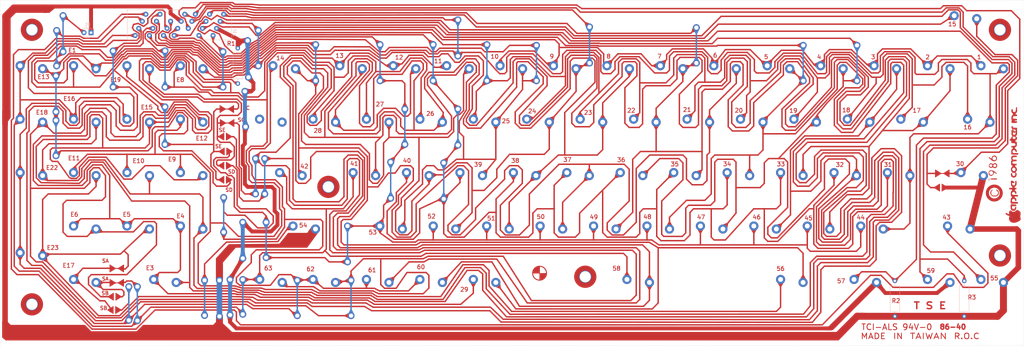
<source format=kicad_pcb>
(kicad_pcb (version 20241229) (generator "pcbnew") (generator_version "9.0")
  (layers (0 "F.Cu" signal) (2 "B.Cu" signal) (13 "F.Paste" user) (15 "B.Paste" user) (5 "F.SilkS" user "F.Silkscreen") (7 "B.SilkS" user "B.Silkscreen") (1 "F.Mask" user) (3 "B.Mask" user) (25 "Edge.Cuts" user))
  (net 0 "")
  (net 1 "/X4")
  (net 2 "/Y5")
  (net 3 "/X5")
  (net 4 "/X6")
  (net 5 "/X7")
  (net 6 "/Y4")
  (net 7 "/Y3")
  (net 8 "/Y2")
  (net 9 "/Y1")
  (net 10 "/Y0")
  (net 11 "/Y9")
  (net 12 "/Y8")
  (net 13 "/Y7")
  (net 14 "/Y6")
  (net 15 "/X3")
  (net 16 "/X2")
  (net 17 "/X1")
  (net 18 "/X0")
  (net 19 "/~{RESET}")
  (net 20 "/~{CNTL}")
  (net 21 "+5V")
  (net 22 "/PB1")
  (net 23 "/PB0")
  (net 24 "/~{CAPLOCK}")
  (net 25 "GND")
  (net 26 "/~{SHFT}")
  (net 27 "Net-(JP1-B)")
  (net 28 "Net-(JP4-B)")
  (net 29 "Net-(JP10-B)")
  (net 30 "Net-(JP8-B)")
  (net 31 "Net-(JP11-B)")
  (net 32 "Net-(D1-A)")
  (footprint "AppleIIelib:SolderJumper-Open_TriangularPad1.0x1.5mm" (layer "F.Cu") (at 108.966 132.842 180)
    (property "Reference" "JP5" (hide yes))
    (property "Value" "SD")
  )
  (footprint "MountingHole:MountingHole_4mm_Pad_TopOnly" (layer "F.Cu") (at 387.096 165.1)
    (property "Reference" "REF**" (hide yes))
    (property "Value" "MountingHole_4mm_Pad_TopOnly" (hide yes))
  )
  (footprint "AppleIIelib:SolderJumper-Closed_TriangularPad1.0x1.5mm" (layer "F.Cu") (at 109.69774 117.54309 180)
    (property "Reference" "JP4" (hide yes))
    (property "Value" "SC")
  )
  (footprint "AppleIIelib:SolderJumper-Open_TriangularPad1.0x1.5mm" (layer "F.Cu") (at 108.966 137.922 180)
    (property "Reference" "JP3" (hide yes))
    (property "Value" "SD")
  )
  (footprint "AppleIIelib:SolderJumper-Open_TriangularPad1.0x1.5mm" (layer "F.Cu") (at 109.108 127.762 180)
    (property "Reference" "JP1" (hide yes))
    (property "Value" "SE")
  )
  (footprint "MountingHole:MountingHole_4mm_Pad_TopOnly" (layer "F.Cu") (at 39.624 84.074)
    (property "Reference" "REF**" (hide yes))
    (property "Value" "MountingHole_4mm_Pad_TopOnly" (hide yes))
  )
  (footprint "AppleIIelib:SolderJumper-Closed_TriangularPad1.0x1.5mm" (layer "F.Cu") (at 70.092376 174.909 180)
    (property "Reference" "JP7" (hide yes))
    (property "Value" "SA")
  )
  (footprint "AppleIIelib:SolderJumper-Open_TriangularPad1.0x1.5mm" (layer "F.Cu") (at 69.32192 179.880319)
    (property "Reference" "JP10" (hide yes))
    (property "Value" "SB")
  )
  (footprint "AppleIIelib:applelogo" (layer "F.Cu") (at 387.021647 131.730953 90)
    (property "Reference" "G***" (hide yes))
    (property "Value" "LOGO" (hide yes))
  )
  (footprint "AppleIIelib:SolderJumper-Closed_TriangularPad1.0x1.5mm" (layer "F.Cu") (at 366.41 135.636 180)
    (property "Reference" "JP11" (hide yes))
    (property "Value" "CNRE" (hide yes))
  )
  (footprint "MountingHole:MountingHole_4mm_Pad_TopOnly" (layer "F.Cu") (at 238.252 172.72)
    (property "Reference" "REF**" (hide yes))
    (property "Value" "MountingHole_4mm_Pad_TopOnly" (hide yes))
  )
  (footprint "AppleIIelib:SolderJumper-Open_TriangularPad1.0x1.5mm" (layer "F.Cu") (at 69.23 184.658 180)
    (property "Reference" "JP9" (hide yes))
    (property "Value" "SB")
  )
  (footprint "AppleIIelib:SolderJumper-Open_TriangularPad1.0x1.5mm" (layer "F.Cu") (at 365.872 140.716)
    (property "Reference" "JP12" (hide yes))
    (property "Value" "RESE" (hide yes))
  )
  (footprint "MountingHole:MountingHole_4mm_Pad_TopOnly" (layer "F.Cu") (at 387.096 84.074)
    (property "Reference" "REF**" (hide yes))
    (property "Value" "MountingHole_4mm_Pad_TopOnly" (hide yes))
  )
  (footprint "AppleIIelib:SolderJumper-Open_TriangularPad1.0x1.5mm" (layer "F.Cu") (at 108.966 122.428 180)
    (property "Reference" "JP6" (hide yes))
    (property "Value" "SE")
  )
  (footprint "AppleIIelib:SolderJumper-Closed_TriangularPad1.0x1.5mm" (layer "F.Cu") (at 109.586 112.522 180)
    (property "Reference" "JP2" (hide yes))
    (property "Value" "SC")
  )
  (footprint "MountingHole:MountingHole_4mm_Pad_TopOnly" (layer "F.Cu") (at 146.05 140.462)
    (property "Reference" "REF**" (hide yes))
    (property "Value" "MountingHole_4mm_Pad_TopOnly" (hide yes))
  )
  (footprint "MountingHole:MountingHole_4mm_Pad_TopOnly" (layer "F.Cu") (at 39.624 182.626)
    (property "Reference" "REF**" (hide yes))
    (property "Value" "MountingHole_4mm_Pad_TopOnly" (hide yes))
  )
  (footprint "AppleIIelib:SolderJumper-Closed_TriangularPad1.0x1.5mm" (layer "F.Cu") (at 70.092376 169.732246 180)
    (property "Reference" "JP8" (hide yes))
    (property "Value" "SA")
  )
  (footprint "AppleIIelib:SW_AlpsSKCC_1.00u" (layer "B.Cu") (at 179.98775 116.462 180)
    (property "Reference" "SW46" (hide yes))
    (property "Value" "26")
  )
  (footprint "AppleIIelib:SW_AlpsSKCC_1.00u" (layer "B.Cu") (at 347.81275 135.642 180)
    (property "Reference" "SW60" (hide yes))
    (property "Value" "31")
  )
  (footprint "AppleIIelib:SW_AlpsSKCC_1.00u_rev" (layer "B.Cu") (at 36.49025 164.412 180)
    (property "Reference" "SW5" (hide yes))
    (property "Value" "E23")
  )
  (footprint "AppleIIelib:SW_AlpsSKCC_1.00u" (layer "B.Cu") (at 343.01775 97.2779 180)
    (property "Reference" "SW78" (hide yes))
    (property "Value" "3")
  )
  (footprint "AppleIIelib:SW_AlpsSKCC_1.50u" (layer "B.Cu") (at 127.24275 97.282 180)
    (property "Reference" "SW28" (hide yes))
    (property "Value" "14")
  )
  (footprint "AppleIIelib:SW_AlpsSKCC_1.00u" (layer "B.Cu") (at 362.19775 97.282 180)
    (property "Reference" "SW79" (hide yes))
    (property "Value" "2")
  )
  (footprint "AppleIIelib:SW_AlpsSKCC_1.00u" (layer "B.Cu") (at 55.67025 174.002 180)
    (property "Reference" "SW6" (hide yes))
    (property "Value" "E17")
  )
  (footprint "AppleIIelib:SW_AlpsSKCC_1.00u" (layer "B.Cu") (at 184.78275 154.822 180)
    (property "Reference" "SW33" (hide yes))
    (property "Value" "52")
  )
  (footprint "AppleIIelib:SW_AlpsSKCC_1.00u" (layer "B.Cu") (at 203.96275 154.822 180)
    (property "Reference" "SW34" (hide yes))
    (property "Value" "51")
  )
  (footprint "AppleIIelib:SW_AlpsSKCC_1.00u" (layer "B.Cu") (at 299.86275 154.822 180)
    (property "Reference" "SW39" (hide yes))
    (property "Value" "46")
  )
  (footprint "AppleIIelib:SW_AlpsSKCC_1.00u" (layer "B.Cu") (at 314.24775 116.462 180)
    (property "Reference" "SW67" (hide yes))
    (property "Value" "19")
  )
  (footprint "AppleIIelib:SW_AlpsSKCC_1.00u" (layer "B.Cu") (at 381.37775 97.282 180)
    (property "Reference" "SW80" (hide yes))
    (property "Value" "1")
  )
  (footprint "LED_THT:LED_D3.0mm_Clear" (layer "B.Cu") (at 60.853003 85.089999 180)
    (property "Reference" "D1")
    (property "Value" "PWR")
  )
  (footprint "AppleIIelib:SW_AlpsSKCC_1.00u" (layer "B.Cu") (at 242.32275 154.822 180)
    (property "Reference" "SW36" (hide yes))
    (property "Value" "49")
  )
  (footprint "AppleIIelib:SW_AlpsSKCC_1.00u" (layer "B.Cu") (at 160.80775 116.462 180)
    (property "Reference" "SW49" (hide yes))
    (property "Value" "27")
  )
  (footprint "AppleIIelib:SW_AlpsSKCC_1.00u" (layer "B.Cu") (at 304.65775 97.282 180)
    (property "Reference" "SW76" (hide yes))
    (property "Value" "5")
  )
  (footprint "AppleIIelib:SW_AlpsSKCC_1.00u" (layer "B.Cu") (at 256.70775 116.462 180)
    (property "Reference" "SW65" (hide yes))
    (property "Value" "22")
  )
  (footprint "AppleIIelib:SW_AlpsSKCC_1.00u" (layer "B.Cu") (at 151.21775 97.282 180)
    (property "Reference" "SW45" (hide yes))
    (property "Value" "13")
  )
  (footprint "AppleIIelib:SW_AlpsSKCC_1.00u" (layer "B.Cu") (at 328.63275 135.642 180)
    (property "Reference" "SW58" (hide yes))
    (property "Value" "32")
  )
  (footprint "AppleIIelib:SW_AlpsSKCC_1.00u" (layer "B.Cu") (at 285.47775 97.282 180)
    (property "Reference" "SW74" (hide yes))
    (property "Value" "6")
  )
  (footprint "AppleIIelib:SW_AlpsSKCC_1.00u" (layer "B.Cu") (at 271.09275 135.642 180)
    (property "Reference" "SW55" (hide yes))
    (property "Value" "35")
  )
  (footprint "AppleIIelib:SW_AlpsSKCC_1.00u_rev" (layer "B.Cu") (at 94.03025 154.822 180)
    (property "Reference" "SW21" (hide yes))
    (property "Value" "E4")
  )
  (footprint "AppleIIelib:SW_AlpsSKCC_1.00u" (layer "B.Cu") (at 170.44275 97.282 180)
    (property "Reference" "SW31" (hide yes))
    (property "Value" "12")
  )
  (footprint "AppleIIelib:SW_AlpsSKCC_1.00u" (layer "B.Cu") (at 189.57775 97.282 180)
    (property "Reference" "SW48" (hide yes))
    (property "Value" "11")
  )
  (footprint "AppleIIelib:SW_AlpsSKCC_1.00u" (layer "B.Cu") (at 208.75775 97.282 180)
    (property "Reference" "SW71" (hide yes))
    (property "Value" "10")
  )
  (footprint "AppleIIelib:SW_AlpsSKCC_1.00u" (layer "B.Cu") (at 338.22275 154.822 180)
    (property "Reference" "SW41" (hide yes))
    (property "Value" "44")
  )
  (footprint "AppleIIelib:SW_AlpsSKCC_1.00u" (layer "B.Cu") (at 295.06775 116.462 180)
    (property "Reference" "SW66" (hide yes))
    (property "Value" "20")
  )
  (footprint "AppleIIelib:SW_AlpsSKCC_1.00u" (layer "B.Cu") (at 333.42775 116.462 180)
    (property "Reference" "SW68" (hide yes))
    (property "Value" "18")
  )
  (footprint "AppleIIelib:SW_AlpsSKCC_1.75u" (layer "B.Cu") (at 129.64025 135.642 180)
    (property "Reference" "SW42" (hide yes))
    (property "Value" "42")
  )
  (footprint "AppleIIelib:SW_AlpsSKCC_1.00u" (layer "B.Cu") (at 227.93775 97.282 180)
    (property "Reference" "SW72" (hide yes))
    (property "Value" "9")
  )
  (footprint "AppleIIelib:SW_AlpsSKCC_1.00u_rev" (layer "B.Cu") (at 55.67025 135.642 180)
    (property "Reference" "SW7" (hide yes))
    (property "Value" "E11")
  )
  (footprint "AppleIIelib:SW_AlpsSKCC_1.75u" (layer "B.Cu") (at 374.18525 135.642 180)
    (property "Reference" "SW85" (hide yes))
    (property "Value" "30")
  )
  (footprint "AppleIIelib:SW_AlpsSKCC_1.00u_rev" (layer "B.Cu") (at 55.67025 116.462 180)
    (property "Reference" "SW13" (hide yes))
    (property "Value" "E16")
  )
  (footprint "AppleIIelib:SW_AlpsSKCC_1.00u_rev" (layer "B.Cu") (at 36.49025 135.642 180)
    (property "Reference" "SW9" (hide yes))
    (property "Value" "E22")
  )
  (footprint "Resistor_THT:R_Axial_DIN0309_L9.0mm_D3.2mm_P12.70mm_Horizontal" (layer "B.Cu") (at 374.287142 174.227252 -90)
    (property "Reference" "R3")
    (property "Value" "470")
  )
  (footprint "AppleIIelib:SW_AlpsSKCC_1.00u" (layer "B.Cu") (at 213.55275 135.642 180)
    (property "Reference" "SW53" (hide yes))
    (property "Value" "38")
  )
  (footprint "AppleIIelib:SW_AlpsSKCC_1.00u" (layer "B.Cu") (at 232.73275 135.642 180)
    (property "Reference" "SW54" (hide yes))
    (property "Value" "37")
  )
  (footprint "Resistor_THT:R_Axial_DIN0309_L9.0mm_D3.2mm_P12.70mm_Horizontal" (layer "B.Cu") (at 349.38756 174.21678 -90)
    (property "Reference" "R2")
    (property "Value" "470")
  )
  (footprint "AppleIIelib:SW_AlpsSKCC_1.00u" (layer "B.Cu") (at 175.19275 135.642 180)
    (property "Reference" "SW52" (hide yes))
    (property "Value" "40")
  )
  (footprint "AppleIIelib:SW_AlpsSKCC_1.00u" (layer "B.Cu") (at 323.83775 97.282 180)
    (property "Reference" "SW77" (hide yes))
    (property "Value" "4")
  )
  (footprint "AppleIIelib:SW_AlpsSKCC_1.00u" (layer "B.Cu") (at 179.98775 174.002 180)
    (property "Reference" "SW26" (hide yes))
    (property "Value" "60")
  )
  (footprint "AppleIIelib:SW_AlpsSKCC_1.00u" (layer "B.Cu") (at 254.31025 174.002 180)
    (property "Reference" "SW50" (hide yes))
    (property "Value" "58")
  )
  (footprint "AppleIIelib:SW_AlpsSKCC_1.00u_rev" (layer "B.Cu") (at 55.67025 97.282 180)
    (property "Reference" "SW24" (hide yes))
    (property "Value" "E1")
  )
  (footprint "AppleIIelib:SW_AlpsSKCC_2.00u_rev" (layer "B.Cu") (at 84.44025 174.002 180)
    (property "Reference" "SW22" (hide yes))
    (property "Value" "E3")
  )
  (footprint "AppleIIelib:SW_AlpsSKCC_1.00u" (layer "B.Cu") (at 309.45275 174.002 180)
    (property "Reference" "SW43" (hide yes))
    (property "Value" "56")
  )
  (footprint "AppleIIelib:SW_AlpsSKCC_1.00u" (layer "B.Cu") (at 352.60775 116.462 180)
    (property "Reference" "SW69" (hide yes))
    (property "Value" "17")
  )
  (footprint "AppleIIelib:SW_AlpsSKCC_1.00u" (layer "B.Cu") (at 261.50275 154.822 180)
    (property "Reference" "SW37" (hide yes))
    (property "Value" "48")
  )
  (footprint "AppleIIelib:SW_AlpsSKCC_1.00u" (layer "B.Cu") (at 280.68275 154.822 180)
    (property "Reference" "SW38" (hide yes))
    (property "Value" "47")
  )
  (footprint "AppleIIelib:26way_P1.27mm_EB50" (layer "B.Cu") (at 108.458 86.106 90)
    (property "Reference" "J17")
    (property "Value" "KEYBOARD")
  )
  (footprint "AppleIIelib:SW_AlpsSKCC_1.00u" (layer "B.Cu") (at 319.04275 154.822 180)
    (property "Reference" "SW40" (hide yes))
    (property "Value" "45")
  )
  (footprint "AppleIIelib:SW_AlpsSKCC_1.00u_rev" (layer "B.Cu") (at 74.85025 116.462 180)
    (property "Reference" "SW14" (hide yes))
    (property "Value" "E15")
  )
  (footprint "AppleIIelib:SW_AlpsSKCC_1.00u" (layer "B.Cu") (at 362.19775 174.002 180)
    (property "Reference" "SW82" (hide yes))
    (property "Value" "59")
  )
  (footprint "AppleIIelib:SW_AlpsSKCC_1.00u_rev" (layer "B.Cu") (at 36.49025 116.462 180)
    (property "Reference" "SW3" (hide yes))
    (property "Value" "E18")
  )
  (footprint "AppleIIelib:SW_AlpsSKCC_1.00u" (layer "B.Cu") (at 247.11775 97.282 180)
    (property "Reference" "SW73" (hide yes))
    (property "Value" "8")
  )
  (footprint "AppleIIelib:SW_AlpsSKCC_1.00u" (layer "B.Cu") (at 266.29775 97.282 180)
    (property "Reference" "SW75" (hide yes))
    (property "Value" "7")
  )
  (footprint "AppleIIelib:SW_AlpsSKCC_1.75u" (layer "B.Cu") (at 335.82525 174.002 180)
    (property "Reference" "SW83" (hide yes))
    (property "Value" "57")
  )
  (footprint "Resistor_THT:R_Axial_DIN0309_L9.0mm_D3.2mm_P12.70mm_Horizontal" (layer "B.Cu") (at 113.538 90.678 -90)
    (property "Reference" "R1")
    (property "Value" "180")
  )
  (footprint "AppleIIelib:SW_AlpsSKCC_1.00u" (layer "B.Cu") (at 381.37775 174.002 180)
    (property "Reference" "SW84" (hide yes))
    (property "Value" "55")
  )
  (footprint "AppleIIelib:SW_AlpsSKCC_2.25u" (layer "B.Cu") (at 369.39025 154.822 180)
    (property "Reference" "SW87" (hide yes))
    (property "Value" "43")
  )
  (footprint "AppleIIelib:SW_AlpsSKCC_1.00u" (layer "B.Cu") (at 194.37275 135.642 180)
    (property "Reference" "SW51" (hide yes))
    (property "Value" "39")
  )
  (footprint "AppleIIelib:SW_AlpsSKCC_1.00u" (layer "B.Cu") (at 199.16775 116.462 180)
    (property "Reference" "SW61" (hide yes))
    (property "Value" "25")
  )
  (footprint "AppleIIelib:SW_AlpsSKCC_1.00u_rev" (layer "B.Cu") (at 55.67025 154.822 180)
    (property "Reference" "SW1" (hide yes))
    (property "Value" "E6")
  )
  (footprint "AppleIIelib:SW_AlpsSKCC_1.00u" (layer "B.Cu") (at 275.88775 116.462 180)
    (property "Reference" "SW64" (hide yes))
    (property "Value" "21")
  )
  (footprint "AppleIIelib:SW_AlpsSKCC_1.00u_rev" (layer "B.Cu") (at 94.03025 116.462 180)
    (property "Reference" "SW2" (hide yes))
    (property "Value" "E12")
  )
  (footprint "AppleIIelib:SW_AlpsSKCC_1.00u" (layer "B.Cu") (at 122.44775 116.462 180)
    (property "Reference" "SW999" (hide yes))
    (property "Value" "" (hide yes))
  )
  (footprint "AppleIIelib:SW_AlpsSKCC_1.00u_rev" (layer "B.Cu") (at 74.85025 97.282 180)
    (property "Reference" "SW12" (hide yes))
    (property "Value" "E19")
  )
  (footprint "AppleIIelib:SW_AlpsSKCC_1.00u" (layer "B.Cu") (at 251.91275 135.642 180)
    (property "Reference" "SW57" (hide yes))
    (property "Value" "36")
  )
  (footprint "AppleIIelib:SW_AlpsSKCC_1.00u" (layer "B.Cu") (at 371.78775 79.32 180)
    (property "Reference" "SW81" (hide yes))
    (property "Value" "15")
  )
  (footprint "AppleIIelib:SW_AlpsSKCC_1.00u" (layer "B.Cu") (at 156.01275 135.642 180)
    (property "Reference" "SW29" (hide yes))
    (property "Value" "41")
  )
  (footprint "AppleIIelib:SW_AlpsSKCC_2.25u" (layer "B.Cu") (at 134.43525 154.822 180)
    (property "Reference" "SW86" (hide yes))
    (property "Value" "54")
  )
  (footprint "AppleIIelib:SW_AlpsSKCC_1.00u_rev" (layer "B.Cu") (at 94.03025 135.642 180)
    (property "Reference" "SW19" (hide yes))
    (property "Value" "E9")
  )
  (footprint "AppleIIelib:SW_AlpsSKCC_1.00u" (layer "B.Cu") (at 290.27275 135.642 180)
    (property "Reference" "SW56" (hide yes))
    (property "Value" "34")
  )
  (footprint "AppleIIelib:SW_AlpsSKCC_1.00u" (layer "B.Cu") (at 309.45275 135.642 180)
    (property "Reference" "SW59" (hide yes))
    (property "Value" "33")
  )
  (footprint "AppleIIelib:SW_AlpsSKCC_1.00u" (layer "B.Cu") (at 199.16775 174.002 180)
    (property "Reference" "SW44" (hide yes))
    (property "Value" "29")
  )
  (footprint "AppleIIelib:SW_AlpsSKCC_1.00u_rev" (layer "B.Cu") (at 94.03025 97.282 180)
    (property "Reference" "SW18" (hide yes))
    (property "Value" "E8")
  )
  (footprint "AppleIIelib:SW_AlpsSKCC_1.00u_rev" (layer "B.Cu") (at 74.85025 154.822 180)
    (property "Reference" "SW8" (hide yes))
    (property "Value" "E5")
  )
  (footprint "AppleIIelib:SW_AlpsSKCC_1.00u_rev" (layer "B.Cu") (at 36.49025 97.282 180)
    (property "Reference" "SW16" (hide yes))
    (property "Value" "E13")
  )
  (footprint "AppleIIelib:SW_AlpsSKCC_1.00u" (layer "B.Cu") (at 122.48025 174.002 180)
    (property "Reference" "SW47" (hide yes))
    (property "Value" "63")
  )
  (footprint "AppleIIelib:SW_AlpsSKCC_1.00u_rev" (layer "B.Cu") (at 74.85025 135.642 180)
    (property "Reference" "SW20" (hide yes))
    (property "Value" "E10")
  )
  (footprint "AppleIIelib:SW_AlpsSKCC_1.00u" (layer "B.Cu") (at 160.80775 174.002 180)
    (property "Reference" "SW25" (hide yes))
    (property "Value" "61")
  )
  (footprint "AppleIIelib:SW_AlpsSKCC_1.00u" (layer "B.Cu") (at 141.62775 116.462 180)
    (property "Reference" "SW30" (hide yes))
    (property "Value" "28")
  )
  (footprint "AppleIIelib:SW_AlpsSKCC_1.00u" (layer "B.Cu") (at 141.62775 174.002 180)
    (property "Reference" "SW27" (hide yes))
    (property "Value" "62")
  )
  (footprint "AppleIIelib:SW_AlpsSKCC_1.50u" (layer "B.Cu") (at 376.58275 116.462 180)
    (property "Reference" "SW70" (hide yes))
    (property "Value" "16")
  )
  (footprint "AppleIIelib:SW_AlpsSKCC_1.00u" (layer "B.Cu") (at 218.34775 116.462 180)
    (property "Reference" "SW62" (hide yes))
    (property "Value" "24")
  )
  (footprint "AppleIIelib:SW_AlpsSKCC_1.00u" (layer "B.Cu") (at 237.52775 116.462 180)
    (property "Reference" "SW63" (hide yes))
    (property "Value" "23")
  )
  (footprint "AppleIIelib:SW_AlpsSKCC_1.00u" (layer "B.Cu") (at 223.14275 154.822 180)
    (property "Reference" "SW35" (hide yes))
    (property "Value" "50")
  )
  (footprint "AppleIIelib:SW_AlpsSKCC_1.00u" (layer "B.Cu") (at 165.60275 154.822 180)
    (property "Reference" "SW32" (hide yes))
    (property "Value" "53")
  )
  (gr_rect (start 220.1893 169.664666) (end 221.85465 171.446333) (stroke (width 0.2)) (fill yes) (layer "F.Cu"))
  (gr_poly (pts (xy 221.85465 169.741639) (xy 220.218 169.741639) (xy 220.988723 169.310612) (xy 221.853064 169.057723)) (stroke (width 0.2)) (fill yes) (layer "F.Cu"))
  (gr_rect (start 221.892073 171.523306) (end 223.557423 173.304973) (stroke (width 0.2)) (fill yes) (layer "F.Cu"))
  (gr_poly (pts (xy 220.1893 171.446333) (xy 219.464723 171.446333) (xy 219.464723 171.011639) (xy 219.718723 170.503639) (xy 220.1893 169.741639)) (stroke (width 0.2)) (fill yes) (layer "F.Cu"))
  (gr_circle (center 221.85465 171.446333) (end 224.35465 171.446333) (stroke (width 0.35)) (fill no) (layer "F.Cu"))
  (gr_poly (pts (xy 221.892073 173.228) (xy 223.266 173.228) (xy 222.758 173.659027) (xy 221.893659 173.911916)) (stroke (width 0.2)) (fill yes) (layer "F.Cu"))
  (gr_poly (pts (xy 223.557423 171.523306) (xy 224.282 171.523306) (xy 224.282 171.958) (xy 224.028 172.466) (xy 223.557423 173.228)) (stroke (width 0.2)) (fill yes) (layer "F.Cu"))
  (gr_line (start 395.690131 197.332879) (end 28.194 197.612) (stroke (width 0.05)) (layer "Edge.Cuts"))
  (gr_line (start 395.732172 73.406989) (end 395.690131 197.332879) (stroke (width 0.05)) (layer "Edge.Cuts"))
  (gr_line (start 28.194 73.406) (end 395.732 73.406) (stroke (width 0.05)) (layer "Edge.Cuts"))
  (gr_line (start 28.194 197.612) (end 28.194 73.406) (stroke (width 0.05)) (layer "Edge.Cuts"))
  (gr_text "MADE" (at 341.63 194.056 0) (layer "F.Cu") (effects (font (size 2 2.3) (thickness 0.3) (bold yes))))
  (gr_text "R.O.C" (at 375.158 194.056 0) (layer "F.Cu") (effects (font (size 2 2.3) (thickness 0.3) (bold yes))))
  (gr_text "TAIWAN" (at 361.442 194.056 0) (layer "F.Cu") (effects (font (size 2 2.6) (thickness 0.3) (bold yes))))
  (gr_text "IN" (at 350.52 194.056 0) (layer "F.Cu") (effects (font (size 2 2.3) (thickness 0.3) (bold yes))))
  (gr_text "TCI-ALS 94V-0" (at 350.04689 190.763769 0) (layer "F.Cu") (effects (font (size 2.1 2.15) (thickness 0.3) (bold yes))))
  (gr_text "T S E" (at 361.97512 183.081587 0) (layer "F.Cu") (effects (font (size 2.4 2.8) (thickness 0.5) (bold yes))))
  (gr_text "86-40" (at 365.252 191.77 0) (layer "F.Cu") (effects (font (size 1.8 1.85) (thickness 0.45) (bold yes)) (justify left bottom)))
  (segment (start 80.518 95.504) (end 79.502 96.52) (width 0.5) (layer "F.Cu") (net 1))
  (segment (start 85.852 96.774) (end 82.296 93.472) (width 0.5) (layer "F.Cu") (net 1))
  (segment (start 104.902 106.68) (end 103.886 105.664) (width 0.5) (layer "F.Cu") (net 1))
  (segment (start 110.998 103.378) (end 110.49 102.87) (width 0.5) (layer "F.Cu") (net 1))
  (segment (start 88.138 113.792) (end 86.106 113.792) (width 0.5) (layer "F.Cu") (net 1))
  (segment (start 92.93025 154.513) (end 92.93025 170.21375) (width 0.5) (layer "F.Cu") (net 1))
  (segment (start 101.092 102.87) (end 97.536 99.314) (width 0.5) (layer "F.Cu") (net 1))
  (segment (start 166.878 96.973) (end 169.34275 96.973) (width 0.5) (layer "F.Cu") (net 1))
  (segment (start 95.03125 98.51675) (end 95.03125 95.79325) (width 0.5) (layer "F.Cu") (net 1))
  (segment (start 121.666 180.086) (end 119.634 179.07) (width 0.5) (layer "F.Cu") (net 1))
  (segment (start 54.61 104.648) (end 54.57025 104.60825) (width 0.5) (layer "F.Cu") (net 1))
  (segment (start 102.108 114.554) (end 99.568 114.554) (width 0.5) (layer "F.Cu") (net 1))
  (segment (start 66.32541 122.45941) (end 67.564 123.698) (width 0.5) (layer "F.Cu") (net 1))
  (segment (start 90.678 109.982) (end 88.138 113.792) (width 0.5) (layer "F.Cu") (net 1))
  (segment (start 84.074 115.824) (end 88.646 115.824) (width 0.5) (layer "F.Cu") (net 1))
  (segment (start 50.038 89.916) (end 55.626 89.916) (width 0.5) (layer "F.Cu") (net 1))
  (segment (start 74.422 93.472) (end 73.406 94.488) (width 0.5) (layer "F.Cu") (net 1))
  (segment (start 94.996 109.982) (end 90.678 109.982) (width 0.5) (layer "F.Cu") (net 1))
  (segment (start 73.75025 154.513) (end 71.12925 151.892) (width 0.5) (layer "F.Cu") (net 1))
  (segment (start 98.298 115.824) (end 98.298 119.126) (width 0.5) (layer "F.Cu") (net 1))
  (segment (start 79.502 115.57) (end 80.518 114.554) (width 0.5) (layer "F.Cu") (net 1))
  (segment (start 40.132 138.176) (end 40.132 125.222) (width 0.5) (layer "F.Cu") (net 1))
  (segment (start 123.19 105.918) (end 120.904 108.204) (width 0.5) (layer "F.Cu") (net 1))
  (segment (start 90.30925 151.892) (end 76.37125 151.892) (width 0.5) (layer "F.Cu") (net 1))
  (segment (start 54.57025 104.60825) (end 54.57025 96.973) (width 0.5) (layer "F.Cu") (net 1))
  (segment (start 184.15 97.536) (end 179.832 93.218) (width 0.5) (layer "F.Cu") (net 1))
  (segment (start 72.644 89.916) (end 78.486 89.916) (width 0.5) (layer "F.Cu") (net 1))
  (segment (start 89.154 98.552) (end 85.598 98.552) (width 0.5) (layer "F.Cu") (net 1))
  (segment (start 91.889347 94.822262) (end 89.154 98.552) (width 0.5) (layer "F.Cu") (net 1))
  (segment (start 86.106 113.792) (end 84.836 112.522) (width 0.5) (layer "F.Cu") (net 1))
  (segment (start 82.296 95.504) (end 80.518 95.504) (width 0.5) (layer "F.Cu") (net 1))
  (segment (start 64.008 91.186) (end 66.802 93.98) (width 0.5) (layer "F.Cu") (net 1))
  (segment (start 137.668 91.44) (end 127.37422 91.44) (width 0.5) (layer "F.Cu") (net 1))
  (segment (start 78.486 89.916) (end 79.539116 88.862884) (width 0.5) (layer "F.Cu") (net 1))
  (segment (start 188.47775 96.973) (end 187.91475 97.536) (width 0.5) (layer "F.Cu") (net 1))
  (segment (start 175.006 93.218) (end 172.466 96.266) (width 0.5) (layer "F.Cu") (net 1))
  (segment (start 110.998 106.68) (end 110.998 103.378) (width 0.5) (layer "F.Cu") (net 1))
  (segment (start 179.832 93.218) (end 175.006 93.218) (width 0.5) (layer "F.Cu") (net 1))
  (segment (start 113.03 109.982) (end 113.792 110.744) (width 0.5) (layer "F.Cu") (net 1))
  (segment (start 99.06 119.888) (end 101.854 119.888) (width 0.5) (layer "F.Cu") (net 1))
  (segment (start 43.18 122.174) (end 58.928 122.174) (width 0.5) (layer "F.Cu") (net 1))
  (segment (start 153.924 92.456) (end 160.528 92.456) (width 0.5) (layer "F.Cu") (net 1))
  (segment (start 101.854 119.888) (end 103.124 118.618) (width 0.5) (layer "F.Cu") (net 1))
  (segment (start 193.548 182.626) (end 162.56 182.626) (width 0.5) (layer "F.Cu") (net 1))
  (segment (start 79.539116 84.798884) (end 80.772 83.566) (width 0.5) (layer "F.Cu") (net 1))
  (segment (start 60.694735 113.549265) (end 64.8248 113.549265) (width 0.5) (layer "F.Cu") (net 1))
  (segment (start 59.436 134.62) (end 59.436 138.176) (width 0.5) (layer "F.Cu") (net 1))
  (segment (start 103.124 118.618) (end 103.124 115.57) (width 0.5) (layer "F.Cu") (net 1))
  (segment (start 95.03125 95.79325) (end 94.023835 94.85701) (width 0.5) (layer "F.Cu") (net 1))
  (segment (start 79.502 96.52) (end 79.502 102.108) (width 0.5) (layer "F.Cu") (net 1))
  (segment (start 92.93025 154.513) (end 90.30925 151.892) (width 0.5) (layer "F.Cu") (net 1))
  (segment (start 59.436 138.176) (end 57.658 139.954) (width 0.5) (layer "F.Cu") (net 1))
  (segment (start 84.836 112.522) (end 84.836 111.506) (width 0.5) (layer "F.Cu") (net 1))
  (segment (start 94.023835 94.85701) (end 91.889347 94.822262) (width 0.5) (layer "F.Cu") (net 1))
  (segment (start 172.466 96.266) (end 169.34275 96.973) (width 0.5) (layer "F.Cu") (net 1))
  (segment (start 187.91475 97.536) (end 184.15 97.536) (width 0.5) (layer "F.Cu") (net 1))
  (segment (start 55.626 89.916) (end 57.658 91.186) (width 0.5) (layer "F.Cu") (net 1))
  (segment (start 82.296 93.472) (end 74.422 93.472) (width 0.5) (layer "F.Cu") (net 1))
  (segment (start 66.802 93.98) (end 68.954555 94.020918) (width 0.5) (layer "F.Cu") (net 1))
  (segment (start 150.11775 96.973) (end 153.924 92.456) (width 0.5) (layer "F.Cu") (net 1))
  (segment (start 113.792 110.744) (end 113.792 112.014) (width 0.5) (layer "F.Cu") (net 1))
  (segment (start 58.928 122.174) (end 59.455076 121.646924) (width 0.5) (layer "F.Cu") (net 1))
  (segment (start 61.468 132.588) (end 59.436 134.62) (width 0.5) (layer "F.Cu") (net 1))
  (segment (start 113.284 112.522) (end 111.586 112.522) (width 0.5) (layer "F.Cu") (net 1))
  (segment (start 64.008 104.648) (end 54.61 104.648) (width 0.5) (layer "F.Cu") (net 1))
  (segment (start 98.298 119.126) (end 99.06 119.888) (width 0.5) (layer "F.Cu") (net 1))
  (segment (start 67.564 136.398) (end 64.77 132.588) (width 0.5) (layer "F.Cu") (net 1))
  (segment (start 91.948 171.196) (end 85.38925 171.196) (width 0.5) (layer "F.Cu") (net 1))
  (segment (start 120.904 108.204) (end 115.316 108.204) (width 0.5) (layer "F.Cu") (net 1))
  (segment (start 80.518 114.554) (end 82.804 114.554) (width 0.5) (layer "F.Cu") (net 1))
  (segment (start 59.455076 121.646924) (end 59.455076 114.788924) (width 0.5) (layer "F.Cu") (net 1))
  (segment (start 94.996 100.33) (end 94.996 98.552) (width 0.5) (layer "F.Cu") (net 1))
  (segment (start 160.528 92.456) (end 166.878 96.973) (width 0.5) (layer "F.Cu") (net 1))
  (segment (start 94.55658 93.419878) (end 91.175257 93.402505) (width 0.5) (layer "F.Cu") (net 1))
  (segment (start 57.19125 151.892) (end 54.57025 154.513) (width 0.5) (layer "F.Cu") (net 1))
  (segment (start 101.346 109.982) (end 113.03 109.982) (width 0.5) (layer "F.Cu") (net 1))
  (segment (start 99.568 114.554) (end 94.996 109.982) (width 0.5) (layer "F.Cu") (net 1))
  (segment (start 72.644 94.488) (end 64.008 104.648) (width 0.5) (layer "F.Cu") (net 1))
  (segment (start 99.06 108.204) (end 101.346 109.982) (width 0.5) (layer "F.Cu") (net 1))
  (segment (start 97.536 99.314) (end 97.536 95.758) (width 0.5) (layer "F.Cu") (net 1))
  (segment (start 88.646 115.824) (end 91.186 112.014) (width 0.5) (layer "F.Cu") (net 1))
  (segment (start 112.522 178.816) (end 88.46325 178.816) (width 0.5) (layer "F.Cu") (net 1))
  (segment (start 119.634 179.07) (end 113.284 179.07) (width 0.5) (layer "F.Cu") (net 1))
  (segment (start 85.598 98.552) (end 82.296 95.504) (width 0.5) (layer "F.Cu") (net 1))
  (segment (start 73.406 94.488) (end 72.644 94.488) (width 0.5) (layer "F.Cu") (net 1))
  (segment (start 66.32541 115.049875) (end 66.32541 122.45941) (width 0.5) (layer "F.Cu") (net 1))
  (segment (start 57.658 139.954) (end 41.91 139.954) (width 0.5) (layer "F.Cu") (net 1))
  (segment (start 113.284 179.07) (end 112.522 178.816) (width 0.5) (layer "F.Cu") (net 1))
  (segment (start 127.37422 91.44) (end 123.19 95.62422) (width 0.5) (layer "F.Cu") (net 1))
  (segment (start 92.93025 170.21375) (end 91.948 171.196) (width 0.5) (layer "F.Cu") (net 1))
  (segment (start 41.402 104.648) (end 39.624 102.87) (width 0.5) (layer "F.Cu") (net 1))
  (segment (start 113.792 106.68) (end 110.998 106.68) (width 0.5) (layer "F.Cu") (net 1))
  (segment (start 71.12925 151.892) (end 67.564 151.892) (width 0.5) (layer "F.Cu") (net 1))
  (segment (start 57.658 91.186) (end 64.008 91.186) (width 0.5) (layer "F.Cu") (net 1))
  (segment (start 103.886 105.664) (end 100.33 105.664) (width 0.5) (layer "F.Cu") (net 1))
  (segment (start 41.91 139.954) (end 40.132 138.176) (width 0.5) (layer "F.Cu") (net 1))
  (segment (start 160.02 181.102) (end 140.716 181.102) (width 0.5) (layer "F.Cu") (net 1))
  (segment (start 76.37125 151.892) (end 73.75025 154.513) (width 0.5) (layer "F.Cu") (net 1))
  (segment (start 138.938 180.086) (end 121.666 180.086) (width 0.5) (layer "F.Cu") (net 1))
  (segment (start 68.954555 94.020918) (end 72.644 89.916) (width 0.5) (layer "F.Cu") (net 1))
  (segment (start 103.124 115.57) (end 102.108 114.554) (width 0.5) (layer "F.Cu") (net 1))
  (segment (start 78.232 123.698) (end 79.502 122.428) (width 0.5) (layer "F.Cu") (net 1))
  (segment (start 94.488 112.014) (end 98.298 115.824) (width 0.5) (layer "F.Cu") (net 1))
  (segment (start 113.792 112.014) (end 113.284 112.522) (width 0.5) (layer "F.Cu") (net 1))
  (segment (start 91.186 112.014) (end 94.488 112.014) (width 0.5) (layer "F.Cu") (net 1))
  (segment (start 100.33 105.664) (end 94.996 100.33) (width 0.5) (layer "F.Cu") (net 1))
  (segment (start 41.148 94.234) (end 45.72 94.234) (width 0.5) (layer "F.Cu") (net 1))
  (segment (start 39.624 102.87) (end 39.624 95.758) (width 0.5) (layer "F.Cu") (net 1))
  (segment (start 64.8248 113.549265) (end 66.32541 115.049875) (width 0.5) (layer "F.Cu") (net 1))
  (segment (start 123.19 95.62422) (end 123.19 105.918) (width 0.5) (layer "F.Cu") (net 1))
  (segment (start 140.716 181.102) (end 138.938 180.086) (width 0.5) (layer "F.Cu") (net 1))
  (segment (start 84.836 111.506) (end 69.142919 98.606919) (width 0.5) (layer "F.Cu") (net 1))
  (segment (start 64.77 132.588) (end 61.468 132.588) (width 0.5) (layer "F.Cu") (net 1))
  (segment (start 67.564 151.892) (end 57.19125 151.892) (width 0.5) (layer "F.Cu") (net 1))
  (segment (start 94.996 98.552) (end 95.03125 98.51675) (width 0.5) (layer "F.Cu") (net 1))
  (segment (start 110.998 106.68) (end 104.902 106.68) (width 0.5) (layer "F.Cu") (net 1))
  (segment (start 97.536 95.758) (end 94.55658 93.419878) (width 0.5) (layer "F.Cu") (net 1))
  (segment (start 115.316 108.204) (end 113.792 106.68) (width 0.5) (layer "F.Cu") (net 1))
  (segment (start 59.455076 114.788924) (end 60.694735 113.549265) (width 0.5) (layer "F.Cu") (net 1))
  (segment (start 79.502 102.108) (end 86.868 108.204) (width 0.5) (layer "F.Cu") (net 1))
  (segment (start 39.624 95.758) (end 41.148 94.234) (width 0.5) (layer "F.Cu") (net 1))
  (segment (start 85.38925 171.196) (end 83.34025 173.693) (width 0.5) (layer "F.Cu") (net 1))
  (segment (start 140.462 94.234) (end 137.668 91.44) (width 0.5) (layer "F.Cu") (net 1))
  (segment (start 91.175257 93.402505) (end 88.616641 96.774443) (width 0.5) (layer "F.Cu") (net 1))
  (segment (start 88.616641 96.774443) (end 85.852 96.774) (width 0.5) (layer "F.Cu") (net 1))
  (segment (start 40.132 125.222) (end 43.18 122.174) (width 0.5) (layer "F.Cu") (net 1))
  (segment (start 54.61 104.648) (end 41.402 104.648) (width 0.5) (layer "F.Cu") (net 1))
  (segment (start 198.06775 178.61425) (end 193.548 182.626) (width 0.5) (layer "F.Cu") (net 1))
  (segment (start 198.06775 173.693) (end 198.06775 178.61425) (width 0.5) (layer "F.Cu") (net 1))
  (segment (start 88.46325 178.816) (end 83.34025 173.693) (width 0.5) (layer "F.Cu") (net 1))
  (segment (start 86.868 108.204) (end 99.06 108.204) (width 0.5) (layer "F.Cu") (net 1))
  (segment (start 45.72 94.234) (end 50.038 89.916) (width 0.5) (layer "F.Cu") (net 1))
  (segment (start 80.772 83.566) (end 83.058 83.566) (width 0.5) (layer "F.Cu") (net 1))
  (segment (start 162.56 182.626) (end 160.02 181.102) (width 0.5) (layer "F.Cu") (net 1))
  (segment (start 147.37875 94.234) (end 140.462 94.234) (width 0.5) (layer "F.Cu") (net 1))
  (segment (start 82.804 114.554) (end 84.074 115.824) (width 0.5) (layer "F.Cu") (net 1))
  (segment (start 110.49 102.87) (end 101.092 102.87) (width 0.5) (layer "F.Cu") (net 1))
  (segment (start 79.539116 88.862884) (end 79.539116 84.798884) (width 0.5) (layer "F.Cu") (net 1))
  (segment (start 150.11775 96.973) (end 147.37875 94.234) (width 0.5) (layer "F.Cu") (net 1))
  (segment (start 67.564 123.698) (end 78.232 123.698) (width 0.5) (layer "F.Cu") (net 1))
  (segment (start 79.502 122.428) (end 79.502 115.57) (width 0.5) (layer "F.Cu") (net 1))
  (segment (start 67.564 151.892) (end 67.564 136.398) (width 0.5) (layer "F.Cu") (net 1))
  (segment (start 342.646 166.624) (end 342.646 154.432) (width 0.5) (layer "F.Cu") (net 2))
  (segment (start 73.66 171.958) (end 84.328 161.29) (width 0.5) (layer "F.Cu") (net 2))
  (segment (start 308.864 112.522) (end 318.77 103.124) (width 0.5) (layer "F.Cu") (net 2))
  (segment (start 318.77 103.124) (end 318.77 101.346) (width 0.5) (layer "F.Cu") (net 2))
  (segment (start 298.704 110.236) (end 298.704 118.618) (width 0.5) (layer "F.Cu") (net 2))
  (segment (start 348.234 153.162) (end 351.79 149.606) (width 0.5) (layer "F.Cu") (net 2))
  (segment (start 43.434 167.386) (end 62.738 187.452) (width 0.5) (layer "F.Cu") (net 2))
  (segment (start 315.214 138.938) (end 313.944 137.668) (width 0.5) (layer "F.Cu") (net 2))
  (segment (start 339.09 139.954) (end 339.09 128.524) (width 0.5) (layer "F.Cu") (net 2))
  (segment (start 294.894 103.886) (end 294.894 96.52) (width 0.5) (layer "F.Cu") (net 2))
  (segment (start 60.96 171.958) (end 73.66 171.958) (width 0.5) (layer "F.Cu") (net 2))
  (segment (start 255.27 149.61985) (end 249.30175 155.5881) (width 0.5) (layer "F.Cu") (net 2))
  (segment (start 255.27 130.556) (end 255.27 149.61985) (width 0.5) (layer "F.Cu") (net 2))
  (segment (start 78.486 114.808) (end 78.486 120.904) (width 0.5) (layer "F.Cu") (net 2))
  (segment (start 84.328 161.29) (end 84.328 153.67) (width 0.5) (layer "F.Cu") (net 2))
  (segment (start 329.946 148.336) (end 329.946 156.718) (width 0.5) (layer "F.Cu") (net 2))
  (segment (start 280.162 134.31785) (end 278.07175 136.4081) (width 0.5) (layer "F.Cu") (net 2))
  (segment (start 351.79 149.606) (end 351.79 129.286) (width 0.5) (layer "F.Cu") (net 2))
  (segment (start 119.888 182.118) (end 138.43 182.118) (width 0.5) (layer "F.Cu") (net 2))
  (segment (start 280.162 127.762) (end 280.162 134.31785) (width 0.5) (layer "F.Cu") (net 2))
  (segment (start 71.628 187.452) (end 78.232 180.848) (width 0.5) (layer "F.Cu") (net 2))
  (segment (start 344.424 126.746) (end 341.122 130.048) (width 0.5) (layer "F.Cu") (net 2))
  (segment (start 43.46925 117.2281) (end 39.116 121.58135) (width 0.5) (layer "F.Cu") (net 2))
  (segment (start 58.522138 114.197862) (end 58.522138 119.785862) (width 0.5) (layer "F.Cu") (net 2))
  (segment (start 309.372 96.774) (end 309.372 100.33) (width 0.5) (layer "F.Cu") (net 2))
  (segment (start 340.36 168.91) (end 342.646 166.624) (width 0.5) (layer "F.Cu") (net 2))
  (segment (start 351.79 129.286) (end 349.25 126.746) (width 0.5) (layer "F.Cu") (net 2))
  (segment (start 328.676 109.474) (end 331.978 106.172) (width 0.5) (layer "F.Cu") (net 2))
  (segment (start 50.8 146.558) (end 52.07 145.288) (width 0.5) (layer "F.Cu") (net 2))
  (segment (start 332.486 141.986) (end 337.058 141.986) (width 0.5) (layer "F.Cu") (net 2))
  (segment (start 273.27675 102.64325) (end 273.27675 98.0481) (width 0.5) (layer "F.Cu") (net 2))
  (segment (start 231.648 81.788) (end 199.39 81.788) (width 0.5) (layer "F.Cu") (net 2))
  (segment (start 328.676 94.742) (end 327.66 95.758) (width 0.5) (layer "F.Cu") (net 2))
  (segment (start 323.85 149.606) (end 332.486 141.986) (width 0.5) (layer "F.Cu") (net 2))
  (segment (start 102.474396 76.422771) (end 99.791296 80.305868) (width 0.5) (layer "F.Cu") (net 2))
  (segment (start 58.42 140.97) (end 39.116 140.97) (width 0.5) (layer "F.Cu") (net 2))
  (segment (start 203.962 184.912) (end 208.026 188.976) (width 0.5) (layer "F.Cu") (net 2))
  (segment (start 66.04 144.018) (end 66.04 136.398) (width 0.5) (layer "F.Cu") (net 2))
  (segment (start 76.05 156.614) (end 63.67515 156.614) (width 0.5) (layer "F.Cu") (net 2))
  (segment (start 310.642 95.504) (end 309.372 96.774) (width 0.5) (layer "F.Cu") (net 2))
  (segment (start 159.004 183.388) (end 161.544 184.912) (width 0.5) (layer "F.Cu") (net 2))
  (segment (start 332.486 94.742) (end 328.676 94.742) (width 0.5) (layer "F.Cu") (net 2))
  (segment (start 263.68675 127.72725) (end 263.652 127.762) (width 0.5) (layer "F.Cu") (net 2))
  (segment (start 319.781913 189.070443) (end 322.797461 185.450596) (width 0.5) (layer "F.Cu") (net 2))
  (segment (start 342.646 154.432) (end 343.916 153.162) (width 0.5) (layer "F.Cu") (net 2))
  (segment (start 294.894 96.52) (end 293.878 95.504) (width 0.5) (layer "F.Cu") (net 2))
  (segment (start 290.322 102.616) (end 287.528 105.41) (width 0.5) (layer "F.Cu") (net 2))
  (segment (start 140.208 183.388) (end 159.004 183.388) (width 0.5) (layer "F.Cu") (net 2))
  (segment (start 64.77 145.288) (end 66.04 144.018) (width 0.5) (layer "F.Cu") (net 2))
  (segment (start 331.978 106.172) (end 336.804 106.172) (width 0.5) (layer "F.Cu") (net 2))
  (segment (start 117.856 180.848) (end 119.888 182.118) (width 0.5) (layer "F.Cu") (net 2))
  (segment (start 263.652 127.762) (end 258.064 127.762) (width 0.5) (layer "F.Cu") (net 2))
  (segment (start 352.430114 94.620114) (end 347.847886 94.620114) (width 0.5) (layer "F.Cu") (net 2))
  (segment (start 336.804 106.172) (end 338.582 104.394) (width 0.5) (layer "F.Cu") (net 2))
  (segment (start 313.944 137.668) (end 313.944 128.524) (width 0.5) (layer "F.Cu") (net 2))
  (segment (start 328.676 117.602) (end 328.676 109.474) (width 0.5) (layer "F.Cu") (net 2))
  (segment (start 281.178 105.41) (end 280.162 106.426) (width 0.5) (layer "F.Cu") (net 2))
  (segment (start 324.866 158.242) (end 323.85 157.226) (width 0.5) (layer "F.Cu") (net 2))
  (segment (start 116.84 77.47) (end 110.998 77.47) (width 0.5) (layer "F.Cu") (net 2))
  (segment (start 289.56 118.872) (end 289.56 109.22) (width 0.5) (layer "F.Cu") (net 2))
  (segment (start 63.754 133.604) (end 61.722 133.604) (width 0.5) (layer "F.Cu") (net 2))
  (segment (start 313.944 128.524) (end 318.008 124.46) (width 0.5) (layer "F.Cu") (net 2))
  (segment (start 322.834 170.18) (end 324.104 168.91) (width 0.5) (layer "F.Cu") (net 2))
  (segment (start 278.13 83.312) (end 276.098 85.344) (width 0.5) (layer "F.Cu") (net 2))
  (segment (start 298.704 118.618) (end 296.926 120.396) (width 0.5) (layer "F.Cu") (net 2))
  (segment (start 195.58 77.978) (end 119.634 77.978) (width 0.5) (layer "F.Cu") (net 2))
  (segment (start 61.722 133.604) (end 60.452 134.874) (width 0.5) (layer "F.Cu") (net 2))
  (segment (start 280.162 127.762) (end 263.652 127.762) (width 0.5) (layer "F.Cu") (net 2))
  (segment (start 83.566 152.908) (end 79.756 152.908) (width 0.5) (layer "F.Cu") (net 2))
  (segment (start 57.15 121.158) (end 47.39915 121.158) (width 0.5) (layer "F.Cu") (net 2))
  (segment (start 94.996 110.998) (end 90.932 110.998) (width 0.5) (layer "F.Cu") (net 2))
  (segment (start 199.39 81.788) (end 195.58 77.978) (width 0.5) (layer "F.Cu") (net 2))
  (segment (start 308.864 118.872) (end 308.864 112.522) (width 0.5) (layer "F.Cu") (net 2))
  (segment (start 59.944 172.974) (end 60.96 171.958) (width 0.5) (layer "F.Cu") (net 2))
  (segment (start 67.988785 121.074785) (end 67.988785 113.962785) (width 0.5) (layer "F.Cu") (net 2))
  (segment (start 328.422 158.242) (end 324.866 158.242) (width 0.5) (layer "F.Cu") (net 2))
  (segment (start 263.68675 117.2281) (end 263.68675 127.72725) (width 0.5) (layer "F.Cu") (net 2))
  (segment (start 318.77 101.346) (end 314.452 95.504) (width 0.5) (layer "F.Cu") (net 2))
  (segment (start 110.998 77.47) (end 109.728 76.435159) (width 0.5) (layer "F.Cu") (net 2))
  (segment (start 78.486 120.904) (end 76.962 122.428) (width 0.5) (layer "F.Cu") (net 2))
  (segment (start 66.294 112.268) (end 60.452 112.268) (width 0.5) (layer "F.Cu") (net 2))
  (segment (start 343.916 153.162) (end 348.234 153.162) (width 0.5) (layer "F.Cu") (net 2))
  (segment (start 346.964 95.504) (end 346.964 102.616) (width 0.5) (layer "F.Cu") (net 2))
  (segment (start 338.582 100.838) (end 332.486 94.742) (width 0.5) (layer "F.Cu") (net 2))
  (segment (start 69.342 122.428) (end 67.988785 121.074785) (width 0.5) (layer "F.Cu") (net 2))
  (segment (start 314.452 95.504) (end 310.642 95.504) (width 0.5) (layer "F.Cu") (net 2))
  (segment (start 327.66 95.758) (end 327.66 104.902) (width 0.5) (layer "F.Cu") (net 2))
  (segment (start 322.834 127.254) (end 320.548 129.54) (width 0.5) (layer "F.Cu") (net 2))
  (segment (start 63.67515 156.614) (end 62.64925 155.5881) (width 0.5) (layer "F.Cu") (net 2))
  (segment (start 39.116 121.58135) (end 39.116 140.97) (width 0.5) (layer "F.Cu") (net 2))
  (segment (start 52.07 145.288) (end 64.77 145.288) (width 0.5) (layer "F.Cu") (net 2))
  (segment (start 60.452 134.874) (end 60.452 138.938) (width 0.5) (layer "F.Cu") (net 2))
  (segment (start 333.502 144.78) (end 329.946 148.336) (width 0.5) (layer "F.Cu") (net 2))
  (segment (start 59.944 175.514) (end 59.944 172.974) (width 0.5) (layer "F.Cu") (net 2))
  (segment (start 339.344 124.46) (end 353.568 107.696) (width 0.5) (layer "F.Cu") (net 2))
  (segment (start 39.116 140.97) (end 39.116 165.354) (width 0.5) (layer "F.Cu") (net 2))
  (segment (start 310.134 120.142) (end 308.864 118.872) (width 0.5) (layer "F.Cu") (net 2))
  (segment (start 39.116 165.354) (end 41.148 167.386) (width 0.5) (layer "F.Cu") (net 2))
  (segment (start 309.372 100.33) (end 298.704 110.236) (width 0.5) (layer "F.Cu") (net 2))
  (segment (start 287.528 105.41) (end 281.178 105.41) (width 0.5) (layer "F.Cu") (net 2))
  (segment (start 290.322 96.266) (end 290.322 102.616) (width 0.5) (layer "F.Cu") (net 2))
  (segment (start 320.548 129.54) (end 320.548 135.89) (width 0.5) (layer "F.Cu") (net 2))
  (segment (start 50.8 156.718) (end 50.8 146.558) (width 0.5) (layer "F.Cu") (net 2))
  (segment (start 161.544 184.912) (end 203.962 184.912) (width 0.5) (layer "F.Cu") (net 2))
  (segment (start 263.68675 117.2281) (end 263.68675 112.23325) (width 0.5) (layer "F.Cu") (net 2))
  (segment (start 60.452 112.268) (end 58.522138 114.197862) (width 0.5) (layer "F.Cu") (net 2))
  (segment (start 318.008 124.46) (end 339.344 124.46) (width 0.5) (layer "F.Cu") (net 2))
  (segment (start 327.66 104.902) (end 313.69 120.142) (width 0.5) (layer "F.Cu") (net 2))
  (segment (start 291.084 95.504) (end 290.322 96.266) (width 0.5) (layer "F.Cu") (net 2))
  (segment (start 278.13 96.012) (end 273.27675 98.0481) (width 0.5) (layer "F.Cu") (net 2))
  (segment (start 78.232 180.848) (end 117.856 180.848) (width 0.5) (layer "F.Cu") (net 2))
  (segment (start 296.926 120.396) (end 291.084 120.396) (width 0.5) (layer "F.Cu") (net 2))
  (segment (start 68.42192 179.880319) (end 64.310319 179.880319) (width 0.5) (layer "F.Cu") (net 2))
  (segment (start 64.310319 179.880319) (end 59.944 175.514) (width 0.5) (layer "F.Cu") (net 2))
  (segment (start 41.148 167.386) (end 43.434 167.386) (width 0.5) (layer "F.Cu") (net 2))
  (segment (start 293.878 95.504) (end 291.084 95.504) (width 0.5) (layer "F.Cu") (net 2))
  (segment (start 337.82 127.254) (end 322.834 127.254) (width 0.5) (layer "F.Cu") (net 2))
  (segment (start 52.324 158.242) (end 50.8 156.718) (width 0.5) (layer "F.Cu") (net 2))
  (segment (start 341.122 130.048) (end 341.122 143.002) (width 0.5) (layer "F.Cu") (net 2))
  (segment (start 99.791296 80.305868) (end 97.028 81.026) (width 0.5) (layer "F.Cu") (net 2))
  (segment (start 324.104 168.91) (end 340.36 168.91) (width 0.5) (layer "F.Cu") (net 2))
  (segment (start 79.756 152.908) (end 76.05 156.614) (width 0.5) (layer "F.Cu") (net 2))
  (segment (start 109.728 76.435159) (end 102.474396 76.422771) (width 0.5) (layer "F.Cu") (net 2))
  (segment (start 333.756 119.634) (end 330.708 119.634) (width 0.5) (layer "F.Cu") (net 2))
  (segment (start 258.064 127.762) (end 255.27 130.556) (width 0.5) (layer "F.Cu") (net 2))
  (segment (start 353.568 95.758) (end 352.430114 94.620114) (width 0.5) (layer "F.Cu") (net 2))
  (segment (start 88.392 114.808) (end 85.09 114.808) (width 0.5) (layer "F.Cu") (net 2))
  (segment (start 59.436 158.242) (end 52.324 158.242) (width 0.5) (layer "F.Cu") (net 2))
  (segment (start 339.09 128.524) (end 337.82 127.254) (width 0.5) (layer "F.Cu") (net 2))
  (segment (start 353.568 107.696) (end 353.568 95.758) (width 0.5) (layer "F.Cu") (net 2))
  (segment (start 101.00925 117.2281) (end 94.996 110.998) (width 0.5) (layer "F.Cu") (net 2))
  (segment (start 90.932 110.998) (end 88.392 114.808) (width 0.5) (layer "F.Cu") (net 2))
  (segment (start 84.328 153.67) (end 83.566 152.908) (width 0.5) (layer "F.Cu") (net 2))
  (segment (start 322.797461 185.450596) (end 322.834 170.18) (width 0.5) (layer "F.Cu") (net 2))
  (segment (start 76.962 122.428) (end 69.342 122.428) (width 0.5) (layer "F.Cu") (net 2))
  (segment (start 339.344 144.78) (end 333.502 144.78) (width 0.5) (layer "F.Cu") (net 2))
  (segment (start 79.756 113.538) (end 78.486 114.808) (width 0.5) (layer "F.Cu") (net 2))
  (segment (start 349.25 126.746) (end 344.424 126.746) (width 0.5) (layer "F.Cu") (net 2))
  (segment (start 235.204 85.344) (end 231.648 81.788) (width 0.5) (layer "F.Cu") (net 2))
  (segment (start 67.988785 113.962785) (end 66.294 112.268) (width 0.5) (layer "F.Cu") (net 2))
  (segment (start 263.68675 112.23325) (end 273.27675 102.64325) (width 0.5) (layer "F.Cu") (net 2))
  (segment (start 280.162 106.426) (end 280.162 127.762) (width 0.5) (layer "F.Cu") (net 2))
  (segment (start 60.452 138.938) (end 58.42 140.97) (width 0.5) (layer "F.Cu") (net 2))
  (segment (start 313.69 120.142) (end 310.134 120.142) (width 0.5) (layer "F.Cu") (net 2))
  (segment (start 47.39915 121.158) (end 43.46925 117.2281) (width 0.5) (layer "F.Cu") (net 2))
  (segment (start 58.522138 119.785862) (end 57.15 121.158) (width 0.5) (layer "F.Cu") (net 2))
  (segment (start 66.04 136.398) (end 63.754 133.604) (width 0.5) (layer "F.Cu") (net 2))
  (segment (start 337.058 141.986) (end 339.09 139.954) (width 0.5) (layer "F.Cu") (net 2))
  (segment (start 317.5 138.938) (end 315.214 138.938) (width 0.5) (layer "F.Cu") (net 2))
  (segment (start 291.084 120.396) (end 289.56 118.872) (width 0.5) (layer "F.Cu") (net 2))
  (segment (start 323.85 157.226) (end 323.85 149.606) (width 0.5) (layer "F.Cu") (net 2))
  (segment (start 119.634 77.978) (end 116.84 77.47) (width 0.5) (layer "F.Cu") (net 2))
  (segment (start 62.738 187.452) (end 71.628 187.452) (width 0.5) (layer "F.Cu") (net 2))
  (segment (start 62.64925 155.5881) (end 62.0899 155.5881) (width 0.5) (layer "F.Cu") (net 2))
  (segment (start 138.43 182.118) (end 140.208 183.388) (width 0.5) (layer "F.Cu") (net 2))
  (segment (start 83.82 113.538) (end 79.756 113.538) (width 0.5) (layer "F.Cu") (net 2))
  (segment (start 341.122 143.002) (end 339.344 144.78) (width 0.5) (layer "F.Cu") (net 2))
  (segment (start 276.098 85.344) (end 235.204 85.344) (width 0.5) (layer "F.Cu") (net 2))
  (segment (start 338.582 104.394) (end 338.582 100.838) (width 0.5) (layer "F.Cu") (net 2))
  (segment (start 320.548 135.89) (end 317.5 138.938) (width 0.5) (layer "F.Cu") (net 2))
  (segment (start 329.946 156.718) (end 328.422 158.242) (width 0.5) (layer "F.Cu") (net 2))
  (segment (start 330.708 119.634) (end 328.676 117.602) (width 0.5) (layer "F.Cu") (net 2))
  (segment (start 208.026 188.976) (end 319.781913 189.070443) (width 0.5) (layer "F.Cu") (net 2))
  (segment (start 289.56 109.22) (end 294.894 103.886) (width 0.5) (layer "F.Cu") (net 2))
  (segment (start 85.09 114.808) (end 83.82 113.538) (width 0.5) (layer "F.Cu") (net 2))
  (segment (start 346.964 102.616) (end 333.756 119.634) (width 0.5) (layer "F.Cu") (net 2))
  (segment (start 347.847886 94.620114) (end 346.964 95.504) (width 0.5) (layer "F.Cu") (net 2))
  (segment (start 62.0899 155.5881) (end 59.436 158.242) (width 0.5) (layer "F.Cu") (net 2))
  (via (at 278.13 83.312) (size 2.5) (drill 1.5) (layers "F.Cu" "B.Cu") (net 2))
  (via (at 278.13 96.012) (size 2.5) (drill 1.5) (layers "F.Cu" "B.Cu") (net 2))
  (segment (start 278.13 83.312) (end 278.13 96.012) (width 0.5) (layer "B.Cu") (net 2))
  (segment (start 99.314 160.782) (end 99.314 175.006) (width 0.5) (layer "F.Cu") (net 3))
  (segment (start 82.347603 84.755) (end 82.600225 85.007622) (width 0.5) (layer "F.Cu") (net 3))
  (segment (start 80.264 87.137481) (end 80.264 85.598) (width 0.5) (layer "F.Cu") (net 3))
  (segment (start 90.678 99.22525) (end 90.678 104.648) (width 0.5) (layer "F.Cu") (net 3))
  (segment (start 92.93025 128.81175) (end 92.964 128.778) (width 0.5) (layer "F.Cu") (net 3))
  (segment (start 124.04175 124.37025) (end 122.557591 125.854409) (width 0.5) (layer "F.Cu") (net 3))
  (segment (start 84.409 82.885) (end 83.617603 82.215) (width 0.5) (layer "F.Cu") (net 3))
  (segment (start 81.518519 88.392) (end 80.264 87.137481) (width 0.5) (layer "F.Cu") (net 3))
  (segment (start 112.522 176.022) (end 115.062 176.784) (width 0.5) (layer "F.Cu") (net 3))
  (segment (start 83.312 79.248) (end 85.598 78.486) (width 0.5) (layer "F.Cu") (net 3))
  (segment (start 73.75025 135.333) (end 73.75025 128.790894) (width 0.5) (layer "F.Cu") (net 3))
  (segment (start 308.35275 183.64525) (end 308.35275 173.693) (width 0.5) (layer "F.Cu") (net 3))
  (segment (start 179.578 94.234) (end 181.356 96.012) (width 0.5) (layer "F.Cu") (net 3))
  (segment (start 103.632 153.416) (end 103.632 156.464) (width 0.5) (layer "F.Cu") (net 3))
  (segment (start 99.314 175.006) (end 100.283479 175.975479) (width 0.5) (layer "F.Cu") (net 3))
  (segment (start 175.514 94.234) (end 179.578 94.234) (width 0.5) (layer "F.Cu") (net 3))
  (segment (start 115.062 109.22) (end 124.04175 109.22) (width 0.5) (layer "F.Cu") (net 3))
  (segment (start 146.304 95.758) (end 148.082 97.536) (width 0.5) (layer "F.Cu") (net 3))
  (segment (start 137.308383 92.350383) (end 140.716 95.758) (width 0.5) (layer "F.Cu") (net 3))
  (segment (start 54.57025 133.746167) (end 59.538417 128.778) (width 0.5) (layer "F.Cu") (net 3))
  (segment (start 127.72758 92.350383) (end 137.308383 92.350383) (width 0.5) (layer "F.Cu") (net 3))
  (segment (start 124.04175 109.22) (end 124.04175 96.036213) (width 0.5) (layer "F.Cu") (net 3))
  (segment (start 118.239591 125.854409) (end 116.586 127.508) (width 0.5) (layer "F.Cu") (net 3))
  (segment (start 306.832 185.166) (end 308.35275 183.64525) (width 0.5) (layer "F.Cu") (net 3))
  (segment (start 73.763144 128.778) (end 83.82 128.778) (width 0.5) (layer "F.Cu") (net 3))
  (segment (start 116.586 127.508) (end 116.586 131.572) (width 0.5) (layer "F.Cu") (net 3))
  (segment (start 87.407632 104.648) (end 90.678 104.648) (width 0.5) (layer "F.Cu") (net 3))
  (segment (start 92.964 128.778) (end 97.028 128.778) (width 0.5) (layer "F.Cu") (net 3))
  (segment (start 153.162 95.25) (end 154.94 93.472) (width 0.5) (layer "F.Cu") (net 3))
  (segment (start 171.69 99.074) (end 175.514 94.234) (width 0.5) (layer "F.Cu") (net 3))
  (segment (start 103.632 156.464) (end 99.314 160.782) (width 0.5) (layer "F.Cu") (net 3))
  (segment (start 203.708 176.022) (end 211.836 185.166) (width 0.5) (layer "F.Cu") (net 3))
  (segment (start 85.03883 91.64283) (end 81.788 88.392) (width 0.5) (layer "F.Cu") (net 3))
  (segment (start 181.356 98.552) (end 179.324 101.346) (width 0.5) (layer "F.Cu") (net 3))
  (segment (start 128.524 140.97) (end 128.524 148.336) (width 0.5) (layer "F.Cu") (net 3))
  (segment (start 92.93025 135.333) (end 92.93025 128.81175) (width 0.5) (layer "F.Cu") (net 3))
  (segment (start 97.79 104.648) (end 99.568 106.426) (width 0.5) (layer "F.Cu") (net 3))
  (segment (start 99.568 106.426) (end 102.87 106.426) (width 0.5) (layer "F.Cu") (net 3))
  (segment (start 201.676 168.402) (end 203.708 170.434) (width 0.5) (layer "F.Cu") (net 3))
  (segment (start 113.792 158.242) (end 108.966 153.416) (width 0.5) (layer "F.Cu") (net 3))
  (segment (start 113.538 107.696) (end 115.062 109.22) (width 0.5) (layer "F.Cu") (net 3))
  (segment (start 92.93025 96.973) (end 90.678 99.22525) (width 0.5) (layer "F.Cu") (net 3))
  (segment (start 129.286 149.098) (end 129.286 154.432) (width 0.5) (layer "F.Cu") (net 3))
  (segment (start 54.57025 135.333) (end 54.57025 133.746167) (width 0.5) (layer "F.Cu") (net 3))
  (segment (start 154.94 93.472) (end 160.274 93.472) (width 0.5) (layer "F.Cu") (net 3))
  (segment (start 81.196329 84.787068) (end 81.228397 84.755) (width 0.5) (layer "F.Cu") (net 3))
  (segment (start 129.286 154.432) (end 126.492 158.242) (width 0.5) (layer "F.Cu") (net 3))
  (segment (start 103.632 135.382) (end 103.632 153.416) (width 0.5) (layer "F.Cu") (net 3))
  (segment (start 84.409 84.247) (end 84.409 82.885) (width 0.5) (layer "F.Cu") (net 3))
  (segment (start 203.708 170.434) (end 203.708 176.022) (width 0.5) (layer "F.Cu") (net 3))
  (segment (start 142.494 178.562) (end 161.544 178.562) (width 0.5) (layer "F.Cu") (net 3))
  (segment (start 194.31 168.402) (end 201.676 168.402) (width 0.5) (layer "F.Cu") (net 3))
  (segment (start 151.638 101.092) (end 153.162 99.568) (width 0.5) (layer "F.Cu") (net 3))
  (segment (start 186.36901 179.842234) (end 194.31 168.402) (width 0.5) (layer "F.Cu") (net 3))
  (segment (start 163.576 179.832) (end 186.36901 179.842234) (width 0.5) (layer "F.Cu") (net 3))
  (segment (start 87.407632 91.64283) (end 85.03883 91.64283) (width 0.5) (layer "F.Cu") (net 3))
  (segment (start 141.224 113.792) (end 140.52775 116.153) (width 0.5) (layer "F.Cu") (net 3))
  (segment (start 163.068 95.504) (end 163.068 99.06) (width 0.5) (layer "F.Cu") (net 3))
  (segment (start 83.82 128.778) (end 92.964 128.778) (width 0.5) (layer "F.Cu") (net 3))
  (segment (start 117.538068 137.858068) (end 118.618 138.938) (width 0.5) (layer "F.Cu") (net 3))
  (segment (start 102.87 106.426) (end 104.14 107.696) (width 0.5) (layer "F.Cu") (net 3))
  (segment (start 139.954 177.292) (end 142.494 178.562) (width 0.5) (layer "F.Cu") (net 3))
  (segment (start 148.082 97.536) (end 148.082 101.092) (width 0.5) (layer "F.Cu") (net 3))
  (segment (start 82.55 80.264) (end 83.312 79.248) (width 0.5) (layer "F.Cu") (net 3))
  (segment (start 118.618 138.938) (end 126.492 138.938) (width 0.5) (layer "F.Cu") (net 3))
  (segment (start 81.788 88.392) (end 81.518519 88.392) (width 0.5) (layer "F.Cu") (net 3))
  (segment (start 100.283479 175.975479) (end 112.522 176.022) (width 0.5) (layer "F.Cu") (net 3))
  (segment (start 126.492 158.242) (end 113.792 158.242) (width 0.5) (layer "F.Cu") (net 3))
  (segment (start 161.544 178.562) (end 163.576 179.832) (width 0.5) (layer "F.Cu") (net 3))
  (segment (start 124.04175 96.036213) (end 127.72758 92.350383) (width 0.5) (layer "F.Cu") (net 3))
  (segment (start 128.524 148.336) (end 129.286 149.098) (width 0.5) (layer "F.Cu") (net 3))
  (segment (start 81.074932 84.787068) (end 81.196329 84.787068) (width 0.5) (layer "F.Cu") (net 3))
  (segment (start 115.062 176.784) (end 121.92 176.784) (width 0.5) (layer "F.Cu") (net 3))
  (segment (start 159.70775 116.153) (end 159.70775 103.18225) (width 0.5) (layer "F.Cu") (net 3))
  (segment (start 82.55 81.534) (end 82.55 80.264) (width 0.5) (layer "F.Cu") (net 3))
  (segment (start 124.04175 109.22) (end 124.04175 124.37025) (width 0.5) (layer "F.Cu") (net 3))
  (segment (start 153.162 99.568) (end 153.162 95.25) (width 0.5) (layer "F.Cu") (net 3))
  (segment (start 140.716 95.758) (end 146.304 95.758) (width 0.5) (layer "F.Cu") (net 3))
  (segment (start 91.694 120.142) (end 84.836 120.142) (width 0.5) (layer "F.Cu") (net 3))
  (segment (start 83.566 85.09) (end 84.409 84.247) (width 0.5) (layer "F.Cu") (net 3))
  (segment (start 179.324 101.346) (end 179.324 113.284) (width 0.5) (layer "F.Cu") (net 3))
  (segment (start 159.70775 103.18225) (end 163.068 99.06) (width 0.5) (layer "F.Cu") (net 3))
  (segment (start 148.082 101.092) (end 151.638 101.092) (width 0.5) (layer "F.Cu") (net 3))
  (segment (start 92.93025 116.153) (end 92.93025 118.90575) (width 0.5) (layer "F.Cu") (net 3))
  (segment (start 108.966 153.416) (end 103.632 153.416) (width 0.5) (layer "F.Cu") (net 3))
  (segment (start 82.600225 85.007622) (end 82.743428 85.09) (width 0.5) (layer "F.Cu") (net 3))
  (segment (start 163.082 99.074) (end 171.69 99.074) (width 0.5) (layer "F.Cu") (net 3))
  (segment (start 97.028 128.778) (end 103.632 135.382) (width 0.5) (layer "F.Cu") (net 3))
  (segment (start 148.082 105.918) (end 141.224 113.792) (width 0.5) (layer "F.Cu") (net 3))
  (segment (start 83.617603 82.215) (end 82.55 81.534) (width 0.5) (layer "F.Cu") (net 3))
  (segment (start 104.14 107.696) (end 113.538 107.696) (width 0.5) (layer "F.Cu") (net 3))
  (segment (start 181.356 96.012) (end 181.356 98.552) (width 0.5) (layer "F.Cu") (net 3))
  (segment (start 81.228397 84.755) (end 82.347603 84.755) (width 0.5) (layer "F.Cu") (net 3))
  (segment (start 90.678 104.648) (end 97.79 104.648) (width 0.5) (layer "F.Cu") (net 3))
  (segment (start 83.82 121.158) (end 83.82 128.778) (width 0.5) (layer "F.Cu") (net 3))
  (segment (start 148.082 101.092) (end 148.082 105.918) (width 0.5) (layer "F.Cu") (net 3))
  (segment (start 117.538068 133.096) (end 117.538068 137.858068) (width 0.5) (layer "F.Cu") (net 3))
  (segment (start 122.557591 125.854409) (end 118.239591 125.854409) (width 0.5) (layer "F.Cu") (net 3))
  (segment (start 121.92 176.784) (end 123.444 177.292) (width 0.5) (layer "F.Cu") (net 3))
  (segment (start 92.93025 118.90575) (end 91.694 120.142) (width 0.5) (layer "F.Cu") (net 3))
  (segment (start 116.586 131.572) (end 117.538068 133.096) (width 0.5) (layer "F.Cu") (net 3))
  (segment (start 59.538417 128.778) (end 73.763144 128.778) (width 0.5) (layer "F.Cu") (net 3))
  (segment (start 163.068 99.06) (end 163.082 99.074) (width 0.5) (layer "F.Cu") (net 3))
  (segment (start 160.274 93.472) (end 163.068 95.504) (width 0.5) (layer "F.Cu") (net 3))
  (segment (start 179.324 113.284) (end 178.88775 116.153) (width 0.5) (layer "F.Cu") (net 3))
  (segment (start 80.264 85.598) (end 81.074932 84.787068) (width 0.5) (layer "F.Cu") (net 3))
  (segment (start 126.492 138.938) (end 128.524 140.97) (width 0.5) (layer "F.Cu") (net 3))
  (segment (start 84.836 120.142) (end 83.82 121.158) (width 0.5) (layer "F.Cu") (net 3))
  (segment (start 82.743428 85.09) (end 83.566 85.09) (width 0.5) (layer "F.Cu") (net 3))
  (segment (start 211.836 185.166) (end 306.832 185.166) (width 0.5) (layer "F.Cu") (net 3))
  (segment (start 123.444 177.292) (end 139.954 177.292) (width 0.5) (layer "F.Cu") (net 3))
  (segment (start 73.75025 128.790894) (end 73.763144 128.778) (width 0.5) (layer "F.Cu") (net 3))
  (via (at 87.407632 91.64283) (size 2.5) (drill 1.5) (layers "F.Cu" "B.Cu") (net 3))
  (via (at 87.407632 104.648) (size 2.5) (drill 1.5) (layers "F.Cu" "B.Cu") (net 3))
  (segment (start 87.407632 104.648) (end 87.407632 91.64283) (width 0.5) (layer "B.Cu") (net 3))
  (segment (start 73.152 174.752) (end 73.66 174.244) (width 0.5) (layer "F.Cu") (net 4))
  (segment (start 72.39 110.744) (end 70.104 108.458) (width 0.5) (layer "F.Cu") (net 4))
  (segment (start 68.58 86.106) (end 76.708 86.106) (width 0.5) (layer "F.Cu") (net 4))
  (segment (start 121.38025 165.13175) (end 122.428 164.084) (width 0.5) (layer "F.Cu") (net 4))
  (segment (start 253.21025 165.58025) (end 251.968 164.338) (width 0.5) (layer "F.Cu") (net 4))
  (segment (start 65.532 89.154) (end 68.58 86.106) (width 0.5) (layer "F.Cu") (net 4))
  (segment (start 133.096 148.336) (end 131.064 146.304) (width 0.5) (layer "F.Cu") (net 4))
  (segment (start 77.47 188.468) (end 75.438 190.5) (width 0.5) (layer "F.Cu") (net 4))
  (segment (start 179.324 165.354) (end 146.812 165.354) (width 0.5) (layer "F.Cu") (net 4))
  (segment (start 72.39 114.554) (end 72.39 110.744) (width 0.5) (layer "F.Cu") (net 4))
  (segment (start 61.468 190.5) (end 42.164 170.688) (width 0.5) (layer "F.Cu") (net 4))
  (segment (start 72.249376 174.752) (end 73.152 174.752) (width 0.5) (layer "F.Cu") (net 4))
  (segment (start 57.15 108.458) (end 55.372 110.236) (width 0.5) (layer "F.Cu") (net 4))
  (segment (start 54.57025 116.153) (end 53.086 113.03) (width 0.5) (layer "F.Cu") (net 4))
  (segment (start 73.75025 116.153) (end 73.75025 115.91425) (width 0.5) (layer "F.Cu") (net 4))
  (segment (start 70.104 108.458) (end 57.15 108.458) (width 0.5) (layer "F.Cu") (net 4))
  (segment (start 35.39025 96.973) (end 39.90725 92.456) (width 0.5) (layer "F.Cu") (net 4))
  (segment (start 33.274 168.91) (end 33.274 118.26925) (width 0.5) (layer "F.Cu") (net 4))
  (segment (start 121.38025 173.693) (end 121.38025 165.13175) (width 0.5) (layer "F.Cu") (net 4))
  (segment (start 75.438 174.244) (end 77.47 176.276) (width 0.5) (layer "F.Cu") (net 4))
  (segment (start 35.39025 116.153) (end 35.39025 109.22) (width 0.5) (layer "F.Cu") (net 4))
  (segment (start 72.092376 174.909) (end 72.249376 174.752) (width 0.5) (layer "F.Cu") (net 4))
  (segment (start 77.47 188.468) (end 82.296 183.642) (width 0.5) (layer "F.Cu") (net 4))
  (segment (start 39.90725 92.456) (end 44.45 92.456) (width 0.5) (layer "F.Cu") (net 4))
  (segment (start 144.78 163.322) (end 145.288 162.814) (width 0.5) (layer "F.Cu") (net 4))
  (segment (start 48.768 88.138) (end 56.201285 88.138) (width 0.5) (layer "F.Cu") (net 4))
  (segment (start 33.274 118.26925) (end 35.39025 116.153) (width 0.5) (layer "F.Cu") (net 4))
  (segment (start 113.03 183.642) (end 115.316 185.928) (width 0.5) (layer "F.Cu") (net 4))
  (segment (start 42.164 170.688) (end 35.052 170.688) (width 0.5) (layer "F.Cu") (net 4))
  (segment (start 115.359 173.693) (end 115.316 173.736) (width 0.5) (layer "F.Cu") (net 4))
  (segment (start 115.316 185.928) (end 115.316 186.182) (width 0.5) (layer "F.Cu") (net 4))
  (segment (start 253.21025 173.693) (end 253.21025 165.58025) (width 0.5) (layer "F.Cu") (net 4))
  (segment (start 57.912 89.154) (end 65.532 89.154) (width 0.5) (layer "F.Cu") (net 4))
  (segment (start 145.288 162.814) (end 145.288 148.336) (width 0.5) (layer "F.Cu") (net 4))
  (segment (start 251.968 164.338) (end 181.102 164.338) (width 0.5) (layer "F.Cu") (net 4))
  (segment (start 35.052 170.688) (end 33.274 168.91) (width 0.5) (layer "F.Cu") (net 4))
  (segment (start 154.91275 135.333) (end 154.91275 144.018) (width 0.5) (layer "F.Cu") (net 4))
  (segment (start 122.428 164.084) (end 144.018 164.084) (width 0.5) (layer "F.Cu") (net 4))
  (segment (start 82.296 183.642) (end 113.03 183.642) (width 0.5) (layer "F.Cu") (net 4))
  (segment (start 154.91275 144.018) (end 151.384 148.336) (width 0.5) (layer "F.Cu") (net 4))
  (segment (start 35.39025 109.22) (end 35.39025 96.973) (width 0.5) (layer "F.Cu") (net 4))
  (segment (start 144.018 164.084) (end 144.78 163.322) (width 0.5) (layer "F.Cu") (net 4))
  (segment (start 56.201285 88.138) (end 57.912 89.154) (width 0.5) (layer "F.Cu") (net 4))
  (segment (start 131.064 136.906) (end 128.54025 135.333) (width 0.5) (layer "F.Cu") (net 4))
  (segment (start 75.438 190.5) (end 61.468 190.5) (width 0.5) (layer "F.Cu") (net 4))
  (segment (start 181.102 164.338) (end 179.324 165.354) (width 0.5) (layer "F.Cu") (net 4))
  (segment (start 146.812 165.354) (end 144.78 163.322) (width 0.5) (layer "F.Cu") (net 4))
  (segment (start 55.372 110.236) (end 55.372 115.35125) (width 0.5) (layer "F.Cu") (net 4))
  (segment (start 73.75025 115.91425) (end 72.39 114.554) (width 0.5) (layer "F.Cu") (net 4))
  (segment (start 73.66 174.244) (end 75.438 174.244) (width 0.5) (layer "F.Cu") (net 4))
  (segment (start 121.38025 173.693) (end 115.359 173.693) (width 0.5) (layer "F.Cu") (net 4))
  (segment (start 53.086 113.03) (end 49.53 109.22) (width 0.5) (layer "F.Cu") (net 4))
  (segment (start 151.384 148.336) (end 133.096 148.336) (width 0.5) (layer "F.Cu") (net 4))
  (segment (start 49.53 109.22) (end 35.39025 109.22) (width 0.5) (layer "F.Cu") (net 4))
  (segment (start 44.45 92.456) (end 48.768 88.138) (width 0.5) (layer "F.Cu") (net 4))
  (segment (start 131.064 146.304) (end 131.064 136.906) (width 0.5) (layer "F.Cu") (net 4))
  (segment (start 55.372 115.35125) (end 54.57025 116.153) (width 0.5) (layer "F.Cu") (net 4))
  (via (at 115.316 186.182) (size 2.5) (drill 1.5) (layers "F.Cu" "B.Cu") (net 4))
  (via (at 77.47 188.468) (size 2.5) (drill 1.5) (layers "F.Cu" "B.Cu") (net 4))
  (via (at 77.47 176.276) (size 2.5) (drill 1.5) (layers "F.Cu" "B.Cu") (net 4))
  (via (at 115.316 173.736) (size 2.5) (drill 1.5) (layers "F.Cu" "B.Cu") (net 4))
  (segment (start 77.47 176.276) (end 77.47 188.468) (width 0.5) (layer "B.Cu") (net 4))
  (segment (start 115.316 173.736) (end 115.316 186.182) (width 0.5) (layer "B.Cu") (net 4))
  (segment (start 76.147038 82.145515) (end 77.724 81.788) (width 0.5) (layer "F.Cu") (net 5))
  (segment (start 130.302 148.336) (end 129.54 147.574) (width 0.5) (layer "F.Cu") (net 5))
  (segment (start 118.872 184.15) (end 131.826 184.15) (width 0.5) (layer "F.Cu") (net 5))
  (segment (start 120.65 155.194) (end 116.078 150.622) (width 0.5) (layer "F.Cu") (net 5))
  (segment (start 61.976 189.484) (end 42.672 169.672) (width 0.5) (layer "F.Cu") (net 5))
  (segment (start 87.376 82.804) (end 88.138 83.566) (width 0.5) (layer "F.Cu") (net 5))
  (segment (start 117.602 131.318) (end 117.602 127.762) (width 0.5) (layer "F.Cu") (net 5))
  (segment (start 108.458 149.352) (end 108.458 144.272) (width 0.5) (layer "F.Cu") (net 5))
  (segment (start 73.270164 189.484) (end 61.976 189.484) (width 0.5) (layer "F.Cu") (net 5))
  (segment (start 118.618 136.144) (end 118.618 132.842) (width 0.5) (layer "F.Cu") (net 5))
  (segment (start 81.244701 81.673428) (end 81.244701 80.045299) (width 0.5) (layer "F.Cu") (net 5))
  (segment (start 108.458 156.718) (end 108.458 159.258) (width 0.5) (layer "F.Cu") (net 5))
  (segment (start 129.54 140.462) (end 127 137.922) (width 0.5) (layer "F.Cu") (net 5))
  (segment (start 76.2 108.204) (end 74.93 106.934) (width 0.5) (layer "F.Cu") (net 5))
  (segment (start 118.618 132.842) (end 117.602 131.318) (width 0.5) (layer "F.Cu") (net 5))
  (segment (start 108.458 159.258) (end 127.37123 159.187909) (width 0.5) (layer "F.Cu") (net 5))
  (segment (start 68.834 87.884) (end 77.216 87.884) (width 0.5) (layer "F.Cu") (net 5))
  (segment (start 84.328 76.962) (end 86.614 76.962) (width 0.5) (layer "F.Cu") (net 5))
  (segment (start 119.634 137.922) (end 118.618 136.144) (width 0.5) (layer "F.Cu") (net 5))
  (segment (start 124.46 155.194) (end 120.65 155.194) (width 0.5) (layer "F.Cu") (net 5))
  (segment (start 144.018 161.798) (end 144.018 152.908) (width 0.5) (layer "F.Cu") (net 5))
  (segment (start 116.586 182.626) (end 118.872 184.15) (width 0.5) (layer "F.Cu") (net 5))
  (segment (start 120.142 163.068) (end 142.748 163.068) (width 0.5) (layer "F.Cu") (net 5))
  (segment (start 58.42 109.728) (end 69.088 109.728) (width 0.5) (layer "F.Cu") (net 5))
  (segment (start 56.67125 117.31875) (end 56.67125 111.47675) (width 0.5) (layer "F.Cu") (net 5))
  (segment (start 35.39025 135.333) (end 35.39025 121.58175) (width 0.5) (layer "F.Cu") (net 5))
  (segment (start 134.366 186.69) (end 134.874 186.69) (width 0.5) (layer "F.Cu") (net 5))
  (segment (start 174.78075 177.8) (end 178.88775 173.693) (width 0.5) (layer "F.Cu") (net 5))
  (segment (start 129.54 147.574) (end 129.54 140.462) (width 0.5) (layer "F.Cu") (net 5))
  (segment (start 35.39025 121.58175) (end 37.592 119.38) (width 0.5) (layer "F.Cu") (net 5))
  (segment (start 37.592 112.522) (end 39.624 110.49) (width 0.5) (layer "F.Cu") (net 5))
  (segment (start 45.212 93.218) (end 49.276 89.154) (width 0.5) (layer "F.Cu") (net 5))
  (segment (start 127.37123 159.187909) (end 130.302 154.94) (width 0.5) (layer "F.Cu") (net 5))
  (segment (start 55.626 118.364) (end 56.67125 117.31875) (width 0.5) (layer "F.Cu") (net 5))
  (segment (start 71.12 111.76) (end 71.12 117.348) (width 0.5) (layer "F.Cu") (net 5))
  (segment (start 118.618 126.746) (end 123.19 126.746) (width 0.5) (layer "F.Cu") (net 5))
  (segment (start 144.018 152.908) (end 143.256 152.146) (width 0.5) (layer "F.Cu") (net 5))
  (segment (start 57.912 90.17) (end 66.294 90.17) (width 0.5) (layer "F.Cu") (net 5))
  (segment (start 74.416278 188.337886) (end 80.128164 182.626) (width 0.5) (layer "F.Cu") (net 5))
  (segment (start 69.088 109.728) (end 71.12 111.76) (width 0.5) (layer "F.Cu") (net 5))
  (segment (start 36.83 169.672) (end 35.39025 168.23225) (width 0.5) (layer "F.Cu") (net 5))
  (segment (start 66.294 90.17) (end 68.834 87.884) (width 0.5) (layer "F.Cu") (net 5))
  (segment (start 71.894318 184.658) (end 70.13 184.658) (width 0.5) (layer "F.Cu") (net 5))
  (segment (start 113.284 147.066) (end 114.554 148.336) (width 0.5) (layer "F.Cu") (net 5))
  (segment (start 81.244701 80.045299) (end 84.328 76.962) (width 0.5) (layer "F.Cu") (net 5))
  (segment (start 117.602 127.762) (end 118.618 126.746) (width 0.5) (layer "F.Cu") (net 5))
  (segment (start 40.386 93.218) (end 45.212 93.218) (width 0.5) (layer "F.Cu") (net 5))
  (segment (start 126.238 150.876) (end 126.238 153.416) (width 0.5) (layer "F.Cu") (net 5))
  (segment (start 125.222 124.714) (end 125.222 99.06) (width 0.5) (layer "F.Cu") (net 5))
  (segment (start 114.3 175.819878) (end 113.03 174.752) (width 0.5) (layer "F.Cu") (net 5))
  (segment (start 39.624 110.49) (end 49.276 110.49) (width 0.5) (layer "F.Cu") (net 5))
  (segment (start 140.52775 173.693) (end 134.874 173.99) (width 0.5) (layer "F.Cu") (net 5))
  (segment (start 77.216 87.884) (end 78.092935 87.007065) (width 0.5) (layer "F.Cu") (net 5))
  (segment (start 49.276 110.49) (end 51.816 113.03) (width 0.5) (layer "F.Cu") (net 5))
  (segment (start 78.092935 85.344) (end 76.177542 84.170796) (width 0.5) (layer "F.Cu") (net 5))
  (segment (start 35.39025 168.23225) (end 35.39025 164.103) (width 0.5) (layer "F.Cu") (net 5))
  (segment (start 113.284 134.366) (end 113.284 147.066) (width 0.5) (layer "F.Cu") (net 5))
  (segment (start 113.03 174.752) (end 113.03 172.974) (width 0.5) (layer "F.Cu") (net 5))
  (segment (start 53.34 118.364) (end 55.626 118.364) (width 0.5) (layer "F.Cu") (net 5))
  (segment (start 128.27 171.958) (end 125.222 175.794) (width 0.5) (layer "F.Cu") (net 5))
  (segment (start 76.177542 84.170796) (end 75.692 83.312) (width 0.5) (layer "F.Cu") (net 5))
  (segment (start 38.354 95.25) (end 40.386 93.218) (width 0.5) (layer "F.Cu") (net 5))
  (segment (start 130.302 152.146) (end 130.302 148.336) (width 0.5) (layer "F.Cu") (net 5))
  (segment (start 159.70775 173.693) (end 159.70775 176.866061) (width 0.5) (layer "F.Cu") (net 5))
  (segment (start 126.238 153.416) (end 124.46 155.194) (width 0.5) (layer "F.Cu") (net 5))
  (segment (start 109.866 132.842) (end 111.76 132.842) (width 0.5) (layer "F.Cu") (net 5))
  (segment (start 87.376 77.724) (end 87.376 82.804) (width 0.5) (layer "F.Cu") (net 5))
  (segment (start 35.39025 164.103) (end 35.39025 135.333) (width 0.5) (layer "F.Cu") (net 5))
  (segment (start 80.128164 182.626) (end 116.586 182.626) (width 0.5) (layer "F.Cu") (net 5))
  (segment (start 56.67125 111.47675) (end 58.42 109.728) (width 0.5) (layer "F.Cu") (net 5))
  (segment (start 42.672 169.672) (end 36.83 169.672) (width 0.5) (layer "F.Cu") (net 5))
  (segment (start 56.134 89.154) (end 57.912 90.17) (width 0.5) (layer "F.Cu") (net 5))
  (segment (start 164.338 177.8) (end 174.78075 177.8) (width 0.5) (layer "F.Cu") (net 5))
  (segment (start 74.93 106.934) (end 40.386 106.934) (width 0.5) (layer "F.Cu") (net 5))
  (segment (start 75.692 83.312) (end 76.147038 82.145515) (width 0.5) (layer "F.Cu") (net 5))
  (segment (start 130.302 154.94) (end 130.302 152.146) (width 0.5) (layer "F.Cu") (net 5))
  (segment (start 76.2 117.348) (end 76.2 108.204) (width 0.5) (layer "F.Cu") (net 5))
  (segment (start 86.614 76.962) (end 87.376 77.724) (width 0.5) (layer "F.Cu") (net 5))
  (segment (start 125.222 99.06) (end 126.14275 96.973) (width 0.5) (layer "F.Cu") (net 5))
  (segment (start 144.272 176.8691) (end 162.56 176.8691) (width 0.5) (layer "F.Cu") (net 5))
  (segment (start 51.816 116.84) (end 53.34 118.364) (width 0.5) (layer "F.Cu") (net 5))
  (segment (start 49.276 89.154) (end 56.134 89.154) (width 0.5) (layer "F.Cu") (net 5))
  (segment (start 74.416278 188.337886) (end 73.270164 189.484) (width 0.5) (layer "F.Cu") (net 5))
  (segment (start 142.748 163.068) (end 144.018 161.798) (width 0.5) (layer "F.Cu") (net 5))
  (segment (start 71.12 117.348) (end 72.39 118.618) (width 0.5) (layer "F.Cu") (net 5))
  (segment (start 162.56 176.8691) (end 164.338 177.8) (width 0.5) (layer "F.Cu") (net 5))
  (segment (start 111.76 132.842) (end 113.284 134.366) (width 0.5) (layer "F.Cu") (net 5))
  (segment (start 74.416278 182.13604) (end 71.894318 184.658) (width 0.5) (layer "F.Cu") (net 5))
  (segment (start 109.728 150.622) (end 108.458 149.352) (width 0.5) (layer "F.Cu") (net 5))
  (segment (start 123.19 126.746) (end 125.222 124.714) (width 0.5) (layer "F.Cu") (net 5))
  (segment (start 132.588 171.958) (end 128.27 171.958) (width 0.5) (layer "F.Cu") (net 5))
  (segment (start 123.698 148.336) (end 126.238 150.876) (width 0.5) (layer "F.Cu") (net 5))
  (segment (start 78.092935 87.007065) (end 78.092935 85.344) (width 0.5) (layer "F.Cu") (net 5))
  (segment (start 127 137.922) (end 119.634 137.922) (width 0.5) (layer "F.Cu") (net 5))
  (segment (start 72.39 118.618) (end 74.93 118.618) (width 0.5) (layer "F.Cu") (net 5))
  (segment (start 118.364 167.64) (end 118.364 164.846) (width 0.5) (layer "F.Cu") (net 5))
  (segment (start 143.256 152.146) (end 130.302 152.146) (width 0.5) (layer "F.Cu") (net 5))
  (segment (start 38.354 104.902) (end 38.354 95.25) (width 0.5) (layer "F.Cu") (net 5))
  (segment (start 131.826 184.15) (end 134.366 186.69) (width 0.5) (layer "F.Cu") (net 5))
  (segment (start 134.874 173.99) (end 132.588 171.958) (width 0.5) (layer "F.Cu") (net 5))
  (segment (start 118.364 164.846) (end 120.142 163.068) (width 0.5) (layer "F.Cu") (net 5))
  (segment (start 51.816 113.03) (end 51.816 116.84) (width 0.5) (layer "F.Cu") (net 5))
  (segment (start 79.748077 82.846155) (end 81.244701 81.673428) (width 0.5) (layer "F.Cu") (net 5))
  (segment (start 40.386 106.934) (end 38.354 104.902) (width 0.5) (layer "F.Cu") (net 5))
  (segment (start 74.416278 176.281722) (end 74.416278 182.13604) (width 0.5) (layer "F.Cu") (net 5))
  (segment (start 125.222 175.794) (end 114.3 175.819878) (width 0.5) (layer "F.Cu") (net 5))
  (segment (start 116.078 150.622) (end 109.728 150.622) (width 0.5) (layer "F.Cu") (net 5))
  (segment (start 114.554 148.336) (end 123.698 148.336) (width 0.5) (layer "F.Cu") (net 5))
  (segment (start 140.52775 173.693) (end 144.272 176.8691) (width 0.5) (layer "F.Cu") (net 5))
  (segment (start 77.724 81.788) (end 79.748077 82.846155) (width 0.5) (layer "F.Cu") (net 5))
  (segment (start 74.93 118.618) (end 76.2 117.348) (width 0.5) (layer "F.Cu") (net 5))
  (segment (start 37.592 119.38) (end 37.592 112.522) (width 0.5) (layer "F.Cu") (net 5))
  (segment (start 113.03 172.974) (end 118.364 167.64) (width 0.5) (layer "F.Cu") (net 5))
  (via (at 134.874 173.99) (size 2.5) (drill 1.5) (layers "F.Cu" "B.Cu") (net 5))
  (via (at 108.458 156.718) (size 2.5) (drill 1.5) (layers "F.Cu" "B.Cu") (net 5))
  (via (at 74.416278 188.337886) (size 2.5) (drill 1.5) (layers "F.Cu" "B.Cu") (net 5))
  (via (at 134.874 186.69) (size 2.5) (drill 1.5) (layers "F.Cu" "B.Cu") (net 5))
  (via (at 108.458 144.272) (size 2.5) (drill 1.5) (layers "F.Cu" "B.Cu") (net 5))
  (via (at 74.416278 176.281722) (size 2.5) (drill 1.5) (layers "F.Cu" "B.Cu") (net 5))
  (segment (start 108.458 144.272) (end 108.458 156.718) (width 0.5) (layer "B.Cu") (net 5))
  (segment (start 74.416278 188.337886) (end 74.416278 176.281722) (width 0.5) (layer "B.Cu") (net 5))
  (segment (start 134.874 173.99) (end 134.874 186.69) (width 0.5) (layer "B.Cu") (net 5))
  (segment (start 321.564 130.302) (end 323.596 128.27) (width 0.5) (layer "F.Cu") (net 6))
  (segment (start 71.12 186.69) (end 63.5 186.69) (width 0.5) (layer "F.Cu") (net 6))
  (segment (start 342.138 144.272) (end 342.138 131.064) (width 0.5) (layer "F.Cu") (net 6))
  (segment (start 208.788 187.96) (end 204.216 183.642) (width 0.5) (layer "F.Cu") (net 6))
  (segment (start 321.564 184.912) (end 318.699535 188.142187) (width 0.5) (layer "F.Cu") (net 6))
  (segment (start 231.201 89.723) (end 228.238883 86.760883) (width 0.5) (layer "F.Cu") (net 6))
  (segment (start 43.46925 144.99875) (end 43.46925 165.1781) (width 0.5) (layer "F.Cu") (net 6))
  (segment (start 323.088 148.844) (end 323.088 158.242) (width 0.5) (layer "F.Cu") (net 6))
  (segment (start 284.734 129.032) (end 283.464 130.302) (width 0.5) (layer "F.Cu") (net 6))
  (segment (start 45.466 143.002) (end 43.46925 144.99875) (width 0.5) (layer "F.Cu") (net 6))
  (segment (start 281.178 145.288) (end 274.574 145.288) (width 0.5) (layer "F.Cu") (net 6))
  (segment (start 328.676 105.41) (end 328.676 96.774) (width 0.5) (layer "F.Cu") (net 6))
  (segment (start 348.488 95.758) (end 351.536 95.758) (width 0.5) (layer "F.Cu") (net 6))
  (segment (start 316.484 102.362) (end 311.63675 98.0481) (width 0.5) (layer "F.Cu") (net 6))
  (segment (start 268.48175 151.38025) (end 268.48175 155.5881) (width 0.5) (layer "F.Cu") (net 6))
  (segment (start 312.928 127.762) (end 312.928 138.684) (width 0.5) (layer "F.Cu") (net 6))
  (segment (start 100.838 87.376) (end 99.568 86.106) (width 0.5) (layer "F.Cu") (net 6))
  (segment (start 302.04675 127.21325) (end 300.228 129.032) (width 0.5) (layer "F.Cu") (net 6))
  (segment (start 138.43 181.102) (end 120.65 181.102) (width 0.5) (layer "F.Cu") (net 6))
  (segment (start 347.218 152.4) (end 342.392 152.4) (width 0.5) (layer "F.Cu") (net 6))
  (segment (start 338.328 123.19) (end 317.5 123.19) (width 0.5) (layer "F.Cu") (net 6))
  (segment (start 321.564 137.16) (end 321.564 130.302) (width 0.5) (layer "F.Cu") (net 6))
  (segment (start 347.89575 96.35025) (end 348.488 95.758) (width 0.5) (layer "F.Cu") (net 6))
  (segment (start 62.64925 136.4081) (end 62.64925 140.29675) (width 0.5) (layer "F.Cu") (net 6))
  (segment (start 351.536 95.758) (end 352.552 96.774) (width 0.5) (layer "F.Cu") (net 6))
  (segment (start 331.216 157.48) (end 331.216 148.844) (width 0.5) (layer "F.Cu") (net 6))
  (segment (start 300.228 129.032) (end 284.734 129.032) (width 0.5) (layer "F.Cu") (net 6))
  (segment (start 242.860364 89.723) (end 231.201 89.723) (width 0.5) (layer "F.Cu") (net 6))
  (segment (start 314.452 140.208) (end 318.516 140.208) (width 0.5) (layer "F.Cu") (net 6))
  (segment (start 162.052 183.642) (end 159.512 182.118) (width 0.5) (layer "F.Cu") (net 6))
  (segment (start 345.186 128.016) (end 348.742 128.016) (width 0.5) (layer "F.Cu") (net 6))
  (segment (start 302.04675 121.412) (end 302.04675 127.21325) (width 0.5) (layer "F.Cu") (net 6))
  (segment (start 72.28613 169.926) (end 72.092376 169.732246) (width 0.5) (layer "F.Cu") (net 6))
  (segment (start 71.374 164.592) (end 79.756 156.718) (width 0.5) (layer "F.Cu") (net 6))
  (segment (start 327.66 108.966) (end 327.66 118.364) (width 0.5) (layer "F.Cu") (net 6))
  (segment (start 323.088 158.242) (end 324.104 159.258) (width 0.5) (layer "F.Cu") (net 6))
  (segment (start 44.05535 164.592) (end 71.374 164.592) (width 0.5) (layer "F.Cu") (net 6))
  (segment (start 352.552 106.68) (end 338.328 123.19) (width 0.5) (layer "F.Cu") (net 6))
  (segment (start 328.676 96.774) (end 329.692 95.758) (width 0.5) (layer "F.Cu") (net 6))
  (segment (start 350.774 130.048) (end 350.774 148.844) (width 0.5) (layer "F.Cu") (net 6))
  (segment (start 335.534 140.716) (end 332.232 140.716) (width 0.5) (layer "F.Cu") (net 6))
  (segment (start 331.724 104.902) (end 327.66 108.966) (width 0.5) (layer "F.Cu") (net 6))
  (segment (start 339.598 167.64) (end 322.834 167.64) (width 0.5) (layer "F.Cu") (net 6))
  (segment (start 73.152 169.926) (end 72.28613 169.926) (width 0.5) (layer "F.Cu") (net 6))
  (segment (start 283.464 143.002) (end 281.178 145.288) (width 0.5) (layer "F.Cu") (net 6))
  (segment (start 330.2 120.904) (end 334.264 120.904) (width 0.5) (layer "F.Cu") (net 6))
  (segment (start 109.728 93.472) (end 108.966 93.98) (width 0.5) (layer "F.Cu") (net 6))
  (segment (start 337.82 103.632) (end 336.55 104.902) (width 0.5) (layer "F.Cu") (net 6))
  (segment (start 331.216 148.844) (end 334.01 146.05) (width 0.5) (layer "F.Cu") (net 6))
  (segment (start 336.55 104.902) (end 331.724 104.902) (width 0.5) (layer "F.Cu") (net 6))
  (segment (start 74.168 164.846) (end 74.168 168.91) (width 0.5) (layer "F.Cu") (net 6))
  (segment (start 332.232 140.716) (end 323.088 148.844) (width 0.5) (layer "F.Cu") (net 6))
  (segment (start 204.216 183.642) (end 162.052 183.642) (width 0.5) (layer "F.Cu") (net 6))
  (segment (start 334.01 146.05) (end 340.36 146.05) (width 0.5) (layer "F.Cu") (net 6))
  (segment (start 297.25175 136.4081) (end 297.25175 129.032) (width 0.5) (layer "F.Cu") (net 6))
  (segment (start 342.392 152.4) (end 341.63 153.162) (width 0.5) (layer "F.Cu") (net 6))
  (segment (start 120.65 181.102) (end 118.872 180.086) (width 0.5) (layer "F.Cu") (net 6))
  (segment (start 327.66 118.364) (end 330.2 120.904) (width 0.5) (layer "F.Cu") (net 6))
  (segment (start 302.04675 117.2281) (end 302.04675 121.412) (width 0.5) (layer "F.Cu") (net 6))
  (segment (start 313.69 121.412) (end 328.676 105.41) (width 0.5) (layer "F.Cu") (net 6))
  (segment (start 302.04675 121.412) (end 313.69 121.412) (width 0.5) (layer "F.Cu") (net 6))
  (segment (start 114.682673 93.472) (end 109.728 93.472) (width 0.5) (layer "F.Cu") (net 6))
  (segment (start 159.512 182.118) (end 140.208 182.118) (width 0.5) (layer "F.Cu") (net 6))
  (segment (start 127.107932 83.182986) (end 120.771748 88.538857) (width 0.5) (layer "F.Cu") (net 6))
  (segment (start 116.303353 91.976647) (end 114.682673 93.472) (width 0.5) (layer "F.Cu") (net 6))
  (segment (start 43.46925 165.1781) (end 44.05535 164.592) (width 0.5) (layer "F.Cu") (net 6))
  (segment (start 74.168 168.91) (end 73.152 169.926) (width 0.5) (layer "F.Cu") (net 6))
  (segment (start 285.496 89.916) (end 243.053364 89.916) (width 0.5) (layer "F.Cu") (net 6))
  (segment (start 187.598883 86.760883) (end 184.072977 83.234977) (width 0.5) (layer "F.Cu") (net 6))
  (segment (start 107.830422 93.98) (end 100.838 87.376) (width 0.5) (layer "F.Cu") (net 6))
  (segment (start 318.699535 188.142187) (end 208.788 187.96) (width 0.5) (layer "F.Cu") (net 6))
  (segment (start 243.053364 89.916) (end 242.860364 89.723) (width 0.5) (layer "F.Cu") (net 6))
  (segment (start 228.238883 86.760883) (end 187.598883 86.760883) (width 0.5) (layer "F.Cu") (net 6))
  (segment (start 118.9718 89.492403) (end 116.303353 91.976647) (width 0.5) (layer "F.Cu") (net 6))
  (segment (start 334.264 120.904) (end 347.89575 103.378) (width 0.5) (layer "F.Cu") (net 6))
  (segment (start 336.55 128.27) (end 338.074 129.794) (width 0.5) (layer "F.Cu") (net 6))
  (segment (start 348.742 128.016) (end 350.774 130.048) (width 0.5) (layer "F.Cu") (net 6))
  (segment (start 323.596 128.27) (end 336.55 128.27) (width 0.5) (layer "F.Cu") (net 6))
  (segment (start 331.978 95.758) (end 337.82 101.6) (width 0.5) (layer "F.Cu") (net 6))
  (segment (start 322.834 167.64) (end 321.564 168.91) (width 0.5) (layer "F.Cu") (net 6))
  (segment (start 340.36 146.05) (end 342.138 144.272) (width 0.5) (layer "F.Cu") (net 6))
  (segment (start 108.966 93.98) (end 107.830422 93.98) (width 0.5) (layer "F.Cu") (net 6))
  (segment (start 72.683688 163.361688) (end 74.168 164.846) (width 0.5) (layer "F.Cu") (net 6))
  (segment (start 317.5 123.19) (end 312.928 127.762) (width 0.5) (layer "F.Cu") (net 6))
  (segment (start 337.82 101.6) (end 337.82 103.632) (width 0.5) (layer "F.Cu") (net 6))
  (segment (start 338.074 138.176) (end 335.534 140.716) (width 0.5) (layer "F.Cu") (net 6))
  (segment (start 43.46925 165.64325) (end 43.46925 165.1781) (width 0.5) (layer "F.Cu") (net 6))
  (segment (start 338.074 129.794) (end 338.074 138.176) (width 0.5) (layer "F.Cu") (net 6))
  (segment (start 59.944 143.002) (end 45.466 143.002) (width 0.5) (layer "F.Cu") (net 6))
  (segment (start 352.552 96.774) (end 352.552 106.68) (width 0.5) (layer "F.Cu") (net 6))
  (segment (start 324.104 159.258) (end 329.438 159.258) (width 0.5) (layer "F.Cu") (net 6))
  (segment (start 342.138 131.064) (end 345.186 128.016) (width 0.5) (layer "F.Cu") (net 6))
  (segment (start 283.464 130.302) (end 283.464 143.002) (width 0.5) (layer "F.Cu") (net 6))
  (segment (start 302.04675 117.2281) (end 302.04675 116.79925) (width 0.5) (layer "F.Cu") (net 6))
  (segment (start 312.928 138.684) (end 314.452 140.208) (width 0.5) (layer "F.Cu") (net 6))
  (segment (start 350.774 148.844) (end 347.218 152.4) (width 0.5) (layer "F.Cu") (net 6))
  (segment (start 341.63 153.162) (end 341.63 165.608) (width 0.5) (layer "F.Cu") (net 6))
  (segment (start 302.04675 116.79925) (end 316.484 102.362) (width 0.5) (layer "F.Cu") (net 6))
  (segment (start 77.978 179.832) (end 71.12 186.69) (width 0.5) (layer "F.Cu") (net 6))
  (segment (start 329.438 159.258) (end 331.216 157.48) (width 0.5) (layer "F.Cu") (net 6))
  (segment (start 63.5 186.69) (end 43.46925 165.64325) (width 0.5) (layer "F.Cu") (net 6))
  (segment (start 329.692 95.758) (end 331.978 95.758) (width 0.5) (layer "F.Cu") (net 6))
  (segment (start 118.872 180.086) (end 112.014 179.832) (width 0.5) (layer "F.Cu") (net 6))
  (segment (start 321.564 168.91) (end 321.564 184.912) (width 0.5) (layer "F.Cu") (net 6))
  (segment (start 318.516 140.208) (end 321.564 137.16) (width 0.5) (layer "F.Cu") (net 6))
  (segment (start 316.484 89.662) (end 285.75 89.662) (width 0.5) (layer "F.Cu") (net 6))
  (segment (start 341.63 165.608) (end 339.598 167.64) (width 0.5) (layer "F.Cu") (net 6))
  (segment (start 184.072977 83.234977) (end 127.107932 83.182986) (width 0.5) (layer "F.Cu") (net 6))
  (segment (start 79.756 156.718) (end 81.82925 155.5881) (width 0.5) (layer "F.Cu") (net 6))
  (segment (start 120.771748 88.538857) (end 118.9718 89.492403) (width 0.5) (layer "F.Cu") (net 6))
  (segment (start 285.75 89.662) (end 285.496 89.916) (width 0.5) (layer "F.Cu") (net 6))
  (segment (start 140.208 182.118) (end 138.43 181.102) (width 0.5) (layer "F.Cu") (net 6))
  (segment (start 347.89575 103.378) (end 347.89575 96.35025) (width 0.5) (layer "F.Cu") (net 6))
  (segment (start 112.014 179.832) (end 77.978 179.832) (width 0.5) (layer "F.Cu") (net 6))
  (segment (start 62.64925 140.29675) (end 59.944 143.002) (width 0.5) (layer "F.Cu") (net 6))
  (segment (start 274.574 145.288) (end 268.48175 151.38025) (width 0.5) (layer "F.Cu") (net 6))
  (via (at 316.484 89.662) (size 2.5) (drill 1.5) (layers "F.Cu" "B.Cu") (net 6))
  (via (at 316.484 102.362) (size 2.5) (drill 1.5) (layers "F.Cu" "B.Cu") (net 6))
  (segment (start 316.484 102.362) (end 316.484 89.662) (width 0.5) (layer "B.Cu") (net 6))
  (segment (start 74.93 143.002) (end 65.786 130.81) (width 0.5) (layer "F.Cu") (net 7))
  (segment (start 108.835328 89.75122) (end 111.946573 92.621453) (width 0.5) (layer "F.Cu") (net 7))
  (segment (start 99.273494 84.215963) (end 101.595972 85.574393) (width 0.5) (layer "F.Cu") (net 7))
  (segment (start 118.628028 88.854686) (end 118.706666 88.781477) (width 0.5) (layer "F.Cu") (net 7))
  (segment (start 321.225643 160.189643) (end 321.225643 147.658357) (width 0.5) (layer "F.Cu") (net 7))
  (segment (start 319.024 183.134) (end 319.024 167.64) (width 0.5) (layer "F.Cu") (net 7))
  (segment (start 57.538025 133.858) (end 57.538025 136.771975) (width 0.5) (layer "F.Cu") (net 7))
  (segment (start 275.336 147.066) (end 274.32 148.082) (width 0.5) (layer "F.Cu") (net 7))
  (segment (start 324.104 131.924622) (end 324.104 141.224) (width 0.5) (layer "F.Cu") (net 7))
  (segment (start 274.32 156.972) (end 273.05 158.242) (width 0.5) (layer "F.Cu") (net 7))
  (segment (start 185.011894 82.395894) (end 188.468 85.852) (width 0.5) (layer "F.Cu") (net 7))
  (segment (start 121.144788 87.289166) (end 126.688306 82.611386) (width 0.5) (layer "F.Cu") (net 7))
  (segment (start 266.446 158.242) (end 265.684 157.48) (width 0.5) (layer "F.Cu") (net 7))
  (segment (start 333.06378 131.89578) (end 331.622586 130.454586) (width 0.5) (layer "F.Cu") (net 7))
  (segment (start 105.028566 84.756) (end 106.934 85.598) (width 0.5) (layer "F.Cu") (net 7))
  (segment (start 348.81375 131.38975) (end 347.997677 130.573677) (width 0.5) (layer "F.Cu") (net 7))
  (segment (start 310.896 147.828) (end 310.896 131.572) (width 0.5) (layer "F.Cu") (net 7))
  (segment (start 291.338 130.556) (end 285.75 130.556) (width 0.5) (layer "F.Cu") (net 7))
  (segment (start 81.82925 136.4081) (end 81.82925 143.00023) (width 0.5) (layer "F.Cu") (net 7))
  (segment (start 60.198 130.81) (end 57.538025 133.858) (width 0.5) (layer "F.Cu") (net 7))
  (segment (start 200.66 169.418) (end 202.692 171.45) (width 0.5) (layer "F.Cu") (net 7))
  (segment (start 161.29 179.416354) (end 163.576 180.848) (width 0.5) (layer "F.Cu") (net 7))
  (segment (start 98.952391 176.930391) (end 112.522 176.930391) (width 0.5) (layer "F.Cu") (net 7))
  (segment (start 321.225643 147.658357) (end 333.06378 135.82022) (width 0.5) (layer "F.Cu") (net 7))
  (segment (start 114.554 177.546) (end 121.031 177.546) (width 0.5) (layer "F.Cu") (net 7))
  (segment (start 331.391743 161.368257) (end 322.404257 161.368257) (width 0.5) (layer "F.Cu") (net 7))
  (segment (start 188.468 85.852) (end 229.362 85.852) (width 0.5) (layer "F.Cu") (net 7))
  (segment (start 273.05 158.242) (end 266.446 158.242) (width 0.5) (layer "F.Cu") (net 7))
  (segment (start 264.99785 130.302) (end 258.89175 136.4081) (width 0.5) (layer "F.Cu") (net 7))
  (segment (start 321.564 114.554) (end 321.22675 117.2281) (width 0.5) (layer "F.Cu") (net 7))
  (segment (start 345.676323 130.573677) (end 344.485406 131.764594) (width 0.5) (layer "F.Cu") (net 7))
  (segment (start 348.742 147.32) (end 348.742 142.494) (width 0.5) (layer "F.Cu") (net 7))
  (segment (start 265.684 157.48) (end 265.684 145.542) (width 0.5) (layer "F.Cu") (net 7))
  (segment (start 335.788 102.362) (end 330.81675 102.362) (width 0.5) (layer "F.Cu") (net 7))
  (segment (start 81.83102 143.002) (end 74.93 143.002) (width 0.5) (layer "F.Cu") (net 7))
  (segment (start 202.692 171.45) (end 202.692 177.038) (width 0.5) (layer "F.Cu") (net 7))
  (segment (start 300.99 140.716) (end 292.354 140.716) (width 0.5) (layer "F.Cu") (net 7))
  (segment (start 60.96 124.968) (end 62.64925 123.27875) (width 0.5) (layer "F.Cu") (net 7))
  (segment (start 141.986 179.416354) (end 161.29 179.416354) (width 0.5) (layer "F.Cu") (net 7))
  (segment (start 43.46925 127.21875) (end 45.72 124.968) (width 0.5) (layer "F.Cu") (net 7))
  (segment (start 292.354 149.86) (end 292.354 131.572) (width 0.5) (layer "F.Cu") (net 7))
  (segment (start 126.841943 82.481743) (end 126.94368 82.395894) (width 0.5) (layer "F.Cu") (net 7))
  (segment (start 318.77 118.618) (end 307.594 130.302) (width 0.5) (layer "F.Cu") (net 7))
  (segment (start 302.514 139.192) (end 300.99 140.716) (width 0.5) (layer "F.Cu") (net 7))
  (segment (start 106.934 85.598) (end 108.835328 89.75122) (width 0.5) (layer "F.Cu") (net 7))
  (segment (start 344.485406 131.764594) (end 344.485406 147.004594) (width 0.5) (layer "F.Cu") (net 7))
  (segment (start 321.22675 117.2281) (end 318.77 118.618) (width 0.5) (layer "F.Cu") (net 7))
  (segment (start 118.757913 88.783309) (end 120.394368 87.884) (width 0.5) (layer "F.Cu") (net 7))
  (segment (start 81.82925 143.00023) (end 81.83102 143.002) (width 0.5) (layer "F.Cu") (net 7))
  (segment (start 111.946573 92.621453) (end 114.613655 92.581877) (width 0.5) (layer "F.Cu") (net 7))
  (segment (start 57.538025 136.771975) (end 56.134 138.176) (width 0.5) (layer "F.Cu") (net 7))
  (segment (start 339.344 163.83) (end 339.344 151.892) (width 0.5) (layer "F.Cu") (net 7))
  (segment (start 65.786 130.81) (end 60.198 130.81) (width 0.5) (layer "F.Cu") (net 7))
  (segment (start 202.692 177.038) (end 211.201 186.182) (width 0.5) (layer "F.Cu") (net 7))
  (segment (start 126.688306 82.611386) (end 126.818208 82.481721) (width 0.5) (layer "F.Cu") (net 7))
  (segment (start 271.78 130.302) (end 264.99785 130.302) (width 0.5) (layer "F.Cu") (net 7))
  (segment (start 330.81675 98.0481) (end 330.81675 104.394) (width 0.5) (layer "F.Cu") (net 7))
  (segment (start 322.326 143.075113) (end 307.185553 158.770468) (width 0.5) (layer "F.Cu") (net 7))
  (segment (start 304.038 130.302) (end 302.514 131.826) (width 0.5) (layer "F.Cu") (net 7))
  (segment (start 120.394368 87.884) (end 121.144788 87.289166) (width 0.5) (layer "F.Cu") (net 7))
  (segment (start 273.304 131.826) (end 271.78 130.302) (width 0.5) (layer "F.Cu") (net 7))
  (segment (start 229.362 85.852) (end 232.41 88.9) (width 0.5) (layer "F.Cu") (net 7))
  (segment (start 232.41 88.9) (end 243.332 88.9) (width 0.5) (layer "F.Cu") (net 7))
  (segment (start 322.326 143.002) (end 322.326 143.075113) (width 0.5) (layer "F.Cu") (net 7))
  (segment (start 45.72 124.968) (end 60.96 124.968) (width 0.5) (layer "F.Cu") (net 7))
  (segment (start 324.104 141.224) (end 322.326 143.002) (width 0.5) (layer "F.Cu") (net 7))
  (segment (start 102.108 81.026) (end 100.838 81.788) (width 0.5) (layer "F.Cu") (net 7))
  (segment (start 139.954 178.308) (end 141.986 179.416354) (width 0.5) (layer "F.Cu") (net 7))
  (segment (start 118.706666 88.781477) (end 118.757913 88.783309) (width 0.5) (layer "F.Cu") (net 7))
  (segment (start 283.21 147.066) (end 275.336 147.066) (width 0.5) (layer "F.Cu") (net 7))
  (segment (start 99.258887 83.471017) (end 99.273494 84.215963) (width 0.5) (layer "F.Cu") (net 7))
  (segment (start 118.387058 89.008886) (end 118.543795 88.925853) (width 0.5) (layer "F.Cu") (net 7))
  (segment (start 265.684 145.542) (end 273.304 137.922) (width 0.5) (layer "F.Cu") (net 7))
  (segment (start 285.75 87.122) (end 333.248 87.122) (width 0.5) (layer "F.Cu") (net 7))
  (segment (start 114.613655 92.581877) (end 114.786699 92.422215) (width 0.5) (layer "F.Cu") (net 7))
  (segment (start 333.455479 150.312176) (end 333.455479 159.304521) (width 0.5) (layer "F.Cu") (net 7))
  (segment (start 348.81375 142.42225) (end 348.81375 131.38975) (width 0.5) (layer "F.Cu") (net 7))
  (segment (start 339.344 151.892) (end 340.868 150.368) (width 0.5) (layer "F.Cu") (net 7))
  (segment (start 118.609077 88.865101) (end 118.628028 88.854686) (width 0.5) (layer "F.Cu") (net 7))
  (segment (start 309.626 130.302) (end 304.038 130.302) (width 0.5) (layer "F.Cu") (net 7))
  (segment (start 284.734 145.542) (end 283.21 147.066) (width 0.5) (layer "F.Cu") (net 7))
  (segment (start 101.00925 155.5881) (end 97.79 158.80735) (width 0.5) (layer "F.Cu") (net 7))
  (segment (start 348.742 142.494) (end 348.81375 142.42225) (width 0.5) (layer "F.Cu") (net 7))
  (segment (start 347.997677 130.573677) (end 345.676323 130.573677) (width 0.5) (layer "F.Cu") (net 7))
  (segment (start 114.786699 92.422215) (end 118.360008 89.096885) (width 0.5) (layer "F.Cu") (net 7))
  (segment (start 345.694 150.368) (end 348.742 147.32) (width 0.5) (layer "F.Cu") (net 7))
  (segment (start 287.66175 155.5881) (end 292.354 149.86) (width 0.5) (layer "F.Cu") (net 7))
  (segment (start 101.00925 144.18925) (end 99.822 143.002) (width 0.5) (layer "F.Cu") (net 7))
  (segment (start 307.185553 158.770468) (end 305.054 158.75) (width 0.5) (layer "F.Cu") (net 7))
  (segment (start 187.198 180.848) (end 195.072 169.418) (width 0.5) (layer "F.Cu") (net 7))
  (segment (start 62.64925 123.27875) (end 62.64925 117.2281) (width 0.5) (layer "F.Cu") (net 7))
  (segment (start 112.522 176.930391) (end 114.554 177.546) (width 0.5) (layer "F.Cu") (net 7))
  (segment (start 243.332 88.9) (end 243.477252 89.045252) (width 0.5) (layer "F.Cu") (net 7))
  (segment (start 325.069933 110.286067) (end 321.564 114.554) (width 0.5) (layer "F.Cu") (net 7))
  (segment (start 101.595972 85.574393) (end 103.509461 84.128322) (width 0.5) (layer "F.Cu") (net 7))
  (segment (start 292.354 131.572) (end 291.338 130.556) (width 0.5) (layer "F.Cu") (net 7))
  (segment (start 340.868 150.368) (end 345.694 150.368) (width 0.5) (layer "F.Cu") (net 7))
  (segment (start 163.576 180.848) (end 187.198 180.848) (width 0.5) (layer "F.Cu") (net 7))
  (segment (start 126.94368 82.395894) (end 185.011894 82.395894) (width 0.5) (layer "F.Cu") (net 7))
  (segment (start 121.031 177.546) (end 123.19 178.308) (width 0.5) (layer "F.Cu") (net 7))
  (segment (start 45.23715 138.176) (end 43.46925 136.4081) (width 0.5) (layer "F.Cu") (net 7))
  (segment (start 101.00925 155.5881) (end 101.00925 144.18925) (width 0.5) (layer "F.Cu") (net 7))
  (segment (start 302.514 131.826) (end 302.514 139.192) (width 0.5) (layer "F.Cu") (net 7))
  (segment (start 97.79 175.768) (end 98.952391 176.930391) (width 0.5) (layer "F.Cu") (net 7))
  (segment (start 319.024 167.64) (end 321.31 165.354) (width 0.5) (layer "F.Cu") (net 7))
  (segment (start 333.06378 135.82022) (end 333.06378 131.89578) (width 0.5) (layer "F.Cu") (net 7))
  (segment (start 243.477252 89.045252) (end 283.826748 89.045252) (width 0.5) (layer "F.Cu") (net 7))
  (segment (start 303.784 157.48) (end 303.784 154.94) (width 0.5) (layer "F.Cu") (net 7))
  (segment (start 330.81675 104.394) (end 325.069933 110.286067) (width 0.5) (layer "F.Cu") (net 7))
  (segment (start 274.32 148.082) (end 274.32 156.972) (width 0.5) (layer "F.Cu") (net 7))
  (segment (start 344.485406 147.004594) (end 343.004826 148.485174) (width 0.5) (layer "F.Cu") (net 7))
  (segment (start 343.004826 148.485174) (end 335.282481 148.485174) (width 0.5) (layer "F.Cu") (net 7))
  (segment (start 316.603604 186.132818) (end 319.024 183.134) (width 0.5) (layer "F.Cu") (net 7))
  (segment (start 100.838 81.788) (end 100.33 81.788) (width 0.5) (layer "F.Cu") (net 7))
  (segment (start 284.734 131.572) (end 284.734 145.542) (width 0.5) (layer "F.Cu") (net 7))
  (segment (start 283.826748 89.045252) (end 285.75 87.122) (width 0.5) (layer "F.Cu") (net 7))
  (segment (start 305.054 158.75) (end 303.784 157.48) (width 0.5) (layer "F.Cu") (net 7))
  (segment (start 310.896 131.572) (end 309.626 130.302) (width 0.5) (layer "F.Cu") (net 7))
  (segment (start 303.784 154.94) (end 310.896 147.828) (width 0.5) (layer "F.Cu") (net 7))
  (segment (start 285.75 130.556) (end 284.734 131.572) (width 0.5) (layer "F.Cu") (net 7))
  (segment (start 100.33 81.788) (end 99.258887 83.471017) (width 0.5) (layer "F.Cu") (net 7))
  (segment (start 333.248 87.122) (end 335.788 89.662) (width 0.5) (layer "F.Cu") (net 7))
  (segment (start 123.19 178.308) (end 139.954 178.308) (width 0.5) (layer "F.Cu") (net 7))
  (segment (start 337.82 165.354) (end 339.344 163.83) (width 0.5) (layer "F.Cu") (net 7))
  (segment (start 99.822 143.002) (end 81.83102 143.002) (width 0.5) (layer "F.Cu") (net 7))
  (segment (start 325.574036 130.454586) (end 324.104 131.924622) (width 0.5) (layer "F.Cu") (net 7))
  (segment (start 322.404257 161.368257) (end 321.225643 160.189643) (width 0.5) (layer "F.Cu") (net 7))
  (segment (start 118.360008 89.096885) (end 118.387058 89.008886) (width 0.5) (layer "F.Cu") (net 7))
  (segment (start 56.134 138.176) (end 45.23715 138.176) (width 0.5) (layer "F.Cu") (net 7))
  (segment (start 103.509461 84.128322) (end 105.028566 84.756) (width 0.5) (layer "F.Cu") (net 7))
  (segment (start 126.818208 82.481721) (end 126.841943 82.481743) (width 0.5) (layer "F.Cu") (net 7))
  (segment (start 43.46925 136.4081) (end 43.46925 127.21875) (width 0.5) (layer "F.Cu") (net 7))
  (segment (start 321.31 165.354) (end 337.82 165.354) (width 0.5) (layer "F.Cu") (net 7))
  (segment (start 333.455479 159.304521) (end 331.391743 161.368257) (width 0.5) (layer "F.Cu") (net 7))
  (segment (start 211.201 186.182) (end 316.603604 186.132818) (width 0.5) (layer "F.Cu") (net 7))
  (segment (start 335.282481 148.485174) (end 333.455479 150.312176) (width 0.5) (layer "F.Cu") (net 7))
  (segment (start 118.543795 88.925853) (end 118.609077 88.865101) (width 0.5) (layer "F.Cu") (net 7))
  (segment (start 195.072 169.418) (end 200.66 169.418) (width 0.5) (layer "F.Cu") (net 7))
  (segment (start 273.304 137.922) (end 273.304 131.826) (width 0.5) (layer "F.Cu") (net 7))
  (segment (start 97.79 158.80735) (end 97.79 175.768) (width 0.5) (layer "F.Cu") (net 7))
  (segment (start 331.622586 130.454586) (end 325.574036 130.454586) (width 0.5) (layer "F.Cu") (net 7))
  (via (at 335.788 102.362) (size 2.5) (drill 1.5) (layers "F.Cu" "B.Cu") (net 7))
  (via (at 335.788 89.662) (size 2.5) (drill 1.5) (layers "F.Cu" "B.Cu") (net 7))
  (segment (start 335.788 89.662) (end 335.788 102.362) (width 0.5) (layer "B.Cu") (net 7))
  (segment (start 86.36 109.22) (end 95.504 109.22) (width 0.5) (layer "F.Cu") (net 8))
  (segment (start 98.298 121.158) (end 97.282 120.142) (width 0.5) (layer "F.Cu") (net 8))
  (segment (start 160.782 180.34) (end 162.814 181.61) (width 0.5) (layer "F.Cu") (net 8))
  (segment (start 104.14 119.888) (end 102.87 121.158) (width 0.5) (layer "F.Cu") (net 8))
  (segment (start 112.268 177.799999) (end 113.538 178.307069) (width 0.5) (layer "F.Cu") (net 8))
  (segment (start 48.883734 131.326491) (end 46.99 131.318) (width 0.5) (layer "F.Cu") (net 8))
  (segment (start 340.36 165.1) (end 340.36 152.908) (width 0.5) (layer "F.Cu") (net 8))
  (segment (start 108.204 91.948) (end 104.648 88.392) (width 0.5) (layer "F.Cu") (net 8))
  (segment (start 75.438 137.668) (end 72.644 137.668) (width 0.5) (layer "F.Cu") (net 8))
  (segment (start 336.296 122.174) (end 316.992 122.174) (width 0.5) (layer "F.Cu") (net 8))
  (segment (start 60.96 131.572) (end 65.278 131.572) (width 0.5) (layer "F.Cu") (net 8))
  (segment (start 345.44 129.286) (end 343.408 131.318) (width 0.5) (layer "F.Cu") (net 8))
  (segment (start 79.502 103.378) (end 86.36 109.22) (width 0.5) (layer "F.Cu") (net 8))
  (segment (start 43.688 123.444) (end 41.148 125.984) (width 0.5) (layer "F.Cu") (net 8))
  (segment (start 46.228 127.254) (end 46.99 126.492) (width 0.5) (layer "F.Cu") (net 8))
  (segment (start 96.012 95.758) (end 94.293567 94.128917) (width 0.5) (layer "F.Cu") (net 8))
  (segment (start 46.99 131.318) (end 46.228 130.556) (width 0.5) (layer "F.Cu") (net 8))
  (segment (start 81.82925 124.92675) (end 81.82925 117.2281) (width 0.5) (layer "F.Cu") (net 8))
  (segment (start 56.67125 136.36875) (end 55.603201 137.436799) (width 0.5) (layer "F.Cu") (net 8))
  (segment (start 311.912 127.254) (end 311.912 141.986) (width 0.5) (layer "F.Cu") (net 8))
  (segment (start 101.092 104.648) (end 96.012 99.568) (width 0.5) (layer "F.Cu") (net 8))
  (segment (start 97.535999 177.799999) (end 112.268 177.799999) (width 0.5) (layer "F.Cu") (net 8))
  (segment (start 343.408 131.318) (end 343.408 145.542) (width 0.5) (layer "F.Cu") (net 8))
  (segment (start 91.44 113.03) (end 88.646 117.2281) (width 0.5) (layer "F.Cu") (net 8))
  (segment (start 59.436 123.444) (end 43.688 123.444) (width 0.5) (layer "F.Cu") (net 8))
  (segment (start 82.296 94.488) (end 78.994 94.488) (width 0.5) (layer "F.Cu") (net 8))
  (segment (start 89.020094 97.536) (end 85.598 97.536) (width 0.5) (layer "F.Cu") (net 8))
  (segment (start 56.67125 133.35) (end 56.67125 136.36875) (width 0.5) (layer "F.Cu") (net 8))
  (segment (start 349.99675 98.044) (end 350.012 105.41) (width 0.5) (layer "F.Cu") (net 8))
  (segment (start 46.228 130.556) (end 46.228 127.254) (width 0.5) (layer "F.Cu") (net 8))
  (segment (start 311.912 141.986) (end 319.278 141.986) (width 0.5) (layer "F.Cu") (net 8))
  (segment (start 104.14 114.808) (end 104.14 119.888) (width 0.5) (layer "F.Cu") (net 8))
  (segment (start 80.264 132.842) (end 75.438 137.668) (width 0.5) (layer "F.Cu") (net 8))
  (segment (start 60.452 122.428) (end 59.436 123.444) (width 0.5) (layer "F.Cu") (net 8))
  (segment (start 75.438 145.542) (end 94.488 145.542) (width 0.5) (layer "F.Cu") (net 8))
  (segment (start 323.342 160.274) (end 322.072 159.004) (width 0.5) (layer "F.Cu") (net 8))
  (segment (start 317.642661 187.122637) (end 320.263296 184.15) (width 0.5) (layer "F.Cu") (net 8))
  (segment (start 102.87 121.158) (end 98.298 121.158) (width 0.5) (layer "F.Cu") (net 8))
  (segment (start 322.072 159.004) (end 322.072 148.336) (width 0.5) (layer "F.Cu") (net 8))
  (segment (start 195.834 170.434) (end 199.898 170.434) (width 0.5) (layer "F.Cu") (net 8))
  (segment (start 58.42 134.62) (end 60.96 131.572) (width 0.5) (layer "F.Cu") (net 8))
  (segment (start 94.234 113.03) (end 91.44 113.03) (width 0.5) (layer "F.Cu") (net 8))
  (segment (start 209.982637 187.122637) (end 317.642661 187.122637) (width 0.5) (layer "F.Cu") (net 8))
  (segment (start 334.384021 129.406021) (end 335.61175 130.63375) (width 0.5) (layer "F.Cu") (net 8))
  (segment (start 316.992 122.174) (end 311.912 127.254) (width 0.5) (layer "F.Cu") (net 8))
  (segment (start 201.422 177.546) (end 209.982637 187.122637) (width 0.5) (layer "F.Cu") (net 8))
  (segment (start 322.834 138.43) (end 322.834 131.064) (width 0.5) (layer "F.Cu") (net 8))
  (segment (start 65.024 115.824) (end 63.754 114.554) (width 0.5) (layer "F.Cu") (net 8))
  (segment (start 94.488 145.542) (end 96.266 147.32) (width 0.5) (layer "F.Cu") (net 8))
  (segment (start 320.263296 184.15) (end 320.263296 167.881905) (width 0.5) (layer "F.Cu") (net 8))
  (segment (start 65.278 131.572) (end 75.438 145.542) (width 0.5) (layer "F.Cu") (net 8))
  (segment (start 322.072 148.336) (end 335.61175 136.4081) (width 0.5) (layer "F.Cu") (net 8))
  (segment (start 41.221077 137.205598) (end 42.926 138.938) (width 0.5) (layer "F.Cu") (net 8))
  (segment (start 348.488 129.286) (end 345.44 129.286) (width 0.5) (layer "F.Cu") (net 8))
  (segment (start 102.87 113.538) (end 104.14 114.808) (width 0.5) (layer "F.Cu") (net 8))
  (segment (start 99.23535 137.922) (end 90.678 137.922) (width 0.5) (layer "F.Cu") (net 8))
  (segment (start 335.61175 130.63375) (end 335.61175 136.4081) (width 0.5) (layer "F.Cu") (net 8))
  (segment (start 78.232 95.25) (end 78.232 102.108) (width 0.5) (layer "F.Cu") (net 8))
  (segment (start 340.40675 117.2281) (end 336.296 122.174) (width 0.5) (layer "F.Cu") (net 8))
  (segment (start 324.491979 129.406021) (end 334.384021 129.406021) (width 0.5) (layer "F.Cu") (net 8))
  (segment (start 311.912 150.51785) (end 306.84175 155.5881) (width 0.5) (layer "F.Cu") (net 8))
  (segment (start 59.944 129.794) (end 56.67125 133.35) (width 0.5) (layer "F.Cu") (net 8))
  (segment (start 141.224 180.286893) (end 160.782 180.34) (width 0.5) (layer "F.Cu") (net 8))
  (segment (start 343.408 145.542) (end 341.63 147.32) (width 0.5) (layer "F.Cu") (net 8))
  (segment (start 85.598 97.536) (end 82.296 94.488) (width 0.5) (layer "F.Cu") (net 8))
  (segment (start 311.912 141.986) (end 311.912 150.51785) (width 0.5) (layer "F.Cu") (net 8))
  (segment (start 120.396 178.308) (end 122.682 179.203929) (width 0.5) (layer "F.Cu") (net 8))
  (segment (start 60.452 115.316) (end 60.452 122.428) (width 0.5) (layer "F.Cu") (net 8))
  (segment (start 42.926 138.938) (end 56.642 139.192) (width 0.5) (layer "F.Cu") (net 8))
  (segment (start 53.086 137.16) (end 48.883734 131.326491) (width 0.5) (layer "F.Cu") (net 8))
  (segment (start 56.642 139.192) (end 58.42 137.414) (width 0.5) (layer "F.Cu") (net 8))
  (segment (start 46.99 126.492) (end 65.024 126.492) (width 0.5) (layer "F.Cu") (net 8))
  (segment (start 41.148 125.984) (end 41.221077 137.205598) (width 0.5) (layer "F.Cu") (net 8))
  (segment (start 85.598 132.842) (end 80.264 132.842) (width 0.5) (layer "F.Cu") (net 8))
  (segment (start 66.294 129.794) (end 59.944 129.794) (width 0.5) (layer "F.Cu") (net 8))
  (segment (start 349.758 148.336) (end 349.758 130.556) (width 0.5) (layer "F.Cu") (net 8))
  (segment (start 65.024 126.492) (end 65.024 115.824) (width 0.5) (layer "F.Cu") (net 8))
  (segment (start 53.870799 137.436799) (end 53.086 137.16) (width 0.5) (layer "F.Cu") (net 8))
  (segment (start 322.834 131.064) (end 324.491979 129.406021) (width 0.5) (layer "F.Cu") (net 8))
  (segment (start 101.00925 136.4081) (end 99.23535 137.922) (width 0.5) (layer "F.Cu") (net 8))
  (segment (start 332.486 149.352) (end 332.486 157.988) (width 0.5) (layer "F.Cu") (net 8))
  (segment (start 330.2 160.274) (end 323.342 160.274) (width 0.5) (layer "F.Cu") (net 8))
  (segment (start 55.603201 137.436799) (end 53.870799 137.436799) (width 0.5) (layer "F.Cu") (net 8))
  (segment (start 96.266 147.32) (end 96.266 176.53) (width 0.5) (layer "F.Cu") (net 8))
  (segment (start 97.282 120.142) (end 97.282 116.078) (width 0.5) (layer "F.Cu") (net 8))
  (segment (start 319.278 141.986) (end 322.834 138.43) (width 0.5) (layer "F.Cu") (net 8))
  (segment (start 321.775201 166.37) (end 339.09 166.37) (width 0.5) (layer "F.Cu") (net 8))
  (segment (start 320.263296 167.881905) (end 321.775201 166.37) (width 0.5) (layer "F.Cu") (net 8))
  (segment (start 94.293567 94.128917) (end 91.533624 94.114025) (width 0.5) (layer "F.Cu") (net 8))
  (segment (start 96.012 99.568) (end 96.012 95.758) (width 0.5) (layer "F.Cu") (net 8))
  (segment (start 72.644 137.668) (end 66.294 129.794) (width 0.5) (layer "F.Cu") (net 8))
  (segment (start 58.42 137.414) (end 58.42 134.62) (width 0.5) (layer "F.Cu") (net 8))
  (segment (start 350.012 105.41) (end 340.40675 117.2281) (width 0.5) (layer "F.Cu") (net 8))
  (segment (start 162.814 181.61) (end 187.96 181.61) (width 0.5) (layer "F.Cu") (net 8))
  (segment (start 108.204 104.648) (end 101.092 104.648) (width 0.5) (layer "F.Cu") (net 8))
  (segment (start 99.822 113.538) (end 102.87 113.538) (width 0.5) (layer "F.Cu") (net 8))
  (segment (start 90.678 137.922) (end 85.598 132.842) (width 0.5) (layer "F.Cu") (net 8))
  (segment (start 122.682 179.203929) (end 139.325929 179.203929) (width 0.5) (layer "F.Cu") (net 8))
  (segment (start 334.518 147.32) (end 332.486 149.352) (width 0.5) (layer "F.Cu") (net 8))
  (segment (start 63.754 114.554) (end 61.214 114.554) (width 0.5) (layer "F.Cu") (net 8))
  (segment (start 104.648 88.392) (end 104.648 86.106) (width 0.5) (layer "F.Cu") (net 8))
  (segment (start 187.96 181.61) (end 195.834 170.434) (width 0.5) (layer "F.Cu") (net 8))
  (segment (start 91.533624 94.114025) (end 89.020094 97.536) (width 0.5) (layer "F.Cu") (net 8))
  (segment (start 95.504 109.22) (end 99.822 113.538) (width 0.5) (layer "F.Cu") (net 8))
  (segment (start 341.63 147.32) (end 334.518 147.32) (width 0.5) (layer "F.Cu") (net 8))
  (segment (start 349.758 130.556) (end 348.488 129.286) (width 0.5) (layer "F.Cu") (net 8))
  (segment (start 65.024 126.492) (end 80.264 126.492) (width 0.5) (layer "F.Cu") (net 8))
  (segment (start 201.422 171.704) (end 201.422 177.546) (width 0.5) (layer "F.Cu") (net 8))
  (segment (start 96.266 176.53) (end 97.535999 177.799999) (width 0.5) (layer "F.Cu") (net 8))
  (segment (start 332.486 157.988) (end 330.2 160.274) (width 0.5) (layer "F.Cu") (net 8))
  (segment (start 78.994 94.488) (end 78.232 95.25) (width 0.5) (layer "F.Cu") (net 8))
  (segment (start 97.282 116.078) (end 94.234 113.03) (width 0.5) (layer "F.Cu") (net 8))
  (segment (start 80.264 126.492) (end 81.82925 124.92675) (width 0.5) (layer "F.Cu") (net 8))
  (segment (start 88.646 117.2281) (end 81.82925 117.2281) (width 0.5) (layer "F.Cu") (net 8))
  (segment (start 346.71 151.384) (end 349.758 148.336) (width 0.5) (layer "F.Cu") (net 8))
  (segment (start 340.36 152.908) (end 341.884 151.384) (width 0.5) (layer "F.Cu") (net 8))
  (segment (start 339.09 166.37) (end 340.36 165.1) (width 0.5) (layer "F.Cu") (net 8))
  (segment (start 113.538 178.307069) (end 120.396 178.308) (width 0.5) (layer "F.Cu") (net 8))
  (segment (start 96.266 174.7681) (end 91.41925 174.7681) (width 0.5) (layer "F.Cu") (net 8))
  (segment (start 199.898 170.434) (end 201.422 171.704) (width 0.5) (layer "F.Cu") (net 8))
  (segment (start 341.884 151.384) (end 346.71 151.384) (width 0.5) (layer "F.Cu") (net 8))
  (segment (start 78.232 102.108) (end 79.502 103.378) (width 0.5) (layer "F.Cu") (net 8))
  (segment (start 61.214 114.554) (end 60.452 115.316) (width 0.5) (layer "F.Cu") (net 8))
  (segment (start 139.325929 179.203929) (end 141.224 180.286893) (width 0.5) (layer "F.Cu") (net 8))
  (via (at 108.204 104.648) (size 2.5) (drill 1.5) (layers "F.Cu" "B.Cu") (net 8))
  (via (at 108.204 91.948) (size 2.5) (drill 1.5) (layers "F.Cu" "B.Cu") (net 8))
  (segment (start 108.204 104.648) (end 108.204 91.948) (width 0.5) (layer "B.Cu") (net 8))
  (segment (start 369.17675 105.918) (end 359.58675 117.2281) (width 0.5) (layer "F.Cu") (net 9))
  (segment (start 332.74 93.98) (end 339.852 101.092) (width 0.5) (layer "F.Cu") (net 9))
  (segment (start 214.63 114.808) (end 214.63 117.602) (width 0.5) (layer "F.Cu") (net 9))
  (segment (start 113.03 100.33) (end 111.76 101.092) (width 0.5) (layer "F.Cu") (net 9))
  (segment (start 314.96 94.488) (end 320.04 101.346) (width 0.5) (layer "F.Cu") (net 9))
  (segment (start 295.148 94.234) (end 296.418 95.504) (width 0.5) (layer "F.Cu") (net 9))
  (segment (start 181.864 93.726) (end 185.674 93.726) (width 0.5) (layer "F.Cu") (net 9))
  (segment (start 218.186 94.488) (end 224.536 100.838) (width 0.5) (layer "F.Cu") (net 9))
  (segment (start 191.516 95.758) (end 193.04 95.758) (width 0.5) (layer "F.Cu") (net 9))
  (segment (start 290.83 117.602) (end 292.354 119.126) (width 0.5) (layer "F.Cu") (net 9))
  (segment (start 296.418 95.504) (end 296.418 104.394) (width 0.5) (layer "F.Cu") (net 9))
  (segment (start 310.134 112.776) (end 310.134 117.856) (width 0.5) (layer "F.Cu") (net 9))
  (segment (start 313.69 118.872) (end 326.644 104.648) (width 0.5) (layer "F.Cu") (net 9))
  (segment (start 257.556 119.126) (end 258.826 117.856) (width 0.5) (layer "F.Cu") (net 9))
  (segment (start 241.3 110.998) (end 251.46 100.838) (width 0.5) (layer "F.Cu") (net 9))
  (segment (start 297.434 117.602) (end 297.434 109.474) (width 0.5) (layer "F.Cu") (net 9))
  (segment (start 117.936775 98.132852) (end 115.739627 100.33) (width 0.5) (layer "F.Cu") (net 9))
  (segment (start 215.392 118.364) (end 218.186 118.364) (width 0.5) (layer "F.Cu") (net 9))
  (segment (start 272.288 93.98) (end 279.146 93.98) (width 0.5) (layer "F.Cu") (net 9))
  (segment (start 199.898 93.472) (end 201.676 95.25) (width 0.5) (layer "F.Cu") (net 9))
  (segment (start 195.58 116.078) (end 195.58 117.094) (width 0.5) (layer "F.Cu") (net 9))
  (segment (start 326.644 94.996) (end 327.66 93.98) (width 0.5) (layer "F.Cu") (net 9))
  (segment (start 166.878 94.234) (end 168.91 92.202) (width 0.5) (layer "F.Cu") (net 9))
  (segment (start 332.232 107.442) (end 329.692 109.982) (width 0.5) (layer "F.Cu") (net 9))
  (segment (start 278.892 105.41) (end 280.162 104.14) (width 0.5) (layer "F.Cu") (net 9))
  (segment (start 224.536 104.14) (end 214.63 114.808) (width 0.5) (layer "F.Cu") (net 9))
  (segment (start 254 119.126) (end 257.556 119.126) (width 0.5) (layer "F.Cu") (net 9))
  (segment (start 105.156 101.092) (end 101.00925 98.0481) (width 0.5) (layer "F.Cu") (net 9))
  (segment (start 212.344 103.124) (end 212.344 95.504) (width 0.5) (layer "F.Cu") (net 9))
  (segment (start 359.58675 117.2281) (end 355.854 120.230963) (width 0.5) (layer "F.Cu") (net 9))
  (segment (start 231.902 104.648) (end 231.902 94.488) (width 0.5) (layer "F.Cu") (net 9))
  (segment (start 345.948 94.996) (end 347.218 93.726) (width 0.5) (layer "F.Cu") (net 9))
  (segment (start 280.162 94.996) (end 280.162 99.06) (width 0.5) (layer "F.Cu") (net 9))
  (segment (start 354.584 95.25) (end 354.584 108.712) (width 0.5) (layer "F.Cu") (net 9))
  (segment (start 310.134 94.488) (end 314.96 94.488) (width 0.5) (layer "F.Cu") (net 9))
  (segment (start 280.162 99.06) (end 272.034 107.188) (width 0.5) (layer "F.Cu") (net 9))
  (segment (start 256.032 95.504) (end 256.794 96.266) (width 0.5) (layer "F.Cu") (net 9))
  (segment (start 120.880471 97.028) (end 120.880471 96.797529) (width 0.5) (layer "F.Cu") (net 9))
  (segment (start 287.274 104.14) (end 289.052 102.362) (width 0.5) (layer "F.Cu") (net 9))
  (segment (start 146.812 92.964) (end 148.336 91.44) (width 0.5) (layer "F.Cu") (net 9))
  (segment (start 319.278 125.984) (end 340.106 125.984) (width 0.5) (layer "F.Cu") (net 9))
  (segment (start 186.69 92.71) (end 188.976 92.71) (width 0.5) (layer "F.Cu") (net 9))
  (segment (start 337.058 107.442) (end 332.232 107.442) (width 0.5) (layer "F.Cu") (net 9))
  (segment (start 251.46 96.266) (end 252.222 95.504) (width 0.5) (layer "F.Cu") (net 9))
  (segment (start 332.232 143.256) (end 337.82 143.256) (width 0.5) (layer "F.Cu") (net 9))
  (segment (start 140.716 92.964) (end 146.812 92.964) (width 0.5) (layer "F.Cu") (net 9))
  (segment (start 290.576 94.234) (end 295.148 94.234) (width 0.5) (layer "F.Cu") (net 9))
  (segment (start 256.794 100.584) (end 252.476 104.902) (width 0.5) (layer "F.Cu") (net 9))
  (segment (start 326.02175 155.5881) (end 326.02175 149.46625) (width 0.5) (layer "F.Cu") (net 9))
  (segment (start 185.674 93.726) (end 186.69 92.71) (width 0.5) (layer "F.Cu") (net 9))
  (segment (start 127.295328 90.567904) (end 138.319904 90.567904) (width 0.5) (layer "F.Cu") (net 9))
  (segment (start 308.356 99.314) (end 308.356 96.012) (width 0.5) (layer "F.Cu") (net 9))
  (segment (start 109.728 81.788) (end 107.188 81.026) (width 0.5) (layer "F.Cu") (net 9))
  (segment (start 233.426 117.602) (end 234.696 118.872) (width 0.5) (layer "F.Cu") (net 9))
  (segment (start 212.344 95.504) (end 213.36 94.488) (width 0.5) (layer "F.Cu") (net 9))
  (segment (start 292.354 119.126) (end 295.91 119.126) (width 0.5) (layer "F.Cu") (net 9))
  (segment (start 273.304 119.126) (end 277.876 119.126) (width 0.5) (layer "F.Cu") (net 9))
  (segment (start 233.426 114.046) (end 233.426 117.602) (width 0.5) (layer "F.Cu") (net 9))
  (segment (start 345.948 102.108) (end 345.948 94.996) (width 0.5) (layer "F.Cu") (net 9))
  (segment (start 231.902 94.488) (end 233.172 93.218) (width 0.5) (layer "F.Cu") (net 9))
  (segment (start 251.46 100.838) (end 251.46 96.266) (width 0.5) (layer "F.Cu") (net 9))
  (segment (start 347.218 93.726) (end 353.06 93.726) (width 0.5) (layer "F.Cu") (net 9))
  (segment (start 111.76 101.092) (end 105.156 101.092) (width 0.5) (layer "F.Cu") (net 9))
  (segment (start 180.34 92.202) (end 181.864 93.726) (width 0.5) (layer "F.Cu") (net 9))
  (segment (start 329.692 109.982) (end 329.692 116.586) (width 0.5) (layer "F.Cu") (net 9))
  (segment (start 278.892 118.11) (end 278.892 105.41) (width 0.5) (layer "F.Cu") (net 9))
  (segment (start 120.88534 84.296339) (end 118.618 81.788) (width 0.5) (layer "F.Cu") (net 9))
  (segment (start 320.04 101.346) (end 320.04 103.632) (width 0.5) (layer "F.Cu") (net 9))
  (segment (start 327.66 93.98) (end 332.74 93.98) (width 0.5) (layer "F.Cu") (net 9))
  (segment (start 213.36 94.488) (end 218.186 94.488) (width 0.5) (layer "F.Cu") (net 9))
  (segment (start 160.782 91.44) (end 164.592 94.234) (width 0.5) (layer "F.Cu") (net 9))
  (segment (start 148.336 91.44) (end 160.782 91.44) (width 0.5) (layer "F.Cu") (net 9))
  (segment (start 242.438 94.356) (end 242.438 105.034) (width 0.5) (layer "F.Cu") (net 9))
  (segment (start 272.034 117.856) (end 273.304 119.126) (width 0.5) (layer "F.Cu") (net 9))
  (segment (start 115.739627 100.33) (end 113.03 100.33) (width 0.5) (layer "F.Cu") (net 9))
  (segment (start 252.476 104.902) (end 252.476 117.602) (width 0.5) (layer "F.Cu") (net 9))
  (segment (start 193.04 95.758) (end 195.072 93.472) (width 0.5) (layer "F.Cu") (net 9))
  (segment (start 196.85 118.364) (end 199.136 118.364) (width 0.5) (layer "F.Cu") (net 9))
  (segment (start 239.776 118.872) (end 241.3 117.348) (width 0.5) (layer "F.Cu") (net 9))
  (segment (start 369.17675 98.0481) (end 369.17675 105.918) (width 0.5) (layer "F.Cu") (net 9))
  (segment (start 164.592 94.234) (end 166.878 94.234) (width 0.5) (layer "F.Cu") (net 9))
  (segment (start 340.106 140.97) (end 340.106 125.984) (width 0.5) (layer "F.Cu") (net 9))
  (segment (start 311.15 118.872) (end 313.69 118.872) (width 0.5) (layer "F.Cu") (net 9))
  (segment (start 120.880471 96.797529) (end 125.443014 92.234986) (width 0.5) (layer "F.Cu") (net 9))
  (segment (start 252.476 117.602) (end 254 119.126) (width 0.5) (layer "F.Cu") (net 9))
  (segment (start 120.880471 97.028) (end 119.152112 97.028) (width 0.5) (layer "F.Cu") (net 9))
  (segment (start 199.136 118.364) (end 212.344 103.124) (width 0.5) (layer "F.Cu") (net 9))
  (segment (start 316.43175 128.83025) (end 319.278 125.984) (width 0.5) (layer "F.Cu") (net 9))
  (segment (start 119.152112 97.028) (end 117.936775 98.132852) (width 0.5) (layer "F.Cu") (net 9))
  (segment (start 339.852 104.648) (end 337.058 107.442) (width 0.5) (layer "F.Cu") (net 9))
  (segment (start 316.43175 136.4081) (end 316.43175 128.83025) (width 0.5) (layer "F.Cu") (net 9))
  (segment (start 289.052 102.362) (end 289.052 95.758) (width 0.5) (layer "F.Cu") (net 9))
  (segment (start 201.676 95.25) (end 201.676 100.33) (width 0.5) (layer "F.Cu") (net 9))
  (segment (start 138.319904 90.567904) (end 140.716 92.964) (width 0.5) (layer "F.Cu") (net 9))
  (segment (start 188.976 92.71) (end 191.516 95.758) (width 0.5) (layer "F.Cu") (net 9))
  (segment (start 268.732 104.14) (end 271.17575 101.69625) (width 0.5) (layer "F.Cu") (net 9))
  (segment (start 241.3 93.218) (end 242.438 94.356) (width 0.5) (layer "F.Cu") (net 9))
  (segment (start 271.17575 95.09225) (end 272.288 93.98) (width 0.5) (layer "F.Cu") (net 9))
  (segment (start 258.826 105.41) (end 260.096 104.14) (width 0.5) (layer "F.Cu") (net 9))
  (segment (start 297.434 109.474) (end 308.356 99.314) (width 0.5) (layer "F.Cu") (net 9))
  (segment (start 214.63 117.602) (end 215.392 118.364) (width 0.5) (layer "F.Cu") (net 9))
  (segment (start 326.644 104.648) (end 326.644 94.996) (width 0.5) (layer "F.Cu") (net 9))
  (segment (start 277.876 119.126) (end 278.892 118.11) (width 0.5) (layer "F.Cu") (net 9))
  (segment (start 280.162 104.14) (end 287.274 104.14) (width 0.5) (layer "F.Cu") (net 9))
  (segment (start 218.186 118.364) (end 231.902 104.648) (width 0.5) (layer "F.Cu") (net 9))
  (segment (start 258.826 117.856) (end 258.826 105.41) (width 0.5) (layer "F.Cu") (net 9))
  (segment (start 256.794 96.266) (end 256.794 100.584) (width 0.5) (layer "F.Cu") (net 9))
  (segment (start 354.584 108.712) (end 340.106 125.984) (width 0.5) (layer "F.Cu") (net 9))
  (segment (start 290.83 109.982) (end 290.83 117.602) (width 0.5) (layer "F.Cu") (net 9))
  (segment (start 279.146 93.98) (end 280.162 94.996) (width 0.5) (layer "F.Cu") (net 9))
  (segment (start 197.700856 112.433144) (end 195.58 116.078) (width 0.5) (layer "F.Cu") (net 9))
  (segment (start 195.58 117.094) (end 196.85 118.364) (width 0.5) (layer "F.Cu") (net 9))
  (segment (start 310.134 117.856) (end 311.15 118.872) (width 0.5) (layer "F.Cu") (net 9))
  (segment (start 224.536 100.838) (end 224.536 104.14) (width 0.5) (layer "F.Cu") (net 9))
  (segment (start 125.443014 92.234986) (end 127.295328 90.567904) (width 0.5) (layer "F.Cu") (net 9))
  (segment (start 329.692 116.586) (end 331.216 118.364) (width 0.5) (layer "F.Cu") (net 9))
  (segment (start 234.696 118.872) (end 239.776 118.872) (width 0.5) (layer "F.Cu") (net 9))
  (segment (start 241.3 117.348) (end 241.3 110.998) (width 0.5) (layer "F.Cu") (net 9))
  (segment (start 252.222 95.504) (end 256.032 95.504) (width 0.5) (layer "F.Cu") (net 9))
  (segment (start 201.676 100.33) (end 197.700856 104.305144) (width 0.5) (layer "F.Cu") (net 9))
  (segment (start 353.06 93.726) (end 354.584 95.25) (width 0.5) (layer "F.Cu") (net 9))
  (segment (start 337.82 143.256) (end 340.106 140.97) (width 0.5) (layer "F.Cu") (net 9))
  (segment (start 333.401264 118.35377) (end 345.948 102.108) (width 0.5) (layer "F.Cu") (net 9))
  (segment (start 331.216 118.364) (end 333.401264 118.35377) (width 0.5) (layer "F.Cu") (net 9))
  (segment (start 295.91 119.126) (end 297.434 117.602) (width 0.5) (layer "F.Cu") (net 9))
  (segment (start 195.072 93.472) (end 199.898 93.472) (width 0.5) (layer "F.Cu") (net 9))
  (segment (start 242.438 105.034) (end 233.426 114.046) (width 0.5) (layer "F.Cu") (net 9))
  (segment (start 296.418 104.394) (end 290.83 109.982) (width 0.5) (layer "F.Cu") (net 9))
  (segment (start 355.854 120.230963) (end 344.932 120.230963) (width 0.5) (layer "F.Cu") (net 9))
  (segment (start 272.034 107.188) (end 272.034 117.856) (width 0.5) (layer "F.Cu") (net 9))
  (segment (start 308.356 96.012) (end 310.134 94.488) (width 0.5) (layer "F.Cu") (net 9))
  (segment (start 320.04 103.632) (end 310.134 112.776) (width 0.5) (layer "F.Cu") (net 9))
  (segment (start 118.618 81.788) (end 109.728 81.788) (width 0.5) (layer "F.Cu") (net 9))
  (segment (start 326.02175 149.46625) (end 332.232 143.256) (width 0.5) (layer "F.Cu") (net 9))
  (segment (start 168.91 92.202) (end 180.34 92.202) (width 0.5) (layer "F.Cu") (net 9))
  (segment (start 233.172 93.218) (end 241.3 93.218) (width 0.5) (layer "F.Cu") (net 9))
  (segment (start 197.700856 104.305144) (end 197.700856 112.433144) (width 0.5) (layer "F.Cu") (net 9))
  (segment (start 260.096 104.14) (end 268.732 104.14) (width 0.5) (layer "F.Cu") (net 9))
  (segment (start 289.052 95.758) (end 290.576 94.234) (width 0.5) (layer "F.Cu") (net 9))
  (segment (start 271.17575 101.69625) (end 271.17575 95.09225) (width 0.5) (layer "F.Cu") (net 9))
  (segment (start 339.852 101.092) (end 339.852 104.648) (width 0.5) (layer "F.Cu") (net 9))
  (via (at 120.880471 97.028) (size 2.5) (drill 1.5) (layers "F.Cu" "B.Cu") (net 9))
  (via (at 120.88534 84.296339) (size 2.5) (drill 1.5) (layers "F.Cu" "B.Cu") (net 9))
  (segment (start 120.880471 97.028) (end 120.88534 97.023131) (width 0.5) (layer "B.Cu") (net 9))
  (segment (start 120.88534 97.023131) (end 120.88534 84.296339) (width 0.5) (layer "B.Cu") (net 9))
  (segment (start 73.66 91.694) (end 82.804 91.694) (width 0.5) (layer "F.Cu") (net 10))
  (segment (start 356.108 121.412) (end 379.37785 121.412) (width 0.5) (layer "F.Cu") (net 10))
  (segment (start 270.002 91.948) (end 268.478 93.472) (width 0.5) (layer "F.Cu") (net 10))
  (segment (start 182.372 92.71) (end 185.166 92.71) (width 0.5) (layer "F.Cu") (net 10))
  (segment (start 69.15122 96.007142) (end 71.882 92.964) (width 0.5) (layer "F.Cu") (net 10))
  (segment (start 206.047032 98.351032) (end 200.914 92.456) (width 0.5) (layer "F.Cu") (net 10))
  (segment (start 95.504 120.142) (end 94.234 121.412) (width 0.5) (layer "F.Cu") (net 10))
  (segment (start 287.02 94.996) (end 287.02 98.552) (width 0.5) (layer "F.Cu") (net 10))
  (segment (start 127.254 89.662) (end 138.712755 89.662) (width 0.5) (layer "F.Cu") (net 10))
  (segment (start 91.948 113.792) (end 93.670513 113.792) (width 0.5) (layer "F.Cu") (net 10))
  (segment (start 219.456 92.71) (end 211.328 92.71) (width 0.5) (layer "F.Cu") (net 10))
  (segment (start 104.648 138.938) (end 105.918 140.208) (width 0.5) (layer "F.Cu") (net 10))
  (segment (start 299.72 99.568) (end 298.958 98.806) (width 0.5) (layer "F.Cu") (net 10))
  (segment (start 106.68 100.33) (end 111.252 100.33) (width 0.5) (layer "F.Cu") (net 10))
  (segment (start 379.37785 121.412) (end 383.56175 117.2281) (width 0.5) (layer "F.Cu") (net 10))
  (segment (start 187.96 80.518) (end 187.198 79.756) (width 0.5) (layer "F.Cu") (net 10))
  (segment (start 97.028 127.508) (end 104.648 135.128) (width 0.5) (layer "F.Cu") (net 10))
  (segment (start 226.568 99.822) (end 219.456 92.71) (width 0.5) (layer "F.Cu") (net 10))
  (segment (start 289.306 92.202) (end 287.02 94.996) (width 0.5) (layer "F.Cu") (net 10))
  (segment (start 71.882 92.964) (end 72.39 92.964) (width 0.5) (layer "F.Cu") (net 10))
  (segment (start 85.344 125.984) (end 86.868 127.508) (width 0.5) (layer "F.Cu") (net 10))
  (segment (start 118.618 79.756) (end 116.332 79.248) (width 0.5) (layer "F.Cu") (net 10))
  (segment (start 345.20175 155.5881) (end 352.6659 155.5881) (width 0.5) (layer "F.Cu") (net 10))
  (segment (start 333.502 92.202) (end 326.39 92.202) (width 0.5) (layer "F.Cu") (net 10))
  (segment (start 105.918 140.208) (end 109.728 140.208) (width 0.5) (layer "F.Cu") (net 10))
  (segment (start 112.268 99.568) (end 115.316 99.568) (width 0.5) (layer "F.Cu") (net 10))
  (segment (start 250.698 93.726) (end 248.92 95.504) (width 0.5) (layer "F.Cu") (net 10))
  (segment (start 88.646 118.872) (end 91.948 113.792) (width 0.5) (layer "F.Cu") (net 10))
  (segment (start 356.616 93.98) (end 354.584 91.948) (width 0.5) (layer "F.Cu") (net 10))
  (segment (start 86.36 121.412) (end 85.344 122.428) (width 0.5) (layer "F.Cu") (net 10))
  (segment (start 190.754 91.694) (end 192.532 93.472) (width 0.5) (layer "F.Cu") (net 10))
  (segment (start 53.34 93.472) (end 51.816 94.996) (width 0.5) (layer "F.Cu") (net 10))
  (segment (start 168.402 91.44) (end 181.102 91.44) (width 0.5) (layer "F.Cu") (net 10))
  (segment (start 104.648 135.128) (end 104.648 138.938) (width 0.5) (layer "F.Cu") (net 10))
  (segment (start 192.532 80.518) (end 187.96 80.518) (width 0.5) (layer "F.Cu") (net 10))
  (segment (start 285.75 99.822) (end 283.464 99.822) (width 0.5) (layer "F.Cu") (net 10))
  (segment (start 62.64925 98.0481) (end 64.68535 96.012) (width 0.5) (layer "F.Cu") (net 10))
  (segment (start 343.408 99.568) (end 340.868 99.568) (width 0.5) (layer "F.Cu") (net 10))
  (segment (start 309.372 92.456) (end 306.324 95.504) (width 0.5) (layer "F.Cu") (net 10))
  (segment (start 109.728 140.208) (end 110.744 139.192) (width 0.5) (layer "F.Cu") (net 10))
  (segment (start 90.319757 91.933948) (end 96.031554 91.967554) (width 0.5) (layer "F.Cu") (net 10))
  (segment (start 357.124 100.076) (end 356.616 99.568) (width 0.5) (layer "F.Cu") (net 10))
  (segment (start 200.914 92.456) (end 200.66 92.202) (width 0.5) (layer "F.Cu") (net 10))
  (segment (start 97.282 92.964) (end 99.06 93.218) (width 0.5) (layer "F.Cu") (net 10))
  (segment (start 326.39 92.202) (end 324.866 93.726) (width 0.5) (layer "F.Cu") (net 10))
  (segment (start 383.54 99.822) (end 383.56175 99.84375) (width 0.5) (layer "F.Cu") (net 10))
  (segment (start 96.031554 91.967554) (end 97.282 92.964) (width 0.5) (layer "F.Cu") (net 10))
  (segment (start 48.26 116.586) (end 48.26 113.538) (width 0.5) (layer "F.Cu") (net 10))
  (segment (start 282.194 98.552) (end 282.194 93.98) (width 0.5) (layer "F.Cu") (net 10))
  (segment (start 364.998 98.806) (end 363.728 100.076) (width 0.5) (layer "F.Cu") (net 10))
  (segment (start 324.866 99.314) (end 324.358 99.822) (width 0.5) (layer "F.Cu") (net 10))
  (segment (start 160.885775 90.178873) (end 164.432303 93.124295) (width 0.5) (layer "F.Cu") (net 10))
  (segment (start 110.236 79.248) (end 108.458 78.486) (width 0.5) (layer "F.Cu") (net 10))
  (segment (start 306.324 97.536) (end 304.292 99.568) (width 0.5) (layer "F.Cu") (net 10))
  (segment (start 383.56175 99.84375) (end 383.56175 117.2281) (width 0.5) (layer "F.Cu") (net 10))
  (segment (start 354.79175 122.72825) (end 356.108 121.412) (width 0.5) (layer "F.Cu") (net 10))
  (segment (start 185.166 92.71) (end 186.182 91.694) (width 0.5) (layer "F.Cu") (net 10))
  (segment (start 243.84 99.06) (end 243.84 93.218) (width 0.5) (layer "F.Cu") (net 10))
  (segment (start 58.07315 93.472) (end 55.372 93.472) (width 0.5) (layer "F.Cu") (net 10))
  (segment (start 376.682 96.012) (end 375.412 94.742) (width 0.5) (layer "F.Cu") (net 10))
  (segment (start 375.412 94.742) (end 366.268 94.742) (width 0.5) (layer "F.Cu") (net 10))
  (segment (start 209.296 99.822) (end 207.518 99.822) (width 0.5) (layer "F.Cu") (net 10))
  (segment (start 287.02 98.552) (end 285.75 99.822) (width 0.5) (layer "F.Cu") (net 10))
  (segment (start 83.82 118.872) (end 88.646 118.872) (width 0.5) (layer "F.Cu") (net 10))
  (segment (start 146.558 91.694) (end 148.082 90.17) (width 0.5) (layer "F.Cu") (net 10))
  (segment (start 383.54 99.822) (end 377.698 99.822) (width 0.5) (layer "F.Cu") (net 10))
  (segment (start 306.324 95.504) (end 306.324 97.536) (width 0.5) (layer "F.Cu") (net 10))
  (segment (start 280.162 91.948) (end 270.002 91.948) (width 0.5) (layer "F.Cu") (net 10))
  (segment (start 344.17 98.806) (end 343.408 99.568) (width 0.5) (layer "F.Cu") (net 10))
  (segment (start 116.332 79.248) (end 110.236 79.248) (width 0.5) (layer "F.Cu") (net 10))
  (segment (start 244.602 99.822) (end 243.84 99.06) (width 0.5) (layer "F.Cu") (net 10))
  (segment (start 140.744755 91.694) (end 146.558 91.694) (width 0.5) (layer "F.Cu") (net 10))
  (segment (start 229.362 99.822) (end 226.568 99.822) (width 0.5) (layer "F.Cu") (net 10))
  (segment (start 93.670513 113.792) (end 95.504 115.625487) (width 0.5) (layer "F.Cu") (net 10))
  (segment (start 51.054 95.758) (end 51.054 98.044) (width 0.5) (layer "F.Cu") (net 10))
  (segment (start 48.26 129.286) (end 50.038 127.508) (width 0.5) (layer "F.Cu") (net 10))
  (segment (start 85.344 122.428) (end 85.344 125.984) (width 0.5) (layer "F.Cu") (net 10))
  (segment (start 186.182 91.694) (end 190.754 91.694) (width 0.5) (layer "F.Cu") (net 10))
  (segment (start 257.556 93.726) (end 250.698 93.726) (width 0.5) (layer "F.Cu") (net 10))
  (segment (start 243.84 93.218) (end 242.062 91.44) (width 0.5) (layer "F.Cu") (net 10))
  (segment (start 86.106 94.742) (end 88.138 94.742) (width 0.5) (layer "F.Cu") (net 10))
  (segment (start 321.564 99.822) (end 315.722 92.456) (width 0.5) (layer "F.Cu") (net 10))
  (segment (start 324.866 93.726) (end 324.866 99.314) (width 0.5) (layer "F.Cu") (net 10))
  (segment (start 211.328 92.71) (end 210.058 93.98) (width 0.5) (layer "F.Cu") (net 10))
  (segment (start 181.102 91.44) (end 182.372 92.71) (width 0.5) (layer "F.Cu") (net 10))
  (segment (start 81.28 127.508) (end 82.804 125.984) (width 0.5) (layer "F.Cu") (net 10))
  (segment (start 267.462 99.568) (end 263.144 99.568) (width 0.5) (layer "F.Cu") (net 10))
  (segment (start 64.68535 96.012) (end 69.15122 96.007142) (width 0.5) (layer "F.Cu") (net 10))
  (segment (start 200.66 92.202) (end 193.802 92.202) (width 0.5) (layer "F.Cu") (net 10))
  (segment (start 82.804 91.694) (end 86.106 94.742) (width 0.5) (layer "F.Cu") (net 10))
  (segment (start 120.904 94.488) (end 122.174 94.234) (width 0.5) (layer "F.Cu") (net 10))
  (segment (start 164.432303 93.124295) (end 166.63636 93.124295) (width 0.5) (layer "F.Cu") (net 10))
  (segment (start 148.082 90.17) (end 160.885775 90.178873) (width 0.5) (layer "F.Cu") (net 10))
  (segment (start 138.712755 89.662) (end 140.744755 91.694) (width 0.5) (layer "F.Cu") (net 10))
  (segment (start 356.616 99.568) (end 356.616 93.98) (width 0.5) (layer "F.Cu") (net 10))
  (segment (start 315.722 92.456) (end 309.372 92.456) (width 0.5) (layer "F.Cu") (net 10))
  (segment (start 230.124 99.06) (end 229.362 99.822) (width 0.5) (layer "F.Cu") (net 10))
  (segment (start 366.268 94.742) (end 364.998 96.012) (width 0.5) (layer "F.Cu") (net 10))
  (segment (start 354.79175 136.4081) (end 354.79175 122.72825) (width 0.5) (layer "F.Cu") (net 10))
  (segment (start 247.396 99.822) (end 244.602 99.822) (width 0.5) (layer "F.Cu") (net 10))
  (segment (start 122.174 94.234) (end 127.254 89.662) (width 0.5) (layer "F.Cu") (net 10))
  (segment (start 340.868 99.568) (end 333.502 92.202) (width 0.5) (layer "F.Cu") (net 10))
  (segment (start 231.648 91.44) (end 230.124 92.964) (width 0.5) (layer "F.Cu") (net 10))
  (segment (start 388.35675 98.0481) (end 385.826 99.822) (width 0.5) (layer "F.Cu") (net 10))
  (segment (start 110.744 138.43) (end 110.236 137.922) (width 0.5) (layer "F.Cu") (net 10))
  (segment (start 354.79175 153.46225) (end 354.79175 136.4081) (width 0.5) (layer "F.Cu") (net 10))
  (segment (start 345.694 91.948) (end 344.17 93.472) (width 0.5) (layer "F.Cu") (net 10))
  (segment (start 354.584 91.948) (end 345.694 91.948) (width 0.5) (layer "F.Cu") (net 10))
  (segment (start 166.63636 93.124295) (end 168.402 91.44) (width 0.5) (layer "F.Cu") (net 10))
  (segment (start 99.06 93.218) (end 106.68 100.33) (width 0.5) (layer "F.Cu") (net 10))
  (segment (start 88.138 94.742) (end 90.319757 91.933948) (width 0.5) (layer "F.Cu") (net 10))
  (segment (start 95.504 115.625487) (end 95.504 120.142) (width 0.5) (layer "F.Cu") (net 10))
  (segment (start 51.054 98.044) (end 48.514 100.584) (width 0.5) (layer "F.Cu") (net 10))
  (segment (start 187.198 79.756) (end 118.618 79.756) (width 0.5) (layer "F.Cu") (net 10))
  (segment (start 263.144 99.568) (end 257.556 93.726) (width 0.5) (layer "F.Cu") (net 10))
  (segment (start 268.478 93.472) (end 268.478 98.552) (width 0.5) (layer "F.Cu") (net 10))
  (segment (start 193.802 92.202) (end 192.532 93.472) (width 0.5) (layer "F.Cu") (net 10))
  (segment (start 43.46925 98.0481) (end 48.26 100.584) (width 0.5) (layer "F.Cu") (net 10))
  (segment (start 242.062 91.44) (end 231.648 91.44) (width 0.5) (layer "F.Cu") (net 10))
  (segment (start 376.682 98.806) (end 376.682 96.012) (width 0.5) (layer "F.Cu") (net 10))
  (segment (start 296.418 92.202) (end 289.306 92.202) (width 0.5) (layer "F.Cu") (net 10))
  (segment (start 230.124 92.964) (end 230.124 99.06) (width 0.5) (layer "F.Cu") (net 10))
  (segment (start 282.194 93.98) (end 280.162 91.948) (width 0.5) (layer "F.Cu") (net 10))
  (segment (start 50.038 127.508) (end 81.28 127.508) (width 0.5) (layer "F.Cu") (net 10))
  (segment (start 111.252 100.33) (end 112.268 99.568) (width 0.5) (layer "F.Cu") (net 10))
  (segment (start 94.234 121.412) (end 86.36 121.412) (width 0.5) (layer "F.Cu") (net 10))
  (segment (start 62.64925 98.0481) (end 58.07315 93.472) (width 0.5) (layer "F.Cu") (net 10))
  (segment (start 298.958 98.806) (end 298.958 94.742) (width 0.5) (layer "F.Cu") (net 10))
  (segment (start 344.17 93.472) (end 344.17 98.806) (width 0.5) (layer "F.Cu") (net 10))
  (segment (start 304.292 99.568) (end 299.72 99.568) (width 0.5) (layer "F.Cu") (net 10))
  (segment (start 364.998 96.012) (end 364.998 98.806) (width 0.5) (layer "F.Cu") (net 10))
  (segment (start 298.958 94.742) (end 296.418 92.202) (width 0.5) (layer "F.Cu") (net 10))
  (segment (start 248.92 98.298) (end 247.396 99.822) (width 0.5) (layer "F.Cu") (net 10))
  (segment (start 207.518 99.822) (end 206.047032 98.351032) (width 0.5) (layer "F.Cu") (net 10))
  (segment (start 55.372 93.472) (end 53.34 93.472) (width 0.5) (layer "F.Cu") (net 10))
  (segment (start 72.39 92.964) (end 73.66 91.694) (width 0.5) (layer "F.Cu") (net 10))
  (segment (start 324.358 99.822) (end 321.564 99.822) (width 0.5) (layer "F.Cu") (net 10))
  (segment (start 377.698 99.822) (end 376.682 98.806) (width 0.5) (layer "F.Cu") (net 10))
  (segment (start 110.236 137.922) (end 109.866 137.922) (width 0.5) (layer "F.Cu") (net 10))
  (segment (start 248.92 95.504) (end 248.92 98.298) (width 0.5) (layer "F.Cu") (net 10))
  (segment (start 352.6659 155.5881) (end 354.79175 153.46225) (width 0.5) (layer "F.Cu") (net 10))
  (segment (start 210.058 99.06) (end 209.296 99.822) (width 0.5) (layer "F.Cu") (net 10))
  (segment (start 82.804 125.984) (end 82.804 119.888) (width 0.5) (layer "F.Cu") (net 10))
  (segment (start 268.478 98.552) (end 267.462 99.568) (width 0.5) (layer "F.Cu") (net 10))
  (segment (start 283.464 99.822) (end 282.194 98.552) (width 0.5) (layer "F.Cu") (net 10))
  (segment (start 51.816 94.996) (end 51.054 95.758) (width 0.5) (layer "F.Cu") (net 10))
  (segment (start 48.514 100.584) (end 48.26 100.584) (width 0.5) (layer "F.Cu") (net 10))
  (segment (start 110.744 139.192) (end 110.744 138.43) (width 0.5) (layer "F.Cu") (net 10))
  (segment (start 385.826 99.822) (end 383.54 99.822) (width 0.5) (layer "F.Cu") (net 10))
  (segment (start 115.316 99.568) (end 120.904 94.488) (width 0.5) (layer "F.Cu") (net 10))
  (segment (start 82.804 119.888) (end 83.82 118.872) (width 0.5) (layer "F.Cu") (net 10))
  (segment (start 363.728 100.076) (end 357.124 100.076) (width 0.5) (layer "F.Cu") (net 10))
  (segment (start 86.868 127.508) (end 97.028 127.508) (width 0.5) (layer "F.Cu") (net 10))
  (segment (start 210.058 93.98) (end 210.058 99.06) (width 0.5) (layer "F.Cu") (net 10))
  (via (at 48.26 129.286) (size 2.5) (drill 1.5) (layers "F.Cu" "B.Cu") (net 10))
  (via (at 192.532 80.518) (size 2.5) (drill 1.5) (layers "F.Cu" "B.Cu") (net 10))
  (via (at 48.26 116.586) (size 2.5) (drill 1.5) (layers "F.Cu" "B.Cu") (net 10))
  (via (at 48.26 113.538) (size 2.5) (drill 1.5) (layers "F.Cu" "B.Cu") (net 10))
  (via (at 48.26 100.584) (size 2.5) (drill 1.5) (layers "F.Cu" "B.Cu") (net 10))
  (via (at 192.532 93.472) (size 2.5) (drill 1.5) (layers "F.Cu" "B.Cu") (net 10))
  (segment (start 48.26 129.286) (end 48.26 116.586) (width 0.5) (layer "B.Cu") (net 10))
  (segment (start 192.532 80.518) (end 192.532 93.472) (width 0.5) (layer "B.Cu") (net 10))
  (segment (start 48.26 113.538) (end 48.26 100.584) (width 0.5) (layer "B.Cu") (net 10))
  (segment (start 158.303 130.871) (end 158.303 143.764) (width 0.5) (layer "F.Cu") (net 11))
  (segment (start 181.356 132.842) (end 179.832 134.366) (width 0.5) (layer "F.Cu") (net 11))
  (segment (start 256.54 162.306) (end 257.81 163.576) (width 0.5) (layer "F.Cu") (net 11))
  (segment (start 139.192 122.682) (end 137.414 120.904) (width 0.5) (layer "F.Cu") (net 11))
  (segment (start 182.118 166.37) (end 180.34 167.386) (width 0.5) (layer "F.Cu") (net 11))
  (segment (start 132.842 94.234) (end 130.048 97.028) (width 0.5) (layer "F.Cu") (net 11))
  (segment (start 82.710701 87.895713) (end 84.463699 89.637956) (width 0.5) (layer "F.Cu") (net 11))
  (segment (start 256.54 182.118) (end 217.424 182.118) (width 0.5) (layer "F.Cu") (net 11))
  (segment (start 140.208 98.044) (end 136.398 94.234) (width 0.5) (layer "F.Cu") (net 11))
  (segment (start 160.782 96.52) (end 160.782 98.552) (width 0.5) (layer "F.Cu") (net 11))
  (segment (start 159.258 87.63) (end 164.338 91.948) (width 0.5) (layer "F.Cu") (net 11))
  (segment (start 181.61 103.886) (end 181.61 101.6) (width 0.5) (layer "F.Cu") (net 11))
  (segment (start 180.34 167.386) (end 175.006 167.386) (width 0.5) (layer "F.Cu") (net 11))
  (segment (start 149.352 149.86) (end 147.828 151.384) (width 0.5) (layer "F.Cu") (net 11))
  (segment (start 144.78 122.682) (end 139.192 122.682) (width 0.5) (layer "F.Cu") (net 11))
  (segment (start 164.338 91.948) (end 166.37 91.948) (width 0.5) (layer "F.Cu") (net 11))
  (segment (start 155.956 100.584) (end 155.956 96.012) (width 0.5) (layer "F.Cu") (net 11))
  (segment (start 201.35175 136.4081) (end 206.14675 130.556) (width 0.5) (layer "F.Cu") (net 11))
  (segment (start 153.162 149.86) (end 149.352 149.86) (width 0.5) (layer "F.Cu") (net 11))
  (segment (start 84.463699 89.637956) (end 87.520353 89.678348) (width 0.5) (layer "F.Cu") (net 11))
  (segment (start 185.42 134.366) (end 183.896 132.842) (width 0.5) (layer "F.Cu") (net 11))
  (segment (start 170.18 112.268) (end 165.862 112.268) (width 0.5) (layer "F.Cu") (net 11))
  (segment (start 113.03 133.096) (end 114.046 134.112) (width 0.5) (layer "F.Cu") (net 11))
  (segment (start 136.398 94.234) (end 132.842 94.234) (width 0.5) (layer "F.Cu") (net 11))
  (segment (start 206.14675 117.2281) (end 215.73675 105.50075) (width 0.5) (layer "F.Cu") (net 11))
  (segment (start 193.04 116.84) (end 193.04 120.904) (width 0.5) (layer "F.Cu") (net 11))
  (segment (start 163.576 114.554) (end 163.576 118.872) (width 0.5) (layer "F.Cu") (net 11))
  (segment (start 217.424 182.118) (end 206.502 166.37) (width 0.5) (layer "F.Cu") (net 11))
  (segment (start 115.232928 97.717715) (end 120.822625 92.636171) (width 0.5) (layer "F.Cu") (net 11))
  (segment (start 148.59 112.776) (end 148.60675 117.2281) (width 0.5) (layer "F.Cu") (net 11))
  (segment (start 179.832 139.446) (end 173.482 145.288) (width 0.5) (layer "F.Cu") (net 11))
  (segment (start 159.766 95.504) (end 160.782 96.52) (width 0.5) (layer "F.Cu") (net 11))
  (segment (start 179.832 134.366) (end 179.832 139.446) (width 0.5) (layer "F.Cu") (net 11))
  (segment (start 200.914 90.678) (end 202.184 91.948) (width 0.5) (layer "F.Cu") (net 11))
  (segment (start 183.896 132.842) (end 181.356 132.842) (width 0.5) (layer "F.Cu") (net 11))
  (segment (start 158.303 143.764) (end 153.162 149.86) (width 0.5) (layer "F.Cu") (net 11))
  (segment (start 115.57 145.542) (end 121.158 145.542) (width 0.5) (layer "F.Cu") (net 11))
  (segment (start 173.482 152.4) (end 172.58175 155.5881) (width 0.5) (layer "F.Cu") (net 11))
  (segment (start 130.048 97.028) (end 130.048 100.838) (width 0.5) (layer "F.Cu") (net 11))
  (segment (start 166.37 114.808) (end 169.418 114.808) (width 0.5) (layer "F.Cu") (net 11))
  (segment (start 182.88 100.33) (end 191.77 100.33) (width 0.5) (layer "F.Cu") (net 11))
  (segment (start 155.956 96.012) (end 156.464 95.504) (width 0.5) (layer "F.Cu") (net 11))
  (segment (start 151.638 130.556) (end 153.162 129.032) (width 0.5) (layer "F.Cu") (net 11))
  (segment (start 121.158 145.542) (end 123.19 143.002) (width 0.5) (layer "F.Cu") (net 11))
  (segment (start 181.61 90.424) (end 183.134 91.948) (width 0.5) (layer "F.Cu") (net 11))
  (segment (start 175.514 114.046) (end 174.498 115.062) (width 0.5) (layer "F.Cu") (net 11))
  (segment (start 206.14675 130.556) (end 192.024 130.556) (width 0.5) (layer "F.Cu") (net 11))
  (segment (start 153.162 129.032) (end 156.464 129.032) (width 0.5) (layer "F.Cu") (net 11))
  (segment (start 114.046 134.112) (end 114.046 144.018) (width 0.5) (layer "F.Cu") (net 11))
  (segment (start 145.796 104.648) (end 145.796 99.568) (width 0.5) (layer "F.Cu") (net 11))
  (segment (start 175.006 167.386) (end 167.78675 174.7681) (width 0.5) (layer "F.Cu") (net 11))
  (segment (start 147.828 161.798) (end 149.098 163.068) (width 0.5) (layer "F.Cu") (net 11))
  (segment (start 215.73675 102.362) (end 215.73675 98.0481) (width 0.5) (layer "F.Cu") (net 11))
  (segment (start 160.782 98.552) (end 148.59 112.776) (width 0.5) (layer "F.Cu") (net 11))
  (segment (start 184.658 91.948) (end 185.928 90.678) (width 0.5) (layer "F.Cu") (net 11))
  (segment (start 215.73675 102.362) (end 220.726 102.362) (width 0.5) (layer "F.Cu") (net 11))
  (segment (start 174.498 115.062) (end 172.974 115.062) (width 0.5) (layer "F.Cu") (net 11))
  (segment (start 99.207504 91.372412) (end 106.934 98.552) (width 0.5) (layer "F.Cu") (net 11))
  (segment (start 112.014 122.428) (end 113.03 123.444) (width 0.5) (layer "F.Cu") (net 11))
  (segment (start 113.03 123.444) (end 113.03 133.096) (width 0.5) (layer "F.Cu") (net 11))
  (segment (start 133.35 104.14) (end 133.35 130.302) (width 0.5) (layer "F.Cu") (net 11))
  (segment (start 87.520353 89.678348) (end 88.646 90.424) (width 0.5) (layer "F.Cu") (net 11))
  (segment (start 208.788 91.948) (end 211.074 89.662) (width 0.5) (layer "F.Cu") (net 11))
  (segment (start 175.514 99.95585) (end 175.514 114.046) (width 0.5) (layer "F.Cu") (net 11))
  (segment (start 144.272 98.044) (end 140.208 98.044) (width 0.5) (layer "F.Cu") (net 11))
  (segment (start 120.822625 92.636171) (end 121.666 92.456) (width 0.5) (layer "F.Cu") (net 11))
  (segment (start 199.136 99.314) (end 195.58 102.87) (width 0.5) (layer "F.Cu") (net 11))
  (segment (start 137.414 114.808) (end 145.796 104.648) (width 0.5) (layer "F.Cu") (net 11))
  (segment (start 106.934 98.552) (end 110.49 98.552) (width 0.5) (layer "F.Cu") (net 11))
  (segment (start 197.866 95.758) (end 199.136 97.028) (width 0.5) (layer "F.Cu") (net 11))
  (segment (start 162.99175 136.4081) (end 162.99175 124.53625) (width 0.5) (layer "F.Cu") (net 11))
  (segment (start 192.024 130.556) (end 187.452 134.366) (width 0.5) (layer "F.Cu") (net 11))
  (segment (start 190.246 115.062) (end 181.61 103.886) (width 0.5) (layer "F.Cu") (net 11))
  (segment (start 162.99175 124.53625) (end 164.846 122.682) (width 0.5) (layer "F.Cu") (net 11))
  (segment (start 190.246 119.888) (end 190.246 115.062) (width 0.5) (layer "F.Cu") (net 11))
  (segment (start 96.774 90.424) (end 97.873935 91.315055) (width 0.5) (layer "F.Cu") (net 11))
  (segment (start 206.502 166.37) (end 182.118 166.37) (width 0.5) (layer "F.Cu") (net 11))
  (segment (start 178.562 163.068) (end 180.086 162.306) (width 0.5) (layer "F.Cu") (net 11))
  (segment (start 206.14675 130.556) (end 206.14675 117.2281) (width 0.5) (layer "F.Cu") (net 11))
  (segment (start 180.086 162.306) (end 256.54 162.306) (width 0.5) (layer "F.Cu") (net 11))
  (segment (start 165.608 115.57) (end 166.37 114.808) (width 0.5) (layer "F.Cu") (net 11))
  (segment (start 114.046 144.018) (end 115.57 145.542) (width 0.5) (layer "F.Cu") (net 11))
  (segment (start 109.866 122.428) (end 112.014 122.428) (width 0.5) (layer "F.Cu") (net 11))
  (segment (start 144.78 113.284) (end 155.956 100.584) (width 0.5) (layer "F.Cu") (net 11))
  (segment (start 202.184 91.948) (end 208.788 91.948) (width 0.5) (layer "F.Cu") (net 11))
  (segment (start 181.61 101.6) (end 182.88 100.33) (width 0.5) (layer "F.Cu") (net 11))
  (segment (start 167.894 90.424) (end 181.61 90.424) (width 0.5) (layer "F.Cu") (net 11))
  (segment (start 156.464 95.504) (end 159.766 95.504) (width 0.5) (layer "F.Cu") (net 11))
  (segment (start 211.074 89.662) (end 220.726 89.662) (width 0.5) (layer "F.Cu") (net 11))
  (segment (start 156.464 129.032) (end 158.303 130.871) (width 0.5) (layer "F.Cu") (net 11))
  (segment (start 257.81 180.848) (end 256.54 182.118) (width 0.5) (layer "F.Cu") (net 11))
  (segment (start 164.846 122.682) (end 165.608 121.92) (width 0.5) (layer "F.Cu") (net 11))
  (segment (start 171.45 121.412) (end 188.722 121.412) (width 0.5) (layer "F.Cu") (net 11))
  (segment (start 183.134 91.948) (end 184.658 91.948) (width 0.5) (layer "F.Cu") (net 11))
  (segment (start 215.73675 105.50075) (end 215.73675 102.362) (width 0.5) (layer "F.Cu") (net 11))
  (segment (start 170.434 115.824) (end 170.434 120.396) (width 0.5) (layer "F.Cu") (net 11))
  (segment (start 177.42175 98.0481) (end 175.514 99.95585) (width 0.5) (layer "F.Cu") (net 11))
  (segment (start 133.35 144.78) (end 134.366 145.796) (width 0.5) (layer "F.Cu") (net 11))
  (segment (start 149.86 145.796) (end 151.638 144.018) (width 0.5) (layer "F.Cu") (net 11))
  (segment (start 199.136 97.028) (end 199.136 99.314) (width 0.5) (layer "F.Cu") (net 11))
  (segment (start 133.35 130.302) (end 133.35 144.78) (width 0.5) (layer "F.Cu") (net 11))
  (segment (start 149.098 163.068) (end 178.562 163.068) (width 0.5) (layer "F.Cu") (net 11))
  (segment (start 163.576 118.872) (end 162.306 120.142) (width 0.5) (layer "F.Cu") (net 11))
  (segment (start 194.564 122.428) (end 194.564 130.556) (width 0.5) (layer "F.Cu") (net 11))
  (segment (start 195.58 102.87) (end 195.58 112.776) (width 0.5) (layer "F.Cu") (net 11))
  (segment (start 173.482 145.288) (end 173.482 152.4) (width 0.5) (layer "F.Cu") (net 11))
  (segment (start 195.58 95.758) (end 197.866 95.758) (width 0.5) (layer "F.Cu") (net 11))
  (segment (start 162.306 120.142) (end 151.52065 120.142) (width 0.5) (layer "F.Cu") (net 11))
  (segment (start 144.78 122.682) (end 144.78 113.284) (width 0.5) (layer "F.Cu") (net 11))
  (segment (start 147.828 151.384) (end 147.828 161.798) (width 0.5) (layer "F.Cu") (net 11))
  (segment (start 195.58 112.776) (end 193.04 116.84) (width 0.5) (layer "F.Cu") (net 11))
  (segment (start 188.722 121.412) (end 190.246 119.888) (width 0.5) (layer "F.Cu") (net 11))
  (segment (start 170.434 120.396) (end 171.45 121.412) (width 0.5) (layer "F.Cu") (net 11))
  (segment (start 110.49 98.552) (end 111.506 97.79) (width 0.5) (layer "F.Cu") (net 11))
  (segment (start 166.37 91.948) (end 167.894 90.424) (width 0.5) (layer "F.Cu") (net 11))
  (segment (start 187.452 134.366) (end 185.42 134.366) (width 0.5) (layer "F.Cu") (net 11))
  (segment (start 191.77 100.33) (end 195.58 95.758) (width 0.5) (layer "F.Cu") (net 11))
  (segment (start 164.846 122.682) (end 144.78 122.682) (width 0.5) (layer "F.Cu") (net 11))
  (segment (start 172.974 115.062) (end 170.18 112.268) (width 0.5) (layer "F.Cu") (net 11))
  (segment (start 193.04 120.904) (end 194.564 122.428) (width 0.5) (layer "F.Cu") (net 11))
  (segment (start 130.048 100.838) (end 133.35 104.14) (width 0.5) (layer "F.Cu") (net 11))
  (segment (start 165.862 112.268) (end 163.576 114.554) (width 0.5) (layer "F.Cu") (net 11))
  (segment (start 121.666 92.456) (end 127.65083 87.423057) (width 0.5) (layer "F.Cu") (net 11))
  (segment (start 133.35 130.302) (end 123.19 130.302) (width 0.5) (layer "F.Cu") (net 11))
  (segment (start 185.928 90.678) (end 200.914 90.678) (width 0.5) (layer "F.Cu") (net 11))
  (segment (start 127.65083 87.423057) (end 159.258 87.63) (width 0.5) (layer "F.Cu") (net 11))
  (segment (start 97.873935 91.315055) (end 99.207504 91.372412) (width 0.5) (layer "F.Cu") (net 11))
  (segment (start 111.506 97.79) (end 115.232928 97.717715) (width 0.5) (layer "F.Cu") (net 11))
  (segment (start 169.418 114.808) (end 170.434 115.824) (width 0.5) (layer "F.Cu") (net 11))
  (segment (start 88.646 90.424) (end 96.774 90.424) (width 0.5) (layer "F.Cu") (net 11))
  (segment (start 81.788 86.106) (end 82.710701 87.895713) (width 0.5) (layer "F.Cu") (net 11))
  (segment (start 151.52065 120.142) (end 148.60675 117.2281) (width 0.5) (layer "F.Cu") (net 11))
  (segment (start 137.414 120.904) (end 137.414 114.808) (width 0.5) (layer "F.Cu") (net 11))
  (segment (start 151.638 144.018) (end 151.638 130.556) (width 0.5) (layer "F.Cu") (net 11))
  (segment (start 165.608 121.92) (end 165.608 115.57) (width 0.5) (layer "F.Cu") (net 11))
  (segment (start 257.81 163.576) (end 257.81 180.848) (width 0.5) (layer "F.Cu") (net 11))
  (segment (start 145.796 99.568) (end 144.272 98.044) (width 0.5) (layer "F.Cu") (net 11))
  (segment (start 134.366 145.796) (end 149.86 145.796) (width 0.5) (layer "F.Cu") (net 11))
  (via (at 220.726 102.362) (size 2.5) (drill 1.5) (layers "F.Cu" "B.Cu") (net 11))
  (via (at 123.19 130.302) (size 2.5) (drill 1.5) (layers "F.Cu" "B.Cu") (net 11))
  (via (at 220.726 89.662) (size 2.5) (drill 1.5) (layers "F.Cu" "B.Cu") (net 11))
  (via (at 123.19 143.002) (size 2.5) (drill 1.5) (layers "F.Cu" "B.Cu") (net 11))
  (segment (start 220.726 102.362) (end 220.726 89.662) (width 0.5) (layer "B.Cu") (net 11))
  (segment (start 123.19 143.002) (end 123.19 130.302) (width 0.5) (layer "B.Cu") (net 11))
  (segment (start 160.782 137.922) (end 160.782 128.524) (width 0.5) (layer "F.Cu") (net 12))
  (segment (start 102.108 75.719214) (end 110.236 75.719214) (width 0.5) (layer "F.Cu") (net 12))
  (segment (start 233.68 76.962) (end 239.776 83.058) (width 0.5) (layer "F.Cu") (net 12))
  (segment (start 191.76175 155.5881) (end 197.612 149.73785) (width 0.5) (layer "F.Cu") (net 12))
  (segment (start 150.368 162.306) (end 178.054 162.306) (width 0.5) (layer "F.Cu") (net 12))
  (segment (start 178.562 122.682) (end 167.894 122.682) (width 0.5) (layer "F.Cu") (net 12))
  (segment (start 144.272 105.156) (end 144.272 100.838) (width 0.5) (layer "F.Cu") (net 12))
  (segment (start 137.922 125.222) (end 136.398 123.952) (width 0.5) (layer "F.Cu") (net 12))
  (segment (start 214.63 183.333571) (end 259.134429 183.333571) (width 0.5) (layer "F.Cu") (net 12))
  (segment (start 206.502 137.16) (end 206.502 134.112) (width 0.5) (layer "F.Cu") (net 12))
  (segment (start 261.28925 181.17875) (end 261.28925 174.7681) (width 0.5) (layer "F.Cu") (net 12))
  (segment (start 174.5429 157.6891) (end 176.022 156.21) (width 0.5) (layer "F.Cu") (net 12))
  (segment (start 179.832 161.29) (end 258.826 161.29) (width 0.5) (layer "F.Cu") (net 12))
  (segment (start 149.352 151.892) (end 149.352 161.29) (width 0.5) (layer "F.Cu") (net 12))
  (segment (start 191.008 120.65) (end 188.976 122.682) (width 0.5) (layer "F.Cu") (net 12))
  (segment (start 194.564 113.078956) (end 193.088956 114.554) (width 0.5) (layer "F.Cu") (net 12))
  (segment (start 159.004 144.78) (end 153.67 151.13) (width 0.5) (layer "F.Cu") (net 12))
  (segment (start 192.278 114.554) (end 191.008 115.824) (width 0.5) (layer "F.Cu") (net 12))
  (segment (start 182.17175 139.39225) (end 182.17175 136.4081) (width 0.5) (layer "F.Cu") (net 12))
  (segment (start 223.52 128.778) (end 225.32675 126.97125) (width 0.5) (layer "F.Cu") (net 12))
  (segment (start 163.635028 139.189105) (end 162.052 139.192) (width 0.5) (layer "F.Cu") (net 12))
  (segment (start 197.612 149.73785) (end 197.612 141.732) (width 0.5) (layer "F.Cu") (net 12))
  (segment (start 135.89 95.25) (end 133.35 95.25) (width 0.5) (layer "F.Cu") (net 12))
  (segment (start 140.208 99.568) (end 135.89 95.25) (width 0.5) (layer "F.Cu") (net 12))
  (segment (start 211.074 128.778) (end 223.52 128.778) (width 0.5) (layer "F.Cu") (net 12))
  (segment (start 193.802 167.386) (end 204.724 167.386) (width 0.5) (layer "F.Cu") (net 12))
  (segment (start 192.024 131.826) (end 187.198 136.144) (width 0.5) (layer "F.Cu") (net 12))
  (segment (start 149.352 161.29) (end 150.368 162.306) (width 0.5) (layer "F.Cu") (net 12))
  (segment (start 157.48 125.222) (end 137.922 125.222) (width 0.5) (layer "F.Cu") (net 12))
  (segment (start 137.922 139.192) (end 139.7 137.414) (width 0.5) (layer "F.Cu") (net 12))
  (segment (start 144.272 100.838) (end 143.002 99.568) (width 0.5) (layer "F.Cu") (net 12))
  (segment (start 195.834 131.826) (end 192.024 131.826) (width 0.5) (layer "F.Cu") (net 12))
  (segment (start 134.366 103.124) (end 134.366 138.176) (width 0.5) (layer "F.Cu") (net 12))
  (segment (start 139.7 137.414) (end 139.7 129.794) (width 0.5) (layer "F.Cu") (net 12))
  (segment (start 193.088956 114.554) (end 192.278 114.554) (width 0.5) (layer "F.Cu") (net 12))
  (segment (start 98.044 79.836) (end 98.764334 79.85012) (width 0.5) (layer "F.Cu") (net 12))
  (segment (start 136.398 123.952) (end 136.398 114.554) (width 0.5) (layer "F.Cu") (net 12))
  (segment (start 178.562 122.682) (end 178.562 138.176) (width 0.5) (layer "F.Cu") (net 12))
  (segment (start 176.022 145.542) (end 182.17175 139.39225) (width 0.5) (layer "F.Cu") (net 12))
  (segment (start 131.318 100.076) (end 134.366 103.124) (width 0.5) (layer "F.Cu") (net 12))
  (segment (start 136.398 114.554) (end 144.272 105.156) (width 0.5) (layer "F.Cu") (net 12))
  (segment (start 160.782 128.524) (end 157.48 125.222) (width 0.5) (layer "F.Cu") (net 12))
  (segment (start 153.67 151.13) (end 150.114 151.13) (width 0.5) (layer "F.Cu") (net 12))
  (segment (start 139.7 129.794) (end 141.732 127.762) (width 0.5) (layer "F.Cu") (net 12))
  (segment (start 187.198 136.144) (end 184.15 136.144) (width 0.5) (layer "F.Cu") (net 12))
  (segment (start 184.15 136.144) (end 182.17175 136.4081) (width 0.5) (layer "F.Cu") (net 12))
  (segment (start 188.976 122.682) (end 178.562 122.682) (width 0.5) (layer "F.Cu") (net 12))
  (segment (start 206.502 134.112) (end 211.074 128.778) (width 0.5) (layer "F.Cu") (net 12))
  (segment (start 197.612 141.732) (end 201.93 141.732) (width 0.5) (layer "F.Cu") (net 12))
  (segment (start 261.28925 163.75325) (end 261.28925 174.7681) (width 0.5) (layer "F.Cu") (net 12))
  (segment (start 172.212 144.526) (end 172.212 147.066) (width 0.5) (layer "F.Cu") (net 12))
  (segment (start 94.488 78.486) (end 97.282 79.676) (width 0.5) (layer "F.Cu") (net 12))
  (segment (start 225.32675 117.2281) (end 234.95 106.172) (width 0.5) (layer "F.Cu") (net 12))
  (segment (start 165.848664 136.349308) (end 163.635028 139.189105) (width 0.5) (layer "F.Cu") (net 12))
  (segment (start 170.18 149.098) (end 170.18 156.21) (width 0.5) (layer "F.Cu") (net 12))
  (segment (start 197.612 133.604) (end 195.834 131.826) (width 0.5) (layer "F.Cu") (net 12))
  (segment (start 234.95 106.172) (end 234.91675 98.0481) (width 0.5) (layer "F.Cu") (net 12))
  (segment (start 133.35 95.25) (end 131.318 97.282) (width 0.5) (layer "F.Cu") (net 12))
  (segment (start 186.96675 174.72925) (end 193.802 167.386) (width 0.5) (layer "F.Cu") (net 12))
  (segment (start 197.612 141.732) (end 197.612 133.604) (width 0.5) (layer "F.Cu") (net 12))
  (segment (start 156.718 127.762) (end 159.004 130.048) (width 0.5) (layer "F.Cu") (net 12))
  (segment (start 100.556265 77.958919) (end 102.108 75.719214) (width 0.5) (layer "F.Cu") (net 12))
  (segment (start 131.318 97.282) (end 131.318 100.076) (width 0.5) (layer "F.Cu") (net 12))
  (segment (start 178.054 162.306) (end 179.832 161.29) (width 0.5) (layer "F.Cu") (net 12))
  (segment (start 178.562 138.176) (end 172.212 144.526) (width 0.5) (layer "F.Cu") (net 12))
  (segment (start 141.732 127.762) (end 156.718 127.762) (width 0.5) (layer "F.Cu") (net 12))
  (segment (start 110.236 75.719214) (end 111.252 76.454) (width 0.5) (layer "F.Cu") (net 12))
  (segment (start 143.002 99.568) (end 140.208 99.568) (width 0.5) (layer "F.Cu") (net 12))
  (segment (start 119.38 76.962) (end 233.68 76.962) (width 0.5) (layer "F.Cu") (net 12))
  (segment (start 150.114 151.13) (end 149.352 151.892) (width 0.5) (layer "F.Cu") (net 12))
  (segment (start 159.004 130.048) (end 159.004 144.78) (width 0.5) (layer "F.Cu") (net 12))
  (segment (start 162.052 139.192) (end 160.782 137.922) (width 0.5) (layer "F.Cu") (net 12))
  (segment (start 201.93 141.732) (end 206.502 137.16) (width 0.5) (layer "F.Cu") (net 12))
  (segment (start 165.848664 124.727336) (end 165.848664 136.349308) (width 0.5) (layer "F.Cu") (net 12))
  (segment (start 191.008 115.824) (end 191.008 120.65) (width 0.5) (layer "F.Cu") (net 12))
  (segment (start 116.586 76.454) (end 119.38 76.962) (width 0.5) (layer "F.Cu") (net 12))
  (segment (start 225.32675 126.97125) (end 225.32675 117.2281) (width 0.5) (layer "F.Cu") (net 12))
  (segment (start 204.724 167.386) (end 214.63 183.333571) (width 0.5) (layer "F.Cu") (net 12))
  (segment (start 259.134429 183.333571) (end 261.28925 181.17875) (width 0.5) (layer "F.Cu") (net 12))
  (segment (start 196.55675 98.0481) (end 194.564 100.04085) (width 0.5) (layer "F.Cu") (net 12))
  (segment (start 194.564 100.04085) (end 194.564 113.078956) (width 0.5) (layer "F.Cu") (net 12))
  (segment (start 176.022 156.21) (end 176.022 145.542) (width 0.5) (layer "F.Cu") (net 12))
  (segment (start 111.252 76.454) (end 116.586 76.454) (width 0.5) (layer "F.Cu") (net 12))
  (segment (start 170.18 156.21) (end 171.6591 157.6891) (width 0.5) (layer "F.Cu") (net 12))
  (segment (start 258.826 161.29) (end 261.28925 163.75325) (width 0.5) (layer "F.Cu") (net 12))
  (segment (start 98.764334 79.85012) (end 99.518231 79.46776) (width 0.5) (layer "F.Cu") (net 12))
  (segment (start 167.78675 122.57475) (end 167.894 122.682) (width 0.5) (layer "F.Cu") (net 12))
  (segment (start 186.96675 174.7681) (end 186.96675 174.72925) (width 0.5) (layer "F.Cu") (net 12))
  (segment (start 172.212 147.066) (end 170.18 149.098) (width 0.5) (layer "F.Cu") (net 12))
  (segment (start 97.282 79.676) (end 98.044 79.836) (width 0.5) (layer "F.Cu") (net 12))
  (segment (start 99.518231 79.46776) (end 100.556265 77.958919) (width 0.5) (layer "F.Cu") (net 12))
  (segment (start 239.776 96.012) (end 234.91675 98.0481) (width 0.5) (layer "F.Cu") (net 12))
  (segment (start 167.894 122.682) (end 165.848664 124.727336) (width 0.5) (layer "F.Cu") (net 12))
  (segment (start 171.6591 157.6891) (end 174.5429 157.6891) (width 0.5) (layer "F.Cu") (net 12))
  (segment (start 167.78675 117.2281) (end 167.78675 122.57475) (width 0.5) (layer "F.Cu") (net 12))
  (segment (start 135.382 139.192) (end 137.922 139.192) (width 0.5) (layer "F.Cu") (net 12))
  (segment (start 134.366 138.176) (end 135.382 139.192) (width 0.5) (layer "F.Cu") (net 12))
  (via (at 239.776 96.012) (size 2.5) (drill 1.5) (layers "F.Cu" "B.Cu") (net 12))
  (via (at 239.776 83.058) (size 2.5) (drill 1.5) (layers "F.Cu" "B.Cu") (net 12))
  (segment (start 239.776 83.058) (end 239.776 96.012) (width 0.5) (layer "B.Cu") (net 12))
  (segment (start 71.374 120.142) (end 69.85 118.618) (width 0.5) (layer "F.Cu") (net 13))
  (segment (start 40.386 111.506) (end 38.608 113.284) (width 0.5) (layer "F.Cu") (net 13))
  (segment (start 218.694 119.38) (end 214.884 119.38) (width 0.5) (layer "F.Cu") (net 13))
  (segment (start 129.45925 174.7681) (end 130.96715 176.276) (width 0.5) (layer "F.Cu") (net 13))
  (segment (start 181.102 171.196) (end 174.244 171.196) (width 0.5) (layer "F.Cu") (net 13))
  (segment (start 132.334 122.936) (end 132.334 104.648) (width 0.5) (layer "F.Cu") (net 13))
  (segment (start 78.645099 181.704901) (end 117.094 181.704901) (width 0.5) (layer "F.Cu") (net 13))
  (segment (start 161.798 98.806) (end 157.226 104.14) (width 0.5) (layer "F.Cu") (net 13))
  (segment (start 132.08 134.112) (end 132.08 145.288) (width 0.5) (layer "F.Cu") (net 13))
  (segment (start 136.906 93.218) (end 140.462 96.774) (width 0.5) (layer "F.Cu") (net 13))
  (segment (start 158.420464 118.872) (end 161.036 118.872) (width 0.5) (layer "F.Cu") (net 13))
  (segment (start 122.428 132.842) (end 130.81 132.842) (width 0.5) (layer "F.Cu") (net 13))
  (segment (start 164.592 120.142) (end 164.592 115.062) (width 0.5) (layer "F.Cu") (net 13))
  (segment (start 162.052 177.8) (end 164.084 178.816) (width 0.5) (layer "F.Cu") (net 13))
  (segment (start 113.22509 117.54309) (end 114.046 118.364) (width 0.5) (layer "F.Cu") (net 13))
  (segment (start 200.152 100.076) (end 200.152 96.266) (width 0.5) (layer "F.Cu") (net 13))
  (segment (start 218.948 181.266681) (end 208.788 165.354) (width 0.5) (layer "F.Cu") (net 13))
  (segment (start 158.608579 166.257421) (end 154.178 170.688) (width 0.5) (layer "F.Cu") (net 13))
  (segment (start 59.182 110.998) (end 57.658 112.522) (width 0.5) (layer "F.Cu") (net 13))
  (segment (start 194.564 117.856) (end 194.564 116.078) (width 0.5) (layer "F.Cu") (net 13))
  (segment (start 256.54 164.592) (end 256.54 179.324) (width 0.5) (layer "F.Cu") (net 13))
  (segment (start 132.08 145.288) (end 133.858 147.066) (width 0.5) (layer "F.Cu") (net 13))
  (segment (start 69.85 113.03) (end 67.818 110.998) (width 0.5) (layer "F.Cu") (net 13))
  (segment (start 182.118 176.784) (end 182.118 172.212) (width 0.5) (layer "F.Cu") (net 13))
  (segment (start 111.69774 117.54309) (end 113.22509 117.54309) (width 0.5) (layer "F.Cu") (net 13))
  (segment (start 77.47 107.442) (end 77.47 118.872) (width 0.5) (layer "F.Cu") (net 13))
  (segment (start 181.864 165.354) (end 180.086 166.257421) (width 0.5) (layer "F.Cu") (net 13))
  (segment (start 57.658 118.364) (end 56.642 119.38) (width 0.5) (layer "F.Cu") (net 13))
  (segment (start 241.737 95.179) (end 240.792 94.234) (width 0.5) (layer "F.Cu") (net 13))
  (segment (start 146.558 150.368) (end 146.558 163.068) (width 0.5) (layer "F.Cu") (net 13))
  (segment (start 130.96715 176.276) (end 140.716 176.276) (width 0.5) (layer "F.Cu") (net 13))
  (segment (start 180.594 105.156) (end 187.26747 113.743308) (width 0.5) (layer "F.Cu") (net 13))
  (segment (start 180.594 163.187608) (end 255.135608 163.187608) (width 0.5) (layer "F.Cu") (net 13))
  (segment (start 39.624 168.656) (end 43.18 168.656) (width 0.5) (layer "F.Cu") (net 13))
  (segment (start 77.47 118.872) (end 76.2 120.142) (width 0.5) (layer "F.Cu") (net 13))
  (segment (start 37.846 166.878) (end 39.624 168.656) (width 0.5) (layer "F.Cu") (net 13))
  (segment (start 146.05 113.792) (end 146.05 119.634) (width 0.5) (layer "F.Cu") (net 13))
  (segment (start 191.008 99.314) (end 182.118 99.314) (width 0.5) (layer "F.Cu") (net 13))
  (segment (start 77.47 88.9) (end 72.644 88.9) (width 0.5) (layer "F.Cu") (net 13))
  (segment (start 114.808 141.732) (end 116.078 143.002) (width 0.5) (layer "F.Cu") (net 13))
  (segment (start 147.066 98.298) (end 147.066 104.902) (width 0.5) (layer "F.Cu") (net 13))
  (segment (start 169.592295 113.538) (end 171.989013 115.934718) (width 0.5) (layer "F.Cu") (net 13))
  (segment (start 138.42675 117.344751) (end 139.445999 118.364) (width 0.5) (layer "F.Cu") (net 13))
  (segment (start 146.05 119.634) (end 147.828 121.412) (width 0.5) (layer "F.Cu") (net 13))
  (segment (start 163.83 100.076) (end 172.466 100.076) (width 0.5) (layer "F.Cu") (net 13))
  (segment (start 163.322 121.412) (end 164.592 120.142) (width 0.5) (layer "F.Cu") (net 13))
  (segment (start 230.886 129.032) (end 230.886 113.792) (width 0.5) (layer "F.Cu") (net 13))
  (segment (start 166.116 113.538) (end 169.592295 113.538) (width 0.5) (layer "F.Cu") (net 13))
  (segment (start 116.078 143.002) (end 119.888 143.002) (width 0.5) (layer "F.Cu") (net 13))
  (segment (start 254.09675 100.74125) (end 244.50675 110.33125) (width 0.5) (layer "F.Cu") (net 13))
  (segment (start 255.135608 163.187608) (end 256.54 164.592) (width 0.5) (layer "F.Cu") (net 13))
  (segment (start 223.141946 103.502054) (end 223.141946 100.967946) (width 0.5) (layer "F.Cu") (net 13))
  (segment (start 244.50675 127.09525) (end 242.57 129.032) (width 0.5) (layer "F.Cu") (net 13))
  (segment (start 77.978 83.566) (end 78.813142 84.401142) (width 0.5) (layer "F.Cu") (net 13))
  (segment (start 158.19675 98.0481) (end 157.734 100.33) (width 0.5) (layer "F.Cu") (net 13))
  (segment (start 213.614 104.648) (end 200.66 119.38) (width 0.5) (layer "F.Cu") (net 13))
  (segment (start 178.816 164.084) (end 180.594 163.187608) (width 0.5) (layer "F.Cu") (net 13))
  (segment (start 233.934 94.234) (end 232.81575 95.35225) (width 0.5) (layer "F.Cu") (net 13))
  (segment (start 114.808 133.858) (end 114.808 141.732) (width 0.5) (layer "F.Cu") (net 13))
  (segment (start 119.888 130.302) (end 119.888 129.794) (width 0.5) (layer "F.Cu") (net 13))
  (segment (start 68.780407 104.648) (end 74.676 104.648) (width 0.5) (layer "F.Cu") (net 13))
  (segment (start 164.846 166.257421) (end 158.608579 166.257421) (width 0.5) (layer "F.Cu") (net 13))
  (segment (start 164.084 178.816) (end 180.086 178.816) (width 0.5) (layer "F.Cu") (net 13))
  (segment (start 157.226 104.14) (end 157.226 117.677536) (width 0.5) (layer "F.Cu") (net 13))
  (segment (start 132.588 93.218) (end 136.906 93.218) (width 0.5) (layer "F.Cu") (net 13))
  (segment (start 213.614 96.012) (end 213.614 104.648) (width 0.5) (layer "F.Cu") (net 13))
  (segment (start 157.226 131.064) (end 157.226 143.256) (width 0.5) (layer "F.Cu") (net 13))
  (segment (start 67.818 110.998) (end 59.182 110.998) (width 0.5) (layer "F.Cu") (net 13))
  (segment (start 214.122 95.504) (end 213.614 96.012) (width 0.5) (layer "F.Cu") (net 13))
  (segment (start 230.886 113.792) (end 241.737 102.941) (width 0.5) (layer "F.Cu") (net 13))
  (segment (start 254.09675 98.0481) (end 254.09675 100.74125) (width 0.5) (layer "F.Cu") (net 13))
  (segment (start 38.608 113.284) (end 38.608 120.396) (width 0.5) (layer "F.Cu") (net 13))
  (segment (start 119.888 130.302) (end 122.428 132.842) (width 0.5) (layer "F.Cu") (net 13))
  (segment (start 62.484 188.468) (end 71.882 188.468) (width 0.5) (layer "F.Cu") (net 13))
  (segment (start 173.482 120.142) (end 176.784 120.142) (width 0.5) (layer "F.Cu") (net 13))
  (segment (start 244.50675 110.33125) (end 244.50675 117.2281) (width 0.5) (layer "F.Cu") (net 13))
  (segment (start 114.046 118.364) (end 114.046 133.096) (width 0.5) (layer "F.Cu") (net 13))
  (segment (start 200.152 96.266) (end 198.882 94.488) (width 0.5) (layer "F.Cu") (net 13))
  (segment (start 71.882 188.468) (end 78.645099 181.704901) (width 0.5) (layer "F.Cu") (net 13))
  (segment (start 180.086 166.257421) (end 164.846 166.257421) (width 0.5) (layer "F.Cu") (net 13))
  (segment (start 213.106 117.602) (end 213.106 113.538) (width 0.5) (layer "F.Cu") (net 13))
  (segment (start 147.066 104.902) (end 138.42675 114.808) (width 0.5) (layer "F.Cu") (net 13))
  (segment (start 171.989013 115.934718) (end 171.989013 118.649013) (width 0.5) (layer "F.Cu") (net 13))
  (segment (start 119.38 183.134) (end 137.922 183.134) (width 0.5) (layer "F.Cu") (net 13))
  (segment (start 230.886 129.032) (end 228.6 129.032) (width 0.5) (layer "F.Cu") (net 13))
  (segment (start 50.8 113.284) (end 49.022 111.506) (width 0.5) (layer "F.Cu") (net 13))
  (segment (start 242.57 129.032) (end 230.886 129.032) (width 0.5) (layer "F.Cu") (net 13))
  (segment (start 152.81175 144.78) (end 152.81175 131.16025) (width 0.5) (layer "F.Cu") (net 13))
  (segment (start 74.676 104.648) (end 77.47 107.442) (width 0.5) (layer "F.Cu") (net 13))
  (segment (start 240.792 94.234) (end 233.934 94.234) (width 0.5) (layer "F.Cu") (net 13))
  (segment (start 52.578 119.38) (end 50.8 117.602) (width 0.5) (layer "F.Cu") (net 13))
  (segment (start 143.002 177.8) (end 162.052 177.8) (width 0.5) (layer "F.Cu") (net 13))
  (segment (start 56.642 119.38) (end 52.578 119.38) (width 0.5) (layer "F.Cu") (net 13))
  (segment (start 166.2011 176.8691) (end 164.846 175.514) (width 0.5) (layer "F.Cu") (net 13))
  (segment (start 208.788 165.354) (end 181.864 165.354) (width 0.5) (layer "F.Cu") (net 13))
  (segment (start 172.466 100.076) (end 176.022 95.25) (width 0.5) (layer "F.Cu") (net 13))
  (segment (start 170.3489 176.8691) (end 166.2011 176.8691) (width 0.5) (layer "F.Cu") (net 13))
  (segment (start 232.81575 105.25825) (end 218.694 119.38) (width 0.5) (layer "F.Cu") (net 13))
  (segment (start 194.564 116.078) (end 196.596 112.777845) (width 0.5) (layer "F.Cu") (net 13))
  (segment (start 152.4 149.098) (end 147.828 149.098) (width 0.5) (layer "F.Cu") (net 13))
  (segment (start 127.254 128.016) (end 132.334 122.936) (width 0.5) (layer "F.Cu") (net 13))
  (segment (start 132.334 104.648) (end 128.778 101.092) (width 0.5) (layer "F.Cu") (net 13))
  (segment (start 130.81 132.842) (end 132.08 134.112) (width 0.5) (layer "F.Cu") (net 13))
  (segment (start 49.022 111.506) (end 40.386 111.506) (width 0.5) (layer "F.Cu") (net 13))
  (segment (start 37.846 121.158) (end 37.846 166.878) (width 0.5) (layer "F.Cu") (net 13))
  (segment (start 150.876 147.066) (end 152.81175 144.78) (width 0.5) (layer "F.Cu") (net 13))
  (segment (start 160.02 94.488) (end 161.798 95.758) (width 0.5) (layer "F.Cu") (net 13))
  (segment (start 133.858 147.066) (end 150.876 147.066) (width 0.5) (layer "F.Cu") (net 13))
  (segment (start 50.8 117.602) (end 50.8 113.284) (width 0.5) (layer "F.Cu") (net 13))
  (segment (start 147.828 121.412) (end 163.322 121.412) (width 0.5) (layer "F.Cu") (net 13))
  (segment (start 78.813142 84.401142) (end 78.813142 87.556858) (width 0.5) (layer "F.Cu") (net 13))
  (segment (start 174.244 171.196) (end 170.3489 176.8691) (width 0.5) (layer "F.Cu") (net 13))
  (segment (start 241.737 102.941) (end 241.737 95.179) (width 0.5) (layer "F.Cu") (net 13))
  (segment (start 153.67 130.302) (end 156.464 130.302) (width 0.5) (layer "F.Cu") (net 13))
  (segment (start 210.94175 145.9981) (end 210.94175 155.5881) (width 0.5) (layer "F.Cu") (net 13))
  (segment (start 38.608 120.396) (end 37.846 121.158) (width 0.5) (layer "F.Cu") (net 13))
  (segment (start 138.42675 114.808) (end 138.42675 117.344751) (width 0.5) (layer "F.Cu") (net 13))
  (segment (start 154.178 173.99) (end 148.60675 174.7681) (width 0.5) (layer "F.Cu") (net 13))
  (segment (start 213.106 113.538) (end 223.141946 103.502054) (width 0.5) (layer "F.Cu") (net 13))
  (segment (start 146.558 163.068) (end 147.574 164.084) (width 0.5) (layer "F.Cu") (net 13))
  (segment (start 152.81175 131.16025) (end 153.67 130.302) (width 0.5) (layer "F.Cu") (net 13))
  (segment (start 198.882 94.488) (end 195.58 94.488) (width 0.5) (layer "F.Cu") (net 13))
  (segment (start 256.54 179.324) (end 254.597319 181.266681) (width 0.5) (layer "F.Cu") (net 13))
  (segment (start 228.6 129.032) (end 220.53175 136.4081) (width 0.5) (layer "F.Cu") (net 13))
  (segment (start 76.2 120.142) (end 71.374 120.142) (width 0.5) (layer "F.Cu") (net 13))
  (segment (start 217.678 95.504) (end 214.122 95.504) (width 0.5) (layer "F.Cu") (net 13))
  (segment (start 128.778 97.028) (end 132.588 93.218) (width 0.5) (layer "F.Cu") (net 13))
  (segment (start 143.51 113.284) (end 154.432 100.838) (width 0.5) (layer "F.Cu") (net 13))
  (segment (start 147.574 164.084) (end 178.816 164.084) (width 0.5) (layer "F.Cu") (net 13))
  (segment (start 157.226 117.677536) (end 158.420464 118.872) (width 0.5) (layer "F.Cu") (net 13))
  (segment (start 72.644 88.9) (end 68.780407 91.67154) (width 0.5) (layer "F.Cu") (net 13))
  (segment (start 119.888 129.794) (end 121.666 128.016) (width 0.5) (layer "F.Cu") (net 13))
  (segment (start 139.445999 118.364) (end 141.732 118.364) (width 0.5) (layer "F.Cu") (net 13))
  (segment (start 156.464 130.302) (end 157.226 131.064) (width 0.5) (layer "F.Cu") (net 13))
  (segment (start 145.542 96.774) (end 147.066 98.298) (width 0.5) (layer "F.Cu") (net 13))
  (segment (start 137.922 183.134) (end 142.494 186.69) (width 0.5) (layer "F.Cu") (net 13))
  (segment (start 254.597319 181.266681) (end 218.948 181.266681) (width 0.5) (layer "F.Cu") (net 13))
  (segment (start 176.784 102.362) (end 176.784 120.142) (width 0.5) (layer "F.Cu") (net 13))
  (segment (start 183.92285 120.142) (end 186.96675 117.2281) (width 0.5) (layer "F.Cu") (net 13))
  (segment (start 176.022 95.25) (end 179.07 95.25) (width 0.5) (layer "F.Cu") (net 13))
  (segment (start 147.828 149.098) (end 146.558 150.368) (width 0.5) (layer "F.Cu") (net 13))
  (segment (start 187.26747 113.743308) (end 186.96675 117.2281) (width 0.5) (layer "F.Cu") (net 13))
  (segment (start 176.784 120.142) (end 183.92285 120.142) (width 0.5) (layer "F.Cu") (net 13))
  (segment (start 200.66 119.38) (end 196.088 119.38) (width 0.5) (layer "F.Cu") (net 13))
  (segment (start 121.666 128.016) (end 127.254 128.016) (width 0.5) (layer "F.Cu") (net 13))
  (segment (start 161.798 95.758) (end 161.798 98.806) (width 0.5) (layer "F.Cu") (net 13))
  (segment (start 142.494 186.69) (end 154.178 186.69) (width 0.5) (layer "F.Cu") (net 13))
  (segment (start 232.81575 95.35225) (end 232.81575 105.25825) (width 0.5) (layer "F.Cu") (net 13))
  (segment (start 154.432 100.838) (end 154.432 95.758) (width 0.5) (layer "F.Cu") (net 13))
  (segment (start 195.58 94.488) (end 191.008 99.314) (width 0.5) (layer "F.Cu") (net 13))
  (segment (start 154.178 170.688) (end 154.178 173.99) (width 0.5) (layer "F.Cu") (net 13))
  (segment (start 161.036 118.872) (end 162.306 117.602) (width 0.5) (layer "F.Cu") (net 13))
  (segment (start 162.306 117.602) (end 162.306 101.6) (width 0.5) (layer "F.Cu") (net 13))
  (segment (start 140.716 176.276) (end 143.002 177.8) (width 0.5) (layer "F.Cu") (net 13))
  (segment (start 180.086 178.816) (end 182.118 176.784) (width 0.5) (layer "F.Cu") (net 13))
  (segment (start 223.141946 100.967946) (end 217.678 95.504) (width 0.5) (layer "F.Cu") (net 13))
  (segment (start 180.086 98.298) (end 176.784 102.362) (width 0.5) (layer "F.Cu") (net 13))
  (segment (start 43.18 168.656) (end 62.484 188.468) (width 0.5) (layer "F.Cu") (net 13))
  (segment (start 114.046 133.096) (end 114.808 133.858) (width 0.5) (layer "F.Cu") (net 13))
  (segment (start 141.732 118.364) (end 143.51 116.586) (width 0.5) (layer "F.Cu") (net 13))
  (segment (start 155.702 94.488) (end 160.02 94.488) (width 0.5) (layer "F.Cu") (net 13))
  (segment (start 196.596 112.777845) (end 196.596 103.632) (width 0.5) (layer "F.Cu") (net 13))
  (segment (start 143.51 116.586) (end 143.51 113.284) (width 0.5) (layer "F.Cu") (net 13))
  (segment (start 180.594 101.346) (end 180.594 105.156) (width 0.5) (layer "F.Cu") (net 13))
  (segment (start 164.592 115.062) (end 166.116 113.538) (width 0.5) (layer "F.Cu") (net 13))
  (segment (start 78.813142 87.556858) (end 77.47 88.9) (width 0.5) (layer "F.Cu") (net 13))
  (segment (start 182.118 172.212) (end 181.102 171.196) (width 0.5) (layer "F.Cu") (net 13))
  (segment (start 57.658 112.522) (end 57.658 118.364) (width 0.5) (layer "F.Cu") (net 13))
  (segment (start 220.53175 136.4081) (end 210.94175 145.9981) (width 0.5) (layer "F.Cu") (net 13))
  (segment (start 154.432 95.758) (end 155.702 94.488) (width 0.5) (layer "F.Cu") (net 13))
  (segment (start 164.846 175.514) (end 164.846 166.257421) (width 0.5) (layer "F.Cu") (net 13))
  (segment (start 196.596 103.632) (end 200.152 100.076) (width 0.5) (layer "F.Cu") (net 13))
  (segment (start 157.226 143.256) (end 152.4 149.098) (width 0.5) (layer "F.Cu") (net 13))
  (segment (start 214.884 119.38) (end 213.106 117.602) (width 0.5) (layer "F.Cu") (net 13))
  (segment (start 179.07 95.25) (end 180.086 96.266) (width 0.5) (layer "F.Cu") (net 13))
  (segment (start 117.094 181.704901) (end 119.38 183.134) (width 0.5) (layer "F.Cu") (net 13))
  (segment (start 244.50675 117.2281) (end 244.50675 127.09525) (width 0.5) (layer "F.Cu") (net 13))
  (segment (start 196.088 119.38) (end 194.564 117.856) (width 0.5) (layer "F.Cu") (net 13))
  (segment (start 140.462 96.774) (end 145.542 96.774) (width 0.5) (layer "F.Cu") (net 13))
  (segment (start 182.118 99.314) (end 180.594 101.346) (width 0.5) (layer "F.Cu") (net 13))
  (segment (start 69.85 118.618) (end 69.85 113.03) (width 0.5) (layer "F.Cu") (net 13))
  (segment (start 180.086 96.266) (end 180.086 98.298) (width 0.5) (layer "F.Cu") (net 13))
  (segment (start 157.734 100.33) (end 146.05 113.792) (width 0.5) (layer "F.Cu") (net 13))
  (segment (start 128.778 101.092) (end 128.778 97.028) (width 0.5) (layer "F.Cu") (net 13))
  (segment (start 162.306 101.6) (end 163.83 100.076) (width 0.5) (layer "F.Cu") (net 13))
  (segment (start 171.989013 118.649013) (end 173.482 120.142) (width 0.5) (layer "F.Cu") (net 13))
  (via (at 119.888 143.002) (size 2.5) (drill 1.5) (layers "F.Cu" "B.Cu") (net 13))
  (via (at 68.780407 104.648) (size 2.5) (drill 1.5) (layers "F.Cu" "B.Cu") (net 13))
  (via (at 154.178 186.69) (size 2.5) (drill 1.5) (layers "F.Cu" "B.Cu") (net 13))
  (via (at 68.780407 91.67154) (size 2.5) (drill 1.5) (layers "F.Cu" "B.Cu") (net 13))
  (via (at 154.178 173.99) (size 2.5) (drill 1.5) (layers "F.Cu" "B.Cu") (net 13))
  (via (at 119.888 130.302) (size 2.5) (drill 1.5) (layers "F.Cu" "B.Cu") (net 13))
  (segment (start 68.780407 91.67154) (end 68.780407 104.648) (width 0.5) (layer "B.Cu") (net 13))
  (segment (start 154.178 186.69) (end 154.178 173.99) (width 0.5) (layer "B.Cu") (net 13))
  (segment (start 119.888 143.002) (end 119.888 130.302) (width 0.5) (layer "B.Cu") (net 13))
  (segment (start 209.55 157.734) (end 214.63 157.734) (width 0.5) (layer "F.Cu") (net 14))
  (segment (start 261.195736 160.357736) (end 264.414 162.306) (width 0.5) (layer "F.Cu") (net 14))
  (segment (start 176.53 133.858) (end 176.53 138.176) (width 0.5) (layer "F.Cu") (net 14))
  (segment (start 177.546 156.464) (end 177.546 146.558) (width 0.5) (layer "F.Cu") (net 14))
  (segment (start 194.564 132.842) (end 196.342 134.62) (width 0.5) (layer "F.Cu") (net 14))
  (segment (start 87.744025 93.98) (end 86.36 93.98) (width 0.5) (layer "F.Cu") (net 14))
  (segment (start 190.4551 157.6891) (end 193.3389 157.6891) (width 0.5) (layer "F.Cu") (net 14))
  (segment (start 135.382 126.492) (end 156.972 126.492) (width 0.5) (layer "F.Cu") (net 14))
  (segment (start 177.546 161.29) (end 179.07 160.357736) (width 0.5) (layer "F.Cu") (net 14))
  (segment (start 171.196 143.51) (end 171.196 146.558) (width 0.5) (layer "F.Cu") (net 14))
  (segment (start 154.178 152.146) (end 151.384 152.146) (width 0.5) (layer "F.Cu") (net 14))
  (segment (start 247.904 157.734) (end 251.968 157.734) (width 0.5) (layer "F.Cu") (net 14))
  (segment (start 316.43175 164.28575) (end 316.43175 174.7681) (width 0.5) (layer "F.Cu") (net 14))
  (segment (start 274.574 130.302) (end 274.574 137.668) (width 0.5) (layer "F.Cu") (net 14))
  (segment (start 264.414 182.118) (end 264.414 162.306) (width 0.5) (layer "F.Cu") (net 14))
  (segment (start 50.546 86.36) (end 56.896 86.36) (width 0.5) (layer "F.Cu") (net 14))
  (segment (start 97.536 92.202) (end 96.52 91.186) (width 0.5) (layer "F.Cu") (net 14))
  (segment (start 170.688 158.496) (end 175.514 158.496) (width 0.5) (layer "F.Cu") (net 14))
  (segment (start 112.018677 98.626459) (end 110.998 99.314) (width 0.5) (layer "F.Cu") (net 14))
  (segment (start 215.646 134.366) (end 215.646 139.192) (width 0.5) (layer "F.Cu") (net 14))
  (segment (start 169.989726 135.507351) (end 171.958 132.842) (width 0.5) (layer "F.Cu") (net 14))
  (segment (start 121.040406 93.386304) (end 115.353917 98.564639) (width 0.5) (layer "F.Cu") (net 14))
  (segment (start 141.478 89.408) (end 138.870345 88.753964) (width 0.5) (layer "F.Cu") (net 14))
  (segment (start 70.866 92.964) (end 69.088 94.996) (width 0.5) (layer "F.Cu") (net 14))
  (segment (start 246.126 155.956) (end 247.904 157.734) (width 0.5) (layer "F.Cu") (net 14))
  (segment (start 206.14675 174.7681) (end 213.321438 184.257719) (width 0.5) (layer "F.Cu") (net 14))
  (segment (start 214.63 157.734) (end 218.186 154.178) (width 0.5) (layer "F.Cu") (net 14))
  (segment (start 52.832 92.71) (end 48.514 97.028) (width 0.5) (layer "F.Cu") (net 14))
  (segment (start 251.968 157.734) (end 256.54 153.162) (width 0.5) (layer "F.Cu") (net 14))
  (segment (start 151.638 161.29) (end 177.546 161.29) (width 0.5) (layer "F.Cu") (net 14))
  (segment (start 209.296 137.668) (end 209.296 134.62) (width 0.5) (layer "F.Cu") (net 14))
  (segment (start 252.222 132.334) (end 254 134.112) (width 0.5) (layer "F.Cu") (net 14))
  (segment (start 239.71175 136.4081) (end 239.71175 132.335223) (width 0.5) (layer "F.Cu") (net 14))
  (segment (start 264.414 162.306) (end 314.452 162.306) (width 0.5) (layer "F.Cu") (net 14))
  (segment (start 71.882 91.948) (end 70.866 92.964) (width 0.5) (layer "F.Cu") (net 14))
  (segment (start 198.882 152.146) (end 198.882 148.082) (width 0.5) (layer "F.Cu") (net 14))
  (segment (start 66.04 94.996) (end 63.754 92.71) (width 0.5) (layer "F.Cu") (net 14))
  (segment (start 292.45675 98.0481) (end 292.45675 103.27525) (width 0.5) (layer "F.Cu") (net 14))
  (segment (start 168.91 148.844) (end 168.91 156.718) (width 0.5) (layer "F.Cu") (net 14))
  (segment (start 168.91 156.718) (end 170.688 158.496) (width 0.5) (layer "F.Cu") (net 14))
  (segment (start 151.384 152.146) (end 150.622 152.908) (width 0.5) (layer "F.Cu") (net 14))
  (segment (start 292.45675 103.27525) (end 282.86675 112.86525) (width 0.5) (layer "F.Cu") (net 14))
  (segment (start 198.882 148.082) (end 209.296 137.668) (width 0.5) (layer "F.Cu") (net 14))
  (segment (start 218.186 143.002) (end 228.854 132.334) (width 0.5) (layer "F.Cu") (net 14))
  (segment (start 163.83 140.462) (end 167.582165 135.507351) (width 0.5) (layer "F.Cu") (net 14))
  (segment (start 141.478 107.188) (end 135.382 114.3) (width 0.5) (layer "F.Cu") (net 14))
  (segment (start 207.772 155.956) (end 209.55 157.734) (width 0.5) (layer "F.Cu") (net 14))
  (segment (start 150.622 160.274) (end 151.638 161.29) (width 0.5) (layer "F.Cu") (net 14))
  (segment (start 188.976 156.21) (end 190.4551 157.6891) (width 0.5) (layer "F.Cu") (net 14))
  (segment (start 121.642337 93.472) (end 121.040406 93.386304) (width 0.5) (layer "F.Cu") (net 14))
  (segment (start 106.68 99.314) (end 99.06 92.202) (width 0.5) (layer "F.Cu") (net 14))
  (segment (start 96.52 91.186) (end 89.916 91.186) (width 0.5) (layer "F.Cu") (net 14))
  (segment (start 58.166 87.122) (end 63.246 87.122) (width 0.5) (layer "F.Cu") (net 14))
  (segment (start 83.058 90.932) (end 73.152 90.932) (width 0.5) (layer "F.Cu") (net 14))
  (segment (start 171.958 132.842) (end 175.514 132.842) (width 0.5) (layer "F.Cu") (net 14))
  (segment (start 239.712973 132.334) (end 252.222 132.334) (width 0.5) (layer "F.Cu") (net 14))
  (segment (start 207.772 147.066) (end 207.772 155.956) (width 0.5) (layer "F.Cu") (net 14))
  (segment (start 135.382 114.3) (end 135.382 126.492) (width 0.5) (layer "F.Cu") (net 14))
  (segment (start 134.22175 98.0481) (end 138.53565 102.362) (width 0.5) (layer "F.Cu") (net 14))
  (segment (start 63.246 87.122) (end 71.882 78.486) (width 0.5) (layer "F.Cu") (net 14))
  (segment (start 256.54 153.162) (end 256.54 133.858) (width 0.5) (layer "F.Cu") (net 14))
  (segment (start 281.94 129.032) (end 282.86675 128.10525) (width 0.5) (layer "F.Cu") (net 14))
  (segment (start 167.582165 135.507351) (end 169.989726 135.507351) (width 0.5) (layer "F.Cu") (net 14))
  (segment (start 72.136 91.948) (end 71.882 91.948) (width 0.5) (layer "F.Cu") (net 14))
  (segment (start 115.353917 98.564639) (end 112.018677 98.626459) (width 0.5) (layer "F.Cu") (net 14))
  (segment (start 135.382 126.492) (end 135.382 135.17085) (width 0.5) (layer "F.Cu") (net 14))
  (segment (start 138.870345 88.753964) (end 127.133908 88.797752) (width 0.5) (layer "F.Cu") (net 14))
  (segment (start 215.646 139.192) (end 207.772 147.066) (width 0.5) (layer "F.Cu") (net 14))
  (segment (start 239.71175 136.4081) (end 230.12175 145.9981) (width 0.5) (layer "F.Cu") (net 14))
  (segment (start 192.532 132.842) (end 194.564 132.842) (width 0.5) (layer "F.Cu") (net 14))
  (segment (start 127.133908 88.797752) (end 122.1507 92.963637) (width 0.5) (layer "F.Cu") (net 14))
  (segment (start 179.07 160.357736) (end 261.195736 160.357736) (width 0.5) (layer "F.Cu") (net 14))
  (segment (start 281.94 138.176) (end 281.94 129.032) (width 0.5) (layer "F.Cu") (net 14))
  (segment (start 160.02 140.462) (end 163.83 140.462) (width 0.5) (layer "F.Cu") (net 14))
  (segment (start 69.088 94.996) (end 66.04 94.996) (width 0.5) (layer "F.Cu") (net 14))
  (segment (start 160.02 145.288) (end 154.178 152.146) (width 0.5) (layer "F.Cu") (net 14))
  (segment (start 280.416 139.7) (end 281.94 138.176) (width 0.5) (layer "F.Cu") (net 14))
  (segment (start 214.122 132.842) (end 215.646 134.366) (width 0.5) (layer "F.Cu") (net 14))
  (segment (start 230.12175 145.9981) (end 230.12175 155.5881) (width 0.5) (layer "F.Cu") (net 14))
  (segment (start 176.53 138.176) (end 171.196 143.51) (width 0.5) (layer "F.Cu") (net 14))
  (segment (start 86.36 93.98) (end 83.058 90.932) (width 0.5) (layer "F.Cu") (net 14))
  (segment (start 89.916 91.186) (end 87.744025 93.98) (width 0.5) (layer "F.Cu") (net 14))
  (segment (start 135.382 135.17085) (end 136.61925 136.4081) (width 0.5) (layer "F.Cu") (net 14))
  (segment (start 138.53565 102.362) (end 141.478 102.362) (width 0.5) (layer "F.Cu") (net 14))
  (segment (start 73.152 90.932) (end 72.136 91.948) (width 0.5) (layer "F.Cu") (net 14))
  (segment (start 254 134.112) (end 254 145.542) (width 0.5) (layer "F.Cu") (net 14))
  (segment (start 273.304 129.032) (end 274.574 130.302) (width 0.5) (layer "F.Cu") (net 14))
  (segment (start 218.186 154.178) (end 218.186 143.002) (width 0.5) (layer "F.Cu") (net 14))
  (segment (start 193.3389 157.6891) (end 198.882 152.146) (width 0.5) (layer "F.Cu") (net 14))
  (segment (start 160.02 140.462) (end 160.02 145.288) (width 0.5) (layer "F.Cu") (net 14))
  (segment (start 314.452 162.306) (end 316.43175 164.28575) (width 0.5) (layer "F.Cu") (net 14))
  (segment (start 213.321438 184.257719) (end 262.303103 184.286971) (width 0.5) (layer "F.Cu") (net 14))
  (segment (start 122.1507 92.963637) (end 121.642337 93.472) (width 0.5) (layer "F.Cu") (net 14))
  (segment (start 141.478 102.362) (end 141.478 107.188) (width 0.5) (layer "F.Cu") (net 14))
  (segment (start 156.972 126.492) (end 160.02 129.54) (width 0.5) (layer "F.Cu") (net 14))
  (segment (start 254 145.542) (end 246.126 153.416) (width 0.5) (layer "F.Cu") (net 14))
  (segment (start 246.126 153.416) (end 246.126 155.956) (width 0.5) (layer "F.Cu") (net 14))
  (segment (start 175.514 158.496) (end 177.546 156.464) (width 0.5) (layer "F.Cu") (net 14))
  (segment (start 71.882 78.486) (end 80.518 78.486) (width 0.5) (layer "F.Cu") (net 14))
  (segment (start 261.366 129.032) (end 273.304 129.032) (width 0.5) (layer "F.Cu") (net 14))
  (segment (start 196.342 146.812) (end 188.976 154.178) (width 0.5) (layer "F.Cu") (net 14))
  (segment (start 177.546 146.558) (end 192.532 132.842) (width 0.5) (layer "F.Cu") (net 14))
  (segment (start 99.06 92.202) (end 97.536 92.202) (width 0.5) (layer "F.Cu") (net 14))
  (segment (start 175.514 132.842) (end 176.53 133.858) (width 0.5) (layer "F.Cu") (net 14))
  (segment (start 282.86675 112.86525) (end 282.86675 117.2281) (width 0.5) (layer "F.Cu") (net 14))
  (segment (start 171.196 146.558) (end 168.91 148.844) (width 0.5) (layer "F.Cu") (net 14))
  (segment (start 274.574 137.668) (end 276.606 139.7) (width 0.5) (layer "F.Cu") (net 14))
  (segment (start 110.998 99.314) (end 106.68 99.314) (width 0.5) (layer "F.Cu") (net 14))
  (segment (start 63.754 92.71) (end 52.832 92.71) (width 0.5) (layer "F.Cu") (net 14))
  (segment (start 276.606 139.7) (end 280.416 139.7) (width 0.5) (layer "F.Cu") (net 14))
  (segment (start 256.54 133.858) (end 261.366 129.032) (width 0.5) (layer "F.Cu") (net 14))
  (segment (start 228.854 132.334) (end 239.712973 132.334) (width 0.5) (layer "F.Cu") (net 14))
  (segment (start 188.976 154.178) (end 188.976 156.21) (width 0.5) (layer "F.Cu") (net 14))
  (segment (start 211.074 132.842) (end 214.122 132.842) (width 0.5) (layer "F.Cu") (net 14))
  (segment (start 209.296 134.62) (end 211.074 132.842) (width 0.5) (layer "F.Cu") (net 14))
  (segment (start 160.02 129.54) (end 160.02 140.462) (width 0.5) (layer "F.Cu") (net 14))
  (segment (start 282.86675 128.10525) (end 282.86675 117.2281) (width 0.5) (layer "F.Cu") (net 14))
  (segment (start 196.342 134.62) (end 196.342 146.812) (width 0.5) (layer "F.Cu") (net 14))
  (segment (start 48.514 84.328) (end 50.546 86.36) (width 0.5) (layer "F.Cu") (net 14))
  (segment (start 262.303103 184.286971) (end 264.414 182.118) (width 0.5) (layer "F.Cu") (net 14))
  (segment (start 239.71175 132.335223) (end 239.712973 132.334) (width 0.5) (layer "F.Cu") (net 14))
  (segment (start 56.896 86.36) (end 58.166 87.122) (width 0.5) (layer "F.Cu") (net 14))
  (segment (start 150.622 152.908) (end 150.622 160.274) (width 0.5) (layer "F.Cu") (net 14))
  (via (at 141.478 89.408) (size 2.5) (drill 1.5) (layers "F.Cu" "B.Cu") (net 14))
  (via (at 48.514 84.328) (size 2.5) (drill 1.5) (layers "F.Cu" "B.Cu") (net 14))
  (via (at 141.478 102.362) (size 2.5) (drill 1.5) (layers "F.Cu" "B.Cu") (net 14))
  (via (at 48.514 97.028) (size 2.5) (drill 1.5) (layers "F.Cu" "B.Cu") (net 14))
  (segment (start 141.478 102.362) (end 141.478 89.408) (width 0.5) (layer "B.Cu") (net 14))
  (segment (start 48.514 97.028) (end 48.514 84.328) (width 0.5) (layer "B.Cu") (net 14))
  (segment (start 279.58275 161.288991) (end 279.581741 161.29) (width 0.5) (layer "F.Cu") (net 15))
  (segment (start 264.668 161.29) (end 262.128 159.512) (width 0.5) (layer "F.Cu") (net 15))
  (segment (start 178.308 159.512) (end 177.292 160.274) (width 0.5) (layer "F.Cu") (net 15))
  (segment (start 164.592 102.362) (end 172.466 102.362) (width 0.5) (layer "F.Cu") (net 15))
  (segment (start 319.024 163.576) (end 317.94275 162.49475) (width 0.5) (layer "F.Cu") (net 15))
  (segment (start 298.76275 161.289021) (end 298.763729 161.29) (width 0.5) (layer "F.Cu") (net 15))
  (segment (start 161.798 86.614) (end 164.592 89.408) (width 0.5) (layer "F.Cu") (net 15))
  (segment (start 111.252 96.774) (end 115.228903 96.774) (width 0.5) (layer "F.Cu") (net 15))
  (segment (start 114.3 149.606) (end 122.428 149.606) (width 0.5) (layer "F.Cu") (net 15))
  (segment (start 110.49 128.494) (end 110.49 129.286) (width 0.5) (layer "F.Cu") (net 15))
  (segment (start 84.328 81.026) (end 85.344 82.042) (width 0.5) (layer "F.Cu") (net 15))
  (segment (start 122.127022 91.131604) (end 127.542898 86.577521) (width 0.5) (layer "F.Cu") (net 15))
  (segment (start 241.22275 159.509562) (end 241.225188 159.512) (width 0.5) (layer "F.Cu") (net 15))
  (segment (start 317.94275 161.29) (end 317.94275 154.513) (width 0.5) (layer "F.Cu") (net 15))
  (segment (start 85.344 82.042) (end 85.344 84.328) (width 0.5) (layer "F.Cu") (net 15))
  (segment (start 112.268 147.574) (end 114.3 149.606) (width 0.5) (layer "F.Cu") (net 15))
  (segment (start 104.902 130.81) (end 104.902 132.842) (width 0.5) (layer "F.Cu") (net 15))
  (segment (start 298.76275 154.513) (end 298.76275 161.289021) (width 0.5) (layer "F.Cu") (net 15))
  (segment (start 112.268 137.414) (end 112.268 147.574) (width 0.5) (layer "F.Cu") (net 15))
  (segment (start 279.581741 161.29) (end 264.668 161.29) (width 0.5) (layer "F.Cu") (net 15))
  (segment (start 127.542898 86.577521) (end 161.798 86.614) (width 0.5) (layer "F.Cu") (net 15))
  (segment (start 97.028 89.662) (end 98.044 90.424) (width 0.5) (layer "F.Cu") (net 15))
  (segment (start 173.482 103.378) (end 173.482 112.522) (width 0.5) (layer "F.Cu") (net 15))
  (segment (start 317.94275 161.29) (end 298.763729 161.29) (width 0.5) (layer "F.Cu") (net 15))
  (segment (start 172.466 102.362) (end 173.482 103.378) (width 0.5) (layer "F.Cu") (net 15))
  (segment (start 109.837585 129.938415) (end 105.773585 129.938415) (width 0.5) (layer "F.Cu") (net 15))
  (segment (start 168.402 144.526) (end 165.862 147.066) (width 0.5) (layer "F.Cu") (net 15))
  (segment (start 123.698 150.876) (end 123.698 153.162) (width 0.5) (layer "F.Cu") (net 15))
  (segment (start 279.58275 154.513) (end 279.58275 161.288991) (width 0.5) (layer "F.Cu") (net 15))
  (segment (start 110.109 136.398) (end 111.252 136.398) (width 0.5) (layer "F.Cu") (net 15))
  (segment (start 337.12275 161.98725) (end 335.534 163.576) (width 0.5) (layer "F.Cu") (net 15))
  (segment (start 106.954893 97.597) (end 109.982 97.536) (width 0.5) (layer "F.Cu") (net 15))
  (segment (start 84.074 87.884) (end 85.09 88.9) (width 0.5) (layer "F.Cu") (net 15))
  (segment (start 202.86275 159.510155) (end 202.864595 159.512) (width 0.5) (layer "F.Cu") (net 15))
  (segment (start 177.292 160.274) (end 169.164 160.274) (width 0.5) (layer "F.Cu") (net 15))
  (segment (start 260.40275 154.513) (end 260.40275 159.511658) (width 0.5) (layer "F.Cu") (net 15))
  (segment (start 84.074 85.598) (end 84.074 87.884) (width 0.5) (layer "F.Cu") (net 15))
  (segment (start 120.337282 92.103693) (end 122.127022 91.131604) (width 0.5) (layer "F.Cu") (net 15))
  (segment (start 317.94275 162.49475) (end 317.94275 161.29) (width 0.5) (layer "F.Cu") (net 15))
  (segment (start 260.403092 159.512) (end 241.225188 159.512) (width 0.5) (layer "F.Cu") (net 15))
  (segment (start 183.68284 159.512) (end 178.308 159.512) (width 0.5) (layer "F.Cu") (net 15))
  (segment (start 202.86275 154.513) (end 202.86275 159.510155) (width 0.5) (layer "F.Cu") (net 15))
  (segment (start 110.49 129.286) (end 109.837585 129.938415) (width 0.5) (layer "F.Cu") (net 15))
  (segment (start 241.225188 159.512) (end 222.043243 159.512) (width 0.5) (layer "F.Cu") (net 15))
  (segment (start 183.68275 154.513) (end 183.68275 159.51191) (width 0.5) (layer "F.Cu") (net 15))
  (segment (start 260.40275 159.511658) (end 260.403092 159.512) (width 0.5) (layer "F.Cu") (net 15))
  (segment (start 262.128 159.512) (end 260.403092 159.512) (width 0.5) (layer "F.Cu") (net 15))
  (segment (start 165.862 147.066) (end 165.862 151.384) (width 0.5) (layer "F.Cu") (net 15))
  (segment (start 87.884 88.9) (end 89.154 89.662) (width 0.5) (layer "F.Cu") (net 15))
  (segment (start 107.442 135.382) (end 109.093 135.382) (width 0.5) (layer "F.Cu") (net 15))
  (segment (start 111.252 136.398) (end 112.268 137.414) (width 0.5) (layer "F.Cu") (net 15))
  (segment (start 337.12275 154.513) (end 337.12275 161.98725) (width 0.5) (layer "F.Cu") (net 15))
  (segment (start 241.22275 154.513) (end 241.22275 159.509562) (width 0.5) (layer "F.Cu") (net 15))
  (segment (start 109.758 127.762) (end 110.49 128.494) (width 0.5) (layer "F.Cu") (net 15))
  (segment (start 99.312693 90.511771) (end 106.954893 97.597) (width 0.5) (layer "F.Cu") (net 15))
  (segment (start 164.592 156.972) (end 164.50275 154.513) (width 0.5) (layer "F.Cu") (net 15))
  (segment (start 173.482 125.222) (end 168.402 131.572) (width 0.5) (layer "F.Cu") (net 15))
  (segment (start 298.763729 161.29) (end 279.581741 161.29) (width 0.5) (layer "F.Cu") (net 15))
  (segment (start 89.154 89.662) (end 97.028 89.662) (width 0.5) (layer "F.Cu") (net 15))
  (segment (start 104.902 132.842) (end 107.442 135.382) (width 0.5) (layer "F.Cu") (net 15))
  (segment (start 165.862 151.384) (end 164.50275 154.513) (width 0.5) (layer "F.Cu") (net 15))
  (segment (start 144.78 165.862) (end 123.698 165.862) (width 0.5) (layer "F.Cu") (net 15))
  (segment (start 146.304 167.386) (end 144.78 165.862) (width 0.5) (layer "F.Cu") (net 15))
  (segment (start 115.946644 96.121508) (end 120.337282 92.103693) (width 0.5) (layer "F.Cu") (net 15))
  (segment (start 183.68275 159.51191) (end 183.68284 159.512) (width 0.5) (layer "F.Cu") (net 15))
  (segment (start 115.228903 96.774) (end 115.946644 96.121508) (width 0.5) (layer "F.Cu") (net 15))
  (segment (start 109.982 97.536) (end 111.252 96.774) (width 0.5) (layer "F.Cu") (net 15))
  (segment (start 169.164 160.274) (end 164.592 156.972) (width 0.5) (layer "F.Cu") (net 15))
  (segment (start 152.908 167.386) (end 146.304 167.386) (width 0.5) (layer "F.Cu") (net 15))
  (segment (start 85.344 84.328) (end 84.074 85.598) (width 0.5) (layer "F.Cu") (net 15))
  (segment (start 109.093 135.382) (end 110.109 136.398) (width 0.5) (layer "F.Cu") (net 15))
  (segment (start 222.04275 159.511507) (end 222.043243 159.512) (width 0.5) (layer "F.Cu") (net 15))
  (segment (start 85.09 88.9) (end 87.884 88.9) (width 0.5) (layer "F.Cu") (net 15))
  (segment (start 222.04275 154.513) (end 222.04275 159.511507) (width 0.5) (layer "F.Cu") (net 15))
  (segment (start 152.908 154.513) (end 164.50275 154.513) (width 0.5) (layer "F.Cu") (net 15))
  (segment (start 335.534 163.576) (end 319.024 163.576) (width 0.5) (layer "F.Cu") (net 15))
  (segment (start 202.864595 159.512) (end 183.68284 159.512) (width 0.5) (layer "F.Cu") (net 15))
  (segment (start 222.043243 159.512) (end 202.864595 159.512) (width 0.5) (layer "F.Cu") (net 15))
  (segment (start 122.428 149.606) (end 123.698 150.876) (width 0.5) (layer "F.Cu") (net 15))
  (segment (start 98.044 90.424) (end 99.312693 90.511771) (width 0.5) (layer "F.Cu") (net 15))
  (segment (start 105.773585 129.938415) (end 104.902 130.81) (width 0.5) (layer "F.Cu") (net 15))
  (via (at 173.482 125.222) (size 2.5) (drill 1.5) (layers "F.Cu" "B.Cu") (net 15))
  (via (at 123.698 153.162) (size 2.5) (drill 1.5) (layers "F.Cu" "B.Cu") (net 15))
  (via (at 152.908 154.513) (size 2.5) (drill 1.5) (layers "F.Cu" "B.Cu") (net 15))
  (via (at 173.482 112.522) (size 2.5) (drill 1.5) (layers "F.Cu" "B.Cu") (net 15))
  (via (at 164.592 102.362) (size 2.5) (drill 1.5) (layers "F.Cu" "B.Cu") (net 15))
  (via (at 168.402 131.572) (size 2.5) (drill 1.5) (layers "F.Cu" "B.Cu") (net 15))
  (via (at 123.698 165.862) (size 2.5) (drill 1.5) (layers "F.Cu" "B.Cu") (net 15))
  (via (at 152.908 167.386) (size 2.5) (drill 1.5) (layers "F.Cu" "B.Cu") (net 15))
  (via (at 168.402 144.526) (size 2.5) (drill 1.5) (layers "F.Cu" "B.Cu") (net 15))
  (via (at 164.592 89.408) (size 2.5) (drill 1.5) (layers "F.Cu" "B.Cu") (net 15))
  (segment (start 123.698 165.862) (end 123.698 153.162) (width 0.5) (layer "B.Cu") (net 15))
  (segment (start 168.402 131.572) (end 168.402 144.526) (width 0.5) (layer "B.Cu") (net 15))
  (segment (start 164.592 89.408) (end 164.592 102.362) (width 0.5) (layer "B.Cu") (net 15))
  (segment (start 152.908 154.513) (end 152.908 167.386) (width 0.5) (layer "B.Cu") (net 15))
  (segment (start 173.482 112.522) (end 173.482 125.222) (width 0.5) (layer "B.Cu") (net 15))
  (segment (start 263.906 158.242) (end 265.43 159.766) (width 0.5) (layer "F.Cu") (net 16))
  (segment (start 244.496073 156.866073) (end 244.496073 141.626073) (width 0.5) (layer "F.Cu") (net 16))
  (segment (start 188.722 158.496) (end 187.452 157.226) (width 0.5) (layer "F.Cu") (net 16))
  (segment (start 86.106 87.884) (end 87.707818 87.867246) (width 0.5) (layer "F.Cu") (net 16))
  (segment (start 87.707818 87.867246) (end 89.290544 88.926426) (width 0.5) (layer "F.Cu") (net 16))
  (segment (start 219.456 156.972) (end 217.932 158.496) (width 0.5) (layer "F.Cu") (net 16))
  (segment (start 259.08 148.336) (end 257.81 149.606) (width 0.5) (layer "F.Cu") (net 16))
  (segment (start 231.63275 135.333) (end 227.076 139.88975) (width 0.5) (layer "F.Cu") (net 16))
  (segment (start 236.22 149.902147) (end 244.496073 141.626073) (width 0.5) (layer "F.Cu") (net 16))
  (segment (start 127.338403 85.817968) (end 180.086 85.852) (width 0.5) (layer "F.Cu") (net 16))
  (segment (start 265.43 159.766) (end 273.812 159.766) (width 0.5) (layer "F.Cu") (net 16))
  (segment (start 227.076 148.336) (end 220.98 148.336) (width 0.5) (layer "F.Cu") (net 16))
  (segment (start 283.464 148.336) (end 287.782 148.336) (width 0.5) (layer "F.Cu") (net 16))
  (segment (start 217.932 158.496) (end 207.772 158.496) (width 0.5) (layer "F.Cu") (net 16))
  (segment (start 89.290544 88.926426) (end 97.38366 88.926426) (width 0.5) (layer "F.Cu") (net 16))
  (segment (start 273.812 159.766) (end 275.844 157.734) (width 0.5) (layer "F.Cu") (net 16))
  (segment (start 192.532 125.476) (end 187.452 131.826) (width 0.5) (layer "F.Cu") (net 16))
  (segment (start 86.51348 84.447974) (end 85.17322 85.603948) (width 0.5) (layer "F.Cu") (net 16))
  (segment (start 263.906 141.41975) (end 263.906 148.336) (width 0.5) (layer "F.Cu") (net 16))
  (segment (start 334.264 161.036) (end 332.74 162.56) (width 0.5) (layer "F.Cu") (net 16))
  (segment (start 277.114 148.336) (end 283.464 148.336) (width 0.5) (layer "F.Cu") (net 16))
  (segment (start 321.818 162.56) (end 320.294 161.036) (width 0.5) (layer "F.Cu") (net 16))
  (segment (start 174.09275 138.83525) (end 170.434 142.494) (width 0.5) (layer "F.Cu") (net 16))
  (segment (start 87.741688 84.9609) (end 86.51348 84.447974) (width 0.5) (layer "F.Cu") (net 16))
  (segment (start 287.782 148.336) (end 289.17275 146.94525) (width 0.5) (layer "F.Cu") (net 16))
  (segment (start 334.264 151.13) (end 334.264 161.036) (width 0.5) (layer "F.Cu") (net 16))
  (segment (start 203.708 149.606) (end 194.818 158.496) (width 0.5) (layer "F.Cu") (net 16))
  (segment (start 178.816 156.972) (end 178.816 148.336) (width 0.5) (layer "F.Cu") (net 16))
  (segment (start 89.408 81.026) (end 89.489 81.107) (width 0.5) (layer "F.Cu") (net 16))
  (segment (start 170.434 145.796) (end 167.132 149.098) (width 0.5) (layer "F.Cu") (net 16))
  (segment (start 298.704 148.336) (end 302.514 148.336) (width 0.5) (layer "F.Cu") (net 16))
  (segment (start 193.27275 138.95925) (end 193.27275 135.333) (width 0.5) (layer "F.Cu") (net 16))
  (segment (start 227.076 156.972) (end 228.6 158.496) (width 0.5) (layer "F.Cu") (net 16))
  (segment (start 176.53 159.258) (end 178.816 156.972) (width 0.5) (layer "F.Cu") (net 16))
  (segment (start 206.230322 149.606) (end 203.708 149.606) (width 0.5) (layer "F.Cu") (net 16))
  (segment (start 250.789147 135.333) (end 250.81275 135.333) (width 0.5) (layer "F.Cu") (net 16))
  (segment (start 219.456 149.86) (end 219.456 156.972) (width 0.5) (layer "F.Cu") (net 16))
  (segment (start 236.22 156.972) (end 236.22 149.902147) (width 0.5) (layer "F.Cu") (net 16))
  (segment (start 269.99275 135.333) (end 263.906 141.41975) (width 0.5) (layer "F.Cu") (net 16))
  (segment (start 187.452 157.226) (end 187.452 144.78) (width 0.5) (layer "F.Cu") (net 16))
  (segment (start 320.294 147.066) (end 327.53275 139.82725) (width 0.5) (layer "F.Cu") (net 16))
  (segment (start 302.514 148.336) (end 302.514 158.75) (width 0.5) (layer "F.Cu") (net 16))
  (segment (start 336.042 149.352) (end 334.264 151.13) (width 0.5) (layer "F.Cu") (net 16))
  (segment (start 187.452 144.78) (end 193.27275 138.95925) (width 0.5) (layer "F.Cu") (net 16))
  (segment (start 228.6 158.496) (end 234.696 158.496) (width 0.5) (layer "F.Cu") (net 16))
  (segment (start 88.524603 85.09) (end 87.741688 84.9609) (width 0.5) (layer "F.Cu") (net 16))
  (segment (start 206.230322 149.606) (end 206.230322 144.797678) (width 0.5) (layer "F.Cu") (net 16))
  (segment (start 206.230322 144.797678) (end 212.45275 138.57525) (width 0.5) (layer "F.Cu") (net 16))
  (segment (start 85.156467 87.128493) (end 86.106 87.884) (width 0.5) (layer "F.Cu") (net 16))
  (segment (start 183.642 102.362) (end 192.532 112.522) (width 0.5) (layer "F.Cu") (net 16))
  (segment (start 263.906 148.336) (end 259.08 148.336) (width 0.5) (layer "F.Cu") (net 16))
  (segment (start 98.357857 89.523712) (end 99.43505 89.659358) (width 0.5) (layer "F.Cu") (net 16))
  (segment (start 99.43505 89.659358) (end 107.17201 96.774) (width 0.5) (layer "F.Cu") (net 16))
  (segment (start 194.818 158.496) (end 188.722 158.496) (width 0.5) (layer "F.Cu") (net 16))
  (segment (start 288.544 159.512) (end 298.704 148.336) (width 0.5) (layer "F.Cu") (net 16))
  (segment (start 109.474 96.774) (end 110.744 95.978493) (width 0.5) (layer "F.Cu") (net 16))
  (segment (start 174.09275 135.333) (end 174.09275 138.83525) (width 0.5) (layer "F.Cu") (net 16))
  (segment (start 167.132 157.226) (end 169.672 159.258) (width 0.5) (layer "F.Cu") (net 16))
  (segment (start 180.086 85.852) (end 183.642 89.408) (width 0.5) (layer "F.Cu") (net 16))
  (segment (start 244.496073 141.626073) (end 250.789147 135.333) (width 0.5) (layer "F.Cu") (net 16))
  (segment (start 114.957891 96.073) (end 115.587696 95.499769) (width 0.5) (layer "F.Cu") (net 16))
  (segment (start 207.772 158.496) (end 206.230322 156.954322) (width 0.5) (layer "F.Cu") (net 16))
  (segment (start 346.71275 135.333) (end 346.71275 147.31725) (width 0.5) (layer "F.Cu") (net 16))
  (segment (start 110.744 95.978493) (end 114.957891 96.073) (width 0.5) (layer "F.Cu") (net 16))
  (segment (start 308.35275 146.81525) (end 308.35275 135.333) (width 0.5) (layer "F.Cu") (net 16))
  (segment (start 263.906 148.336) (end 263.906 158.242) (width 0.5) (layer "F.Cu") (net 16))
  (segment (start 234.696 158.496) (end 236.22 156.972) (width 0.5) (layer "F.Cu") (net 16))
  (segment (start 227.076 148.336) (end 227.076 156.972) (width 0.5) (layer "F.Cu") (net 16))
  (segment (start 227.076 139.88975) (end 227.076 148.336) (width 0.5) (layer "F.Cu") (net 16))
  (segment (start 212.45275 138.57525) (end 212.45275 135.333) (width 0.5) (layer "F.Cu") (net 16))
  (segment (start 178.816 148.336) (end 186.481841 144.78) (width 0.5) (layer "F.Cu") (net 16))
  (segment (start 283.464 148.336) (end 283.464 158.496) (width 0.5) (layer "F.Cu") (net 16))
  (segment (start 284.48 159.512) (end 288.544 159.512) (width 0.5) (layer "F.Cu") (net 16))
  (segment (start 170.434 142.494) (end 170.434 145.796) (width 0.5) (layer "F.Cu") (net 16))
  (segment (start 220.98 148.336) (end 219.456 149.86) (width 0.5) (layer "F.Cu") (net 16))
  (segment (start 186.481841 144.78) (end 187.452 144.78) (width 0.5) (layer "F.Cu") (net 16))
  (segment (start 302.514 148.336) (end 306.832 148.336) (width 0.5) (layer "F.Cu") (net 16))
  (segment (start 332.74 162.56) (end 321.818 162.56) (width 0.5) (layer "F.Cu") (net 16))
  (segment (start 283.464 158.496) (end 284.48 159.512) (width 0.5) (layer "F.Cu") (net 16))
  (segment (start 169.672 159.258) (end 176.53 159.258) (width 0.5) (layer "F.Cu") (net 16))
  (segment (start 320.294 161.036) (end 320.294 148.336) (width 0.5) (layer "F.Cu") (net 16))
  (segment (start 346.71275 147.31725) (end 344.678 149.352) (width 0.5) (layer "F.Cu") (net 16))
  (segment (start 89.489 81.107) (end 89.489 84.125603) (width 0.5) (layer "F.Cu") (net 16))
  (segment (start 107.17201 96.774) (end 109.474 96.774) (width 0.5) (layer "F.Cu") (net 16))
  (segment (start 307.34 160.02) (end 318.688124 148.292271) (width 0.5) (layer "F.Cu") (net 16))
  (segment (start 122 90.30922) (end 127.338403 85.817968) (width 0.5) (layer "F.Cu") (net 16))
  (segment (start 120.102545 91.348129) (end 122 90.30922) (width 0.5) (layer "F.Cu") (net 16))
  (segment (start 97.38366 88.926426) (end 98.357857 89.523712) (width 0.5) (layer "F.Cu") (net 16))
  (segment (start 275.844 149.606) (end 277.114 148.336) (width 0.5) (layer "F.Cu") (net 16))
  (segment (start 167.132 149.098) (end 167.132 157.226) (width 0.5) (layer "F.Cu") (net 16))
  (segment (start 344.678 149.352) (end 336.042 149.352) (width 0.5) (layer "F.Cu") (net 16))
  (segment (start 320.294 148.336) (end 320.294 147.066) (width 0.5) (layer "F.Cu") (net 16))
  (segment (start 327.53275 139.82725) (end 327.53275 135.333) (width 0.5) (layer "F.Cu") (net 16))
  (segment (start 89.489 84.125603) (end 88.524603 85.09) (width 0.5) (layer "F.Cu") (net 16))
  (segment (start 257.81 157.226) (end 256.54 158.496) (width 0.5) (layer "F.Cu") (net 16))
  (segment (start 256.54 158.496) (end 246.126 158.496) (width 0.5) (layer "F.Cu") (net 16))
  (segment (start 206.230322 156.954322) (end 206.230322 149.606) (width 0.5) (layer "F.Cu") (net 16))
  (segment (start 302.514 158.75) (end 303.784 160.02) (width 0.5) (layer "F.Cu") (net 16))
  (segment (start 115.587696 95.499769) (end 120.102545 91.348129) (width 0.5) (layer "F.Cu") (net 16))
  (segment (start 306.832 148.336) (end 308.35275 146.81525) (width 0.5) (layer "F.Cu") (net 16))
  (segment (start 318.688124 148.292271) (end 320.294 148.336) (width 0.5) (layer "F.Cu") (net 16))
  (segment (start 289.17275 146.94525) (end 289.17275 135.333) (width 0.5) (layer "F.Cu") (net 16))
  (segment (start 275.844 157.734) (end 275.844 149.606) (width 0.5) (layer "F.Cu") (net 16))
  (segment (start 246.126 158.496) (end 244.496073 156.866073) (width 0.5) (layer "F.Cu") (net 16))
  (segment (start 85.17322 85.603948) (end 85.156467 87.128493) (width 0.5) (layer "F.Cu") (net 16))
  (segment (start 257.81 149.606) (end 257.81 157.226) (width 0.5) (layer "F.Cu") (net 16))
  (segment (start 303.784 160.02) (end 307.34 160.02) (width 0.5) (layer "F.Cu") (net 16))
  (via (at 187.452 131.826) (size 2.5) (drill 1.5) (layers "F.Cu" "B.Cu") (net 16))
  (via (at 187.452 144.78) (size 2.5) (drill 1.5) (layers "F.Cu" "B.Cu") (net 16))
  (via (at 192.532 125.476) (size 2.5) (drill 1.5) (layers "F.Cu" "B.Cu") (net 16))
  (via (at 183.642 102.362) (size 2.5) (drill 1.5) (layers "F.Cu" "B.Cu") (net 16))
  (via (at 192.532 112.522) (size 2.5) (drill 1.5) (layers "F.Cu" "B.Cu") (net 16))
  (via (at 183.642 89.408) (size 2.5) (drill 1.5) (layers "F.Cu" "B.Cu") (net 16))
  (segment (start 183.642 89.408) (end 183.642 102.362) (width 0.5) (layer "B.Cu") (net 16))
  (segment (start 187.452 131.826) (end 187.452 144.78) (width 0.5) (layer "B.Cu") (net 16))
  (segment (start 192.532 112.522) (end 192.532 125.476) (width 0.5) (layer "B.Cu") (net 16))
  (segment (start 271.272 92.964) (end 270.002 94.234) (width 0.5) (layer "F.Cu") (net 17))
  (segment (start 325.882 93.98) (end 325.882 99.822) (width 0.5) (layer "F.Cu") (net 17))
  (segment (start 270.002 94.234) (end 270.002 100.33) (width 0.5) (layer "F.Cu") (net 17))
  (segment (start 325.882 99.822) (end 324.358 101.346) (width 0.5) (layer "F.Cu") (net 17))
  (segment (start 210.312 102.362) (end 202.946 102.362) (width 0.5) (layer "F.Cu") (net 17))
  (segment (start 345.186 93.98) (end 345.186 100.076) (width 0.5) (layer "F.Cu") (net 17))
  (segment (start 231.14 100.838) (end 231.14 104.14) (width 0.5) (layer "F.Cu") (net 17))
  (segment (start 344.17 101.092) (end 342.646 101.092) (width 0.5) (layer "F.Cu") (net 17))
  (segment (start 115.314385 94.798769) (end 117.066424 93.187678) (width 0.5) (layer "F.Cu") (net 17))
  (segment (start 243.205 106.807) (end 243.139 106.741) (width 0.5) (layer "F.Cu") (net 17))
  (segment (start 296.164 107.696) (end 296.164 113.82675) (width 0.5) (layer "F.Cu") (net 17))
  (segment (start 212.344 93.726) (end 211.328 94.742) (width 0.5) (layer "F.Cu") (net 17))
  (segment (start 346.456 92.71) (end 345.186 93.98) (width 0.5) (layer "F.Cu") (net 17))
  (segment (start 277.622 113.18875) (end 274.78775 116.153) (width 0.5) (layer "F.Cu") (net 17))
  (segment (start 295.91 93.218) (end 290.068 93.218) (width 0.5) (layer "F.Cu") (net 17))
  (segment (start 342.646 103.378) (end 332.32775 116.153) (width 0.5) (layer "F.Cu") (net 17))
  (segment (start 202.946 102.362) (end 199.136 106.172) (width 0.5) (layer "F.Cu") (net 17))
  (segment (start 321.564 101.346) (end 315.468 93.472) (width 0.5) (layer "F.Cu") (net 17))
  (segment (start 324.358 101.346) (end 321.564 101.346) (width 0.5) (layer "F.Cu") (net 17))
  (segment (start 288.29 94.996) (end 288.29 101.346) (width 0.5) (layer "F.Cu") (net 17))
  (segment (start 326.898 92.964) (end 325.882 93.98) (width 0.5) (layer "F.Cu") (net 17))
  (segment (start 332.994 92.964) (end 326.898 92.964) (width 0.5) (layer "F.Cu") (net 17))
  (segment (start 257.81 95.758) (end 256.54 94.488) (width 0.5) (layer "F.Cu") (net 17))
  (segment (start 270.002 100.33) (end 267.208 103.124) (width 0.5) (layer "F.Cu") (net 17))
  (segment (start 210.82 101.854) (end 210.312 102.362) (width 0.5) (layer "F.Cu") (net 17))
  (segment (start 257.81 103.124) (end 257.81 95.758) (width 0.5) (layer "F.Cu") (net 17))
  (segment (start 98.685005 88.733771) (end 99.828296 88.798364) (width 0.5) (layer "F.Cu") (net 17))
  (segment (start 375.48275 116.153) (end 375.48275 97.09875) (width 0.5) (layer "F.Cu") (net 17))
  (segment (start 182.88 85.09) (end 187.198 89.408) (width 0.5) (layer "F.Cu") (net 17))
  (segment (start 224.79 99.822) (end 218.694 93.726) (width 0.5) (layer "F.Cu") (net 17))
  (segment (start 121.572019 89.744355) (end 127.148515 85.029202) (width 0.5) (layer "F.Cu") (net 17))
  (segment (start 303.276 102.362) (end 297.434 102.362) (width 0.5) (layer "F.Cu") (net 17))
  (segment (start 219.257 116.023) (end 217.24775 116.153) (width 0.5) (layer "F.Cu") (net 17))
  (segment (start 127.148515 85.029202) (end 182.88 85.09) (width 0.5) (layer "F.Cu") (net 17))
  (segment (start 99.828296 88.798364) (end 104.830793 93.654793) (width 0.5) (layer "F.Cu") (net 17))
  (segment (start 89.662 88.225426) (end 97.674024 88.225426) (width 0.5) (layer "F.Cu") (net 17))
  (segment (start 309.626 93.472) (end 307.34 95.758) (width 0.5) (layer "F.Cu") (net 17))
  (segment (start 313.14775 116.153) (end 321.564 106.426) (width 0.5) (layer "F.Cu") (net 17))
  (segment (start 355.6 94.488) (end 353.822 92.71) (width 0.5) (layer "F.Cu") (net 17))
  (segment (start 211.328 101.346) (end 210.82 101.854) (width 0.5) (layer "F.Cu") (net 17))
  (segment (start 341.122 101.092) (end 332.994 92.964) (width 0.5) (layer "F.Cu") (net 17))
  (segment (start 231.14 93.726) (end 231.14 100.838) (width 0.5) (layer "F.Cu") (net 17))
  (segment (start 236.42775 113.58425) (end 236.42775 116.153) (width 0.5) (layer "F.Cu") (net 17))
  (segment (start 119.689154 90.775618) (end 121.572019 89.744355) (width 0.5) (layer "F.Cu") (net 17))
  (segment (start 216.408 93.726) (end 212.344 93.726) (width 0.5) (layer "F.Cu") (net 17))
  (segment (start 109.22 95.758) (end 110.236 95.25) (width 0.5) (layer "F.Cu") (net 17))
  (segment (start 296.164 113.82675) (end 293.96775 116.153) (width 0.5) (layer "F.Cu") (net 17))
  (segment (start 199.136 112.776) (end 198.06775 116.153) (width 0.5) (layer "F.Cu") (net 17))
  (segment (start 243.139 106.741) (end 243.139 94.041) (width 0.5) (layer "F.Cu") (net 17))
  (segment (start 281.178 102.87) (end 281.178 94.234) (width 0.5) (layer "F.Cu") (net 17))
  (segment (start 225.806 100.838) (end 224.79 99.822) (width 0.5) (layer "F.Cu") (net 17))
  (segment (start 286.766 102.87) (end 281.178 102.87) (width 0.5) (layer "F.Cu") (net 17))
  (segment (start 211.328 99.822) (end 211.328 101.346) (width 0.5) (layer "F.Cu") (net 17))
  (segment (start 110.236 95.25) (end 114.789527 95.25) (width 0.5) (layer "F.Cu") (net 17))
  (segment (start 117.066424 93.187678) (end 119.689154 90.775618) (width 0.5) (layer "F.Cu") (net 17))
  (segment (start 375.48275 97.09875) (end 374.142 95.758) (width 0.5) (layer "F.Cu") (net 17))
  (segment (start 278.892 102.87) (end 277.622 104.14) (width 0.5) (layer "F.Cu") (net 17))
  (segment (start 366.268 97.282) (end 366.268 101.092) (width 0.5) (layer "F.Cu") (net 17))
  (segment (start 199.136 106.172) (end 199.136 112.776) (width 0.5) (layer "F.Cu") (net 17))
  (segment (start 277.622 104.14) (end 277.622 113.18875) (width 0.5) (layer "F.Cu") (net 17))
  (segment (start 114.789527 95.25) (end 115.314385 94.798769) (width 0.5) (layer "F.Cu") (net 17))
  (segment (start 231.14 104.14) (end 219.257 116.023) (width 0.5) (layer "F.Cu") (net 17))
  (segment (start 97.674024 88.225426) (end 98.685005 88.733771) (width 0.5) (layer "F.Cu") (net 17))
  (segment (start 363.474 103.886) (end 355.6 103.886) (width 0.5) (layer "F.Cu") (net 17))
  (segment (start 281.178 94.234) (end 279.908 92.964) (width 0.5) (layer "F.Cu") (net 17))
  (segment (start 355.6 103.886) (end 355.6 111.93075) (width 0.5) (layer "F.Cu") (net 17))
  (segment (start 290.068 93.218) (end 288.29 94.996) (width 0.5) (layer "F.Cu") (net 17))
  (segment (start 107.188 95.758) (end 109.22 95.758) (width 0.5) (layer "F.Cu") (net 17))
  (segment (start 241.3 92.202) (end 232.664 92.202) (width 0.5) (layer "F.Cu") (net 17))
  (segment (start 250.19 99.822) (end 243.205 106.807) (width 0.5) (layer "F.Cu") (net 17))
  (segment (start 218.694 93.726) (end 216.408 93.726) (width 0.5) (layer "F.Cu") (net 17))
  (segment (start 87.7907 87.093602) (end 89.662 88.225426) (width 0.5) (layer "F.Cu") (net 17))
  (segment (start 257.81 103.124) (end 257.81 113.82075) (width 0.5) (layer "F.Cu") (net 17))
  (segment (start 281.178 102.87) (end 278.892 102.87) (width 0.5) (layer "F.Cu") (net 17))
  (segment (start 307.34 98.298) (end 303.276 102.362) (width 0.5) (layer "F.Cu") (net 17))
  (segment (start 232.664 92.202) (end 231.14 93.726) (width 0.5) (layer "F.Cu") (net 17))
  (segment (start 288.29 101.346) (end 286.766 102.87) (width 0.5) (layer "F.Cu") (net 17))
  (segment (start 307.34 95.758) (end 307.34 98.298) (width 0.5) (layer "F.Cu") (net 17))
  (segment (start 243.139 94.041) (end 241.3 92.202) (width 0.5) (layer "F.Cu") (net 17))
  (segment (start 187.198 89.408) (end 202.946 89.408) (width 0.5) (layer "F.Cu") (net 17))
  (segment (start 355.6 103.886) (end 355.6 94.488) (width 0.5) (layer "F.Cu") (net 17))
  (segment (start 342.646 101.092) (end 341.122 101.092) (width 0.5) (layer "F.Cu") (net 17))
  (segment (start 374.142 95.758) (end 367.792 95.758) (width 0.5) (layer "F.Cu") (net 17))
  (segment (start 243.205 106.807) (end 236.42775 113.58425) (width 0.5) (layer "F.Cu") (net 17))
  (segment (start 345.186 100.076) (end 344.17 101.092) (width 0.5) (layer "F.Cu") (net 17))
  (segment (start 355.6 111.93075) (end 351.50775 116.023) (width 0.5) (layer "F.Cu") (net 17))
  (segment (start 250.19 95.758) (end 250.19 99.822) (width 0.5) (layer "F.Cu") (net 17))
  (segment (start 366.268 101.092) (end 363.474 103.886) (width 0.5) (layer "F.Cu") (net 17))
  (segment (start 279.908 92.964) (end 271.272 92.964) (width 0.5) (layer "F.Cu") (net 17))
  (segment (start 353.822 92.71) (end 346.456 92.71) (width 0.5) (layer "F.Cu") (net 17))
  (segment (start 315.468 93.472) (end 309.626 93.472) (width 0.5) (layer "F.Cu") (net 17))
  (segment (start 257.81 113.82075) (end 255.60775 116.153) (width 0.5) (layer "F.Cu") (net 17))
  (segment (start 351.50775 116.023) (end 351.50775 116.153) (width 0.5) (layer "F.Cu") (net 17))
  (segment (start 297.434 102.362) (end 297.434 94.742) (width 0.5) (layer "F.Cu") (net 17))
  (segment (start 251.46 94.488) (end 250.19 95.758) (width 0.5) (layer "F.Cu") (net 17))
  (segment (start 367.792 95.758) (end 366.268 97.282) (width 0.5) (layer "F.Cu") (net 17))
  (segment (start 297.434 102.362) (end 297.434 106.426) (width 0.5) (layer "F.Cu") (net 17))
  (segment (start 231.14 100.838) (end 225.806 100.838) (width 0.5) (layer "F.Cu") (net 17))
  (segment (start 256.54 94.488) (end 251.46 94.488) (width 0.5) (layer "F.Cu") (net 17))
  (segment (start 342.646 101.092) (end 342.646 103.378) (width 0.5) (layer "F.Cu") (net 17))
  (segment (start 297.434 106.426) (end 296.164 107.696) (width 0.5) (layer "F.Cu") (net 17))
  (segment (start 267.208 103.124) (end 257.81 103.124) (width 0.5) (layer "F.Cu") (net 17))
  (segment (start 297.434 94.742) (end 295.91 93.218) (width 0.5) (layer "F.Cu") (net 17))
  (segment (start 104.830793 93.654793) (end 107.188 95.758) (width 0.5) (layer "F.Cu") (net 17))
  (segment (start 211.328 94.742) (end 211.328 99.822) (width 0.5) (layer "F.Cu") (net 17))
  (segment (start 86.868 86.106) (end 87.7907 87.093602) (width 0.5) (layer "F.Cu") (net 17))
  (segment (start 321.564 106.426) (end 321.564 101.346) (width 0.5) (layer "F.Cu") (net 17))
  (via (at 202.946 89.408) (size 2.5) (drill 1.5) (layers "F.Cu" "B.Cu") (net 17))
  (via (at 202.946 102.362) (size 2.5) (drill 1.5) (layers "F.Cu" "B.Cu") (net 17))
  (segment (start 202.946 102.362) (end 202.946 89.408) (width 0.5) (layer "B.Cu") (net 17))
  (segment (start 226.83775 96.973) (end 228.854 93.218) (width 0.5) (layer "F.Cu") (net 18))
  (segment (start 244.856 95.81125) (end 246.01775 96.973) (width 0.5) (layer "F.Cu") (net 18))
  (segment (start 376.77675 93.472) (end 380.27775 96.973) (width 0.5) (layer "F.Cu") (net 18))
  (segment (start 280.67 90.932) (end 283.718 94.234) (width 0.5) (layer "F.Cu") (net 18))
  (segment (start 224.282 96.012) (end 226.83775 96.973) (width 0.5) (layer "F.Cu") (net 18))
  (segment (start 119.332126 90.135891) (end 121.192056 89.14263) (width 0.5) (layer "F.Cu") (net 18))
  (segment (start 97.752619 87.084619) (end 99.023495 87.876692) (width 0.5) (layer "F.Cu") (net 18))
  (segment (start 246.01775 96.973) (end 249.936 92.71) (width 0.5) (layer "F.Cu") (net 18))
  (segment (start 325.882 91.186) (end 333.756 91.186) (width 0.5) (layer "F.Cu") (net 18))
  (segment (start 343.154 92.71) (end 344.932 90.932) (width 0.5) (layer "F.Cu") (net 18))
  (segment (start 183.388 84.074) (end 186.944 87.63) (width 0.5) (layer "F.Cu") (net 18))
  (segment (start 322.73775 96.10825) (end 324.104 94.742) (width 0.5) (layer "F.Cu") (net 18))
  (segment (start 228.854 93.218) (end 228.854 90.424) (width 0.5) (layer "F.Cu") (net 18))
  (segment (start 284.37775 96.973) (end 286.004 94.488) (width 0.5) (layer "F.Cu") (net 18))
  (segment (start 244.856 92.71) (end 244.856 95.81125) (width 0.5) (layer "F.Cu") (net 18))
  (segment (start 301.752 95.504) (end 303.55775 96.973) (width 0.5) (layer "F.Cu") (net 18))
  (segment (start 121.192056 89.14263) (end 127.133908 84.079761) (width 0.5) (layer "F.Cu") (net 18))
  (segment (start 288.544 91.186) (end 297.434 91.186) (width 0.5) (layer "F.Cu") (net 18))
  (segment (start 107.343805 94.839378) (end 109.203735 94.839378) (width 0.5) (layer "F.Cu") (net 18))
  (segment (start 109.203735 94.839378) (end 110.030955 94.30055) (width 0.5) (layer "F.Cu") (net 18))
  (segment (start 320.548 96.774) (end 322.73775 96.973) (width 0.5) (layer "F.Cu") (net 18))
  (segment (start 258.318 92.71) (end 262.128 96.973) (width 0.5) (layer "F.Cu") (net 18))
  (segment (start 249.936 92.71) (end 258.318 92.71) (width 0.5) (layer "F.Cu") (net 18))
  (segment (start 305.562 94.488) (end 308.61 91.44) (width 0.5) (layer "F.Cu") (net 18))
  (segment (start 89.027433 86.688613) (end 89.709661 87.436174) (width 0.5) (layer "F.Cu") (net 18))
  (segment (start 207.65775 96.973) (end 207.65775 94.85625) (width 0.5) (layer "F.Cu") (net 18))
  (segment (start 322.73775 96.973) (end 322.73775 96.10825) (width 0.5) (layer "F.Cu") (net 18))
  (segment (start 110.030955 94.30055) (end 114.372226 94.30541) (width 0.5) (layer "F.Cu") (net 18))
  (segment (start 219.964 91.694) (end 224.282 96.012) (width 0.5) (layer "F.Cu") (net 18))
  (segment (start 308.61 91.44) (end 316.23 91.44) (width 0.5) (layer "F.Cu") (net 18))
  (segment (start 267.462 94.70875) (end 267.462 92.964) (width 0.5) (layer "F.Cu") (net 18))
  (segment (start 283.718 94.234) (end 284.37775 96.973) (width 0.5) (layer "F.Cu") (net 18))
  (segment (start 186.944 87.63) (end 227.33 87.63) (width 0.5) (layer "F.Cu") (net 18))
  (segment (start 269.494 90.932) (end 280.67 90.932) (width 0.5) (layer "F.Cu") (net 18))
  (segment (start 228.854 90.424) (end 242.57 90.424) (width 0.5) (layer "F.Cu") (net 18))
  (segment (start 333.756 91.186) (end 339.344 96.52) (width 0.5) (layer "F.Cu") (net 18))
  (segment (start 361.09775 96.973) (end 364.59875 93.472) (width 0.5) (layer "F.Cu") (net 18))
  (segment (start 92.589864 87.084619) (end 97.752619 87.084619) (width 0.5) (layer "F.Cu") (net 18))
  (segment (start 297.434 91.186) (end 301.752 95.504) (width 0.5) (layer "F.Cu") (net 18))
  (segment (start 90.603342 87.525426) (end 92.06402 87.525426) (width 0.5) (layer "F.Cu") (net 18))
  (segment (start 92.06402 87.525426) (end 92.589864 87.084619) (width 0.5) (layer "F.Cu") (net 18))
  (segment (start 267.462 92.964) (end 269.494 90.932) (width 0.5) (layer "F.Cu") (net 18))
  (segment (start 99.023495 87.876692) (end 100.140103 87.889676) (width 0.5) (layer "F.Cu") (net 18))
  (segment (start 210.82 91.694) (end 219.964 91.694) (width 0.5) (layer "F.Cu") (net 18))
  (segment (start 100.140103 87.889676) (end 107.343805 94.839378) (width 0.5) (layer "F.Cu") (net 18))
  (segment (start 324.104 92.964) (end 325.882 91.186) (width 0.5) (layer "F.Cu") (net 18))
  (segment (start 115.018969 94.115514) (end 119.332126 90.135891) (width 0.5) (layer "F.Cu") (net 18))
  (segment (start 343.154 94.996) (end 343.154 92.71) (width 0.5) (layer "F.Cu") (net 18))
  (segment (start 344.932 90.932) (end 355.05675 90.932) (width 0.5) (layer "F.Cu") (net 18))
  (segment (start 364.59875 93.472) (end 376.77675 93.472) (width 0.5) (layer "F.Cu") (net 18))
  (segment (start 286.004 94.488) (end 288.544 91.186) (width 0.5) (layer "F.Cu") (net 18))
  (segment (start 262.128 96.973) (end 265.19775 96.973) (width 0.5) (layer "F.Cu") (net 18))
  (segment (start 303.55775 96.973) (end 305.562 94.488) (width 0.5) (layer "F.Cu") (net 18))
  (segment (start 316.23 91.44) (end 320.548 96.774) (width 0.5) (layer "F.Cu") (net 18))
  (segment (start 324.104 94.742) (end 324.104 92.964) (width 0.5) (layer "F.Cu") (net 18))
  (segment (start 339.344 96.52) (end 341.91775 96.9689) (width 0.5) (layer "F.Cu") (net 18))
  (segment (start 127.133908 84.079761) (end 183.388 84.074) (width 0.5) (layer "F.Cu") (net 18))
  (segment (start 91.948 83.566) (end 89.048654 85.555899) (width 0.5) (layer "F.Cu") (net 18))
  (segment (start 89.709661 87.436174) (end 90.603342 87.525426) (width 0.5) (layer "F.Cu") (net 18))
  (segment (start 242.57 90.424) (end 244.856 92.71) (width 0.5) (layer "F.Cu") (net 18))
  (segment (start 355.05675 90.932) (end 361.09775 96.973) (width 0.5) (layer "F.Cu") (net 18))
  (segment (start 207.65775 94.85625) (end 210.82 91.694) (width 0.5) (layer "F.Cu") (net 18))
  (segment (start 114.372226 94.30541) (end 115.018969 94.115514) (width 0.5) (layer "F.Cu") (net 18))
  (segment (start 265.19775 96.973) (end 267.462 94.70875) (width 0.5) (layer "F.Cu") (net 18))
  (segment (start 228.854 89.154) (end 228.854 90.424) (width 0.5) (layer "F.Cu") (net 18))
  (segment (start 89.048654 85.555899) (end 89.027433 86.688613) (width 0.5) (layer "F.Cu") (net 18))
  (segment (start 341.91775 96.9689) (end 343.154 94.996) (width 0.5) (layer "F.Cu") (net 18))
  (segment (start 227.33 87.63) (end 228.854 89.154) (width 0.5) (layer "F.Cu") (net 18))
  (segment (start 90.678 86.106) (end 96.52 86.106) (width 0.5) (layer "F.Cu") (net 19))
  (segment (start 101.265223 79.651603) (end 101.867618 79.271619) (width 0.5) (layer "F.Cu") (net 19))
  (segment (start 96.52 86.106) (end 99.822 81.026) (width 0.5) (layer "F.Cu") (net 19))
  (segment (start 109.576825 80.541761) (end 186.364839 80.700839) (width 0.5) (layer "F.Cu") (net 19))
  (segment (start 99.822 81.026) (end 100.33 81.026) (width 0.5) (layer "F.Cu") (net 19))
  (segment (start 233.934 87.122) (end 280.924 87.122) (width 0.5) (layer "F.Cu") (net 19))
  (segment (start 100.33 81.026) (end 101.265223 79.651603) (width 0.5) (layer "F.Cu") (net 19))
  (segment (start 189.738 84.074) (end 230.886 84.074) (width 0.5) (layer "F.Cu") (net 19))
  (segment (start 280.924 87.122) (end 286.004 82.042) (width 0.5) (layer "F.Cu") (net 19))
  (segment (start 365.76 82.042) (end 368.554 80.264) (width 0.5) (layer "F.Cu") (net 19))
  (segment (start 286.004 82.042) (end 365.76 82.042) (width 0.5) (layer "F.Cu") (net 19))
  (segment (start 101.867618 79.271619) (end 104.030507 80.444634) (width 0.5) (layer "F.Cu") (net 19))
  (segment (start 230.886 84.074) (end 233.934 87.122) (width 0.5) (layer "F.Cu") (net 19))
  (segment (start 106.099603 78.916047) (end 109.576825 80.541761) (width 0.5) (layer "F.Cu") (net 19))
  (segment (start 368.554 80.264) (end 370.68775 79.011) (width 0.5) (layer "F.Cu") (net 19))
  (segment (start 104.030507 80.444634) (end 106.099603 78.916047) (width 0.5) (layer "F.Cu") (net 19))
  (segment (start 186.364839 80.700839) (end 189.738 84.074) (width 0.5) (layer "F.Cu") (net 19))
  (segment (start 100.183731 74.302269) (end 111.640269 74.302269) (width 0.5) (layer "F.Cu") (net 20))
  (segment (start 391.16 77.216) (end 394.208 80.264) (width 0.5) (layer "F.Cu") (net 20))
  (segment (start 98.298 76.2) (end 99.822 74.664) (width 0.5) (layer "F.Cu") (net 20))
  (segment (start 373.38 75.438) (end 375.158 77.216) (width 0.5) (layer "F.Cu") (net 20))
  (segment (start 389.89 105.918) (end 389.89 124.968) (width 0.5) (layer "F.Cu") (net 20))
  (segment (start 380.40225 128.016) (end 373.08525 135.333) (width 0.5) (layer "F.Cu") (net 20))
  (segment (start 373.08525 135.333) (end 372.78225 135.636) (width 0.5) (layer "F.Cu") (net 20))
  (segment (start 112.522 74.93) (end 118.364 74.93) (width 0.5) (layer "F.Cu") (net 20))
  (segment (start 93.282197 79.535494) (end 92.456 78.486) (width 0.5) (layer "F.Cu") (net 20))
  (segment (start 94.488 80.01) (end 93.282197 79.535494) (width 0.5) (layer "F.Cu") (net 20))
  (segment (start 92.456 77.216) (end 93.726 76.2) (width 0.5) (layer "F.Cu") (net 20))
  (segment (start 92.456 78.486) (end 92.456 77.216) (width 0.5) (layer "F.Cu") (net 20))
  (segment (start 394.208 80.264) (end 394.208 101.6) (width 0.5) (layer "F.Cu") (net 20))
  (segment (start 389.89 124.968) (end 386.842 128.016) (width 0.5) (layer "F.Cu") (net 20))
  (segment (start 235.204 75.184) (end 236.982 76.454) (width 0.5) (layer "F.Cu") (net 20))
  (segment (start 95.758 83.566) (end 94.488 80.01) (width 0.5) (layer "F.Cu") (net 20))
  (segment (start 365.76 76.454) (end 366.776 75.438) (width 0.5) (layer "F.Cu") (net 20))
  (segment (start 366.776 75.438) (end 373.38 75.438) (width 0.5) (layer "F.Cu") (net 20))
  (segment (start 99.822 74.664) (end 100.183731 74.302269) (width 0.5) (layer "F.Cu") (net 20))
  (segment (start 111.640269 74.302269) (end 112.522 74.93) (width 0.5) (layer "F.Cu") (net 20))
  (segment (start 386.842 128.016) (end 380.40225 128.016) (width 0.5) (layer "F.Cu") (net 20))
  (segment (start 121.412 75.184) (end 235.204 75.184) (width 0.5) (layer "F.Cu") (net 20))
  (segment (start 372.78225 135.636) (end 368.41 135.636) (width 0.5) (layer "F.Cu") (net 20))
  (segment (start 236.982 76.454) (end 365.76 76.454) (width 0.5) (layer "F.Cu") (net 20))
  (segment (start 93.726 76.2) (end 98.298 76.2) (width 0.5) (layer "F.Cu") (net 20))
  (segment (start 394.208 101.6) (end 389.89 105.918) (width 0.5) (layer "F.Cu") (net 20))
  (segment (start 375.158 77.216) (end 391.16 77.216) (width 0.5) (layer "F.Cu") (net 20))
  (segment (start 118.364 74.93) (end 121.412 75.184) (width 0.5) (layer "F.Cu") (net 20))
  (segment (start 115.316 166.116) (end 110.744 173.736) (width 1.4) (layer "F.Cu") (net 21))
  (segment (start 119.126 105.41) (end 118.364 106.172) (width 1.4) (layer "F.Cu") (net 21))
  (segment (start 118.618 156.464) (end 115.316 153.162) (width 1.4) (layer "F.Cu") (net 21))
  (segment (start 117.364896 101.108896) (end 117.364896 101.362896) (width 1.4) (layer "F.Cu") (net 21))
  (segment (start 126.746 149.098) (end 127.762 150.114) (width 1.4) (layer "F.Cu") (net 21))
  (segment (start 127.762 154.178) (end 125.476 156.464) (width 1.4) (layer "F.Cu") (net 21))
  (segment (start 105.918 83.566) (end 113.079209 87.241688) (width 1.4) (layer "F.Cu") (net 21))
  (segment (start 364.49 178.562) (end 369.17675 174.7681) (width 1.4) (layer "F.Cu") (net 21))
  (segment (start 126.746 141.478) (end 126.746 149.098) (width 1.4) (layer "F.Cu") (net 21))
  (segment (start 116.078 124.968) (end 115.316 125.73) (width 1.4) (layer "F.Cu") (net 21))
  (segment (start 327.023631 190.548718) (end 342.80425 174.7681) (width 2) (layer "F.Cu") (net 21))
  (segment (start 345.948 178.562) (end 364.49 178.562) (width 1.4) (layer "F.Cu") (net 21))
  (segment (start 113.538 88.376648) (end 113.538 90.678) (width 1.4) (layer "F.Cu") (net 21))
  (segment (start 116.84 140.208) (end 117.094 140.462) (width 1.4) (layer "F.Cu") (net 21))
  (segment (start 117.364896 101.362896) (end 119.126 103.124) (width 1.4) (layer "F.Cu") (net 21))
  (segment (start 116.078 139.446) (end 116.84 140.208) (width 1.4) (layer "F.Cu") (net 21))
  (segment (start 116.078 119.126) (end 116.078 124.968) (width 1.4) (layer "F.Cu") (net 21))
  (segment (start 113.03 191.262) (end 110.744 188.976) (width 1.4) (layer "F.Cu") (net 21))
  (segment (start 117.094 140.462) (end 119.888 140.462) (width 1.4) (layer "F.Cu") (net 21))
  (segment (start 326.310349 191.262) (end 113.03 191.262) (width 1.4) (layer "F.Cu") (net 21))
  (segment (start 116.332 118.872) (end 116.078 119.126) (width 1.4) (layer "F.Cu") (net 21))
  (segment (start 342.80425 174.7681) (end 345.948 178.562) (width 1.4) (layer "F.Cu") (net 21))
  (segment (start 119.126 103.124) (end 119.126 105.41) (width 1.4) (layer "F.Cu") (net 21))
  (segment (start 110.744 188.976) (end 110.744 186.436) (width 1.4) (layer "F.Cu") (net 21))
  (segment (start 119.888 140.462) (end 125.73 140.462) (width 1.4) (layer "F.Cu") (net 21))
  (segment (start 115.316 131.572) (end 115.316 132.334) (width 1.4) (layer "F.Cu") (net 21))
  (segment (start 115.316 125.73) (end 115.316 131.572) (width 1.4) (layer "F.Cu") (net 21))
  (segment (start 115.316 132.334) (end 116.078 133.096) (width 1.4) (layer "F.Cu") (net 21))
  (segment (start 116.078 133.096) (end 116.078 139.446) (width 1.4) (layer "F.Cu") (net 21))
  (segment (start 113.871529 87.963529) (end 117.04645 87.963529) (width 1.4) (layer "F.Cu") (net 21))
  (segment (start 127.762 150.114) (end 127.762 154.178) (width 1.4) (layer "F.Cu") (net 21))
  (segment (start 125.476 156.464) (end 118.618 156.464) (width 1.4) (layer "F.Cu") (net 21))
  (segment (start 118.364 106.172) (end 116.078 106.172) (width 1.4) (layer "F.Cu") (net 21))
  (segment (start 125.73 140.462) (end 126.746 141.478) (width 1.4) (layer "F.Cu") (net 21))
  (via (at 115.316 166.116) (size 2.5) (drill 1.5) (layers "F.Cu" "B.Cu") (net 21))
  (via (at 116.078 106.172) (size 2.5) (drill 1.5) (layers "F.Cu" "B.Cu") (net 21))
  (via (at 110.744 186.436) (size 2.5) (drill 1.5) (layers "F.Cu" "B.Cu") (net 21))
  (via (at 116.332 118.872) (size 2.5) (drill 1.5) (layers "F.Cu" "B.Cu") (net 21))
  (via (at 110.744 173.736) (size 2.5) (drill 1.5) (layers "F.Cu" "B.Cu") (net 21))
  (via (at 117.04645 87.963529) (size 2.5) (drill 1.5) (layers "F.Cu" "B.Cu") (net 21))
  (via (at 115.316 153.162) (size 2.5) (drill 1.5) (layers "F.Cu" "B.Cu") (net 21))
  (via (at 117.364896 101.108896) (size 2.5) (drill 1.5) (layers "F.Cu" "B.Cu") (net 21))
  (segment (start 110.744 173.736) (end 110.744 186.436) (width 1.4) (layer "B.Cu") (net 21))
  (segment (start 117.04645 87.963529) (end 117.04645 100.79045) (width 1.4) (layer "B.Cu") (net 21))
  (segment (start 117.04645 100.79045) (end 117.364896 101.108896) (width 1.4) (layer "B.Cu") (net 21))
  (segment (start 115.316 153.162) (end 115.316 166.116) (width 1.4) (layer "B.Cu") (net 21))
  (segment (start 116.078 106.172) (end 116.078 118.618) (width 1.4) (layer "B.Cu") (net 21))
  (segment (start 116.078 118.618) (end 116.332 118.872) (width 1.4) (layer "B.Cu") (net 21))
  (segment (start 372.872 83.312) (end 384.302 94.742) (width 0.5) (layer "F.Cu") (net 22))
  (segment (start 372.058 76.91) (end 372.872 77.724) (width 0.5) (layer "F.Cu") (net 22))
  (segment (start 374.285637 172.355637) (end 374.285637 174.225747) (width 0.5) (layer "F.Cu") (net 22))
  (segment (start 374.285637 174.225747) (end 374.287142 174.227252) (width 0.5) (layer "F.Cu") (net 22))
  (segment (start 368.606 76.91) (end 372.058 76.91) (width 0.5) (layer "F.Cu") (net 22))
  (segment (start 372.872 77.724) (end 372.872 83.312) (width 0.5) (layer "F.Cu") (net 22))
  (segment (start 358.394 166.37) (end 368.3 166.37) (width 0.5) (layer "F.Cu") (net 22))
  (segment (start 119.144142 78.834901) (end 194.818 78.74) (width 0.5) (layer "F.Cu") (net 22))
  (segment (start 358.394 170.98925) (end 361.09775 173.693) (width 0.5) (layer "F.Cu") (net 22))
  (segment (start 199.136 83.058) (end 231.14 83.058) (width 0.5) (layer "F.Cu") (net 22))
  (segment (start 390.144 94.742) (end 391.414 96.012) (width 0.5) (layer "F.Cu") (net 22))
  (segment (start 109.208834 77.135054) (end 110.459296 78.385516) (width 0.5) (layer "F.Cu") (net 22))
  (segment (start 116.600653 78.382725) (end 119.144142 78.834901) (width 0.5) (layer "F.Cu") (net 22))
  (segment (start 280.044588 86.223412) (end 287.02 79.248) (width 0.5) (layer "F.Cu") (net 22))
  (segment (start 360.934 124.206) (end 358.394 126.746) (width 0.5) (layer "F.Cu") (net 22))
  (segment (start 287.02 79.248) (end 366.268 79.248) (width 0.5) (layer "F.Cu") (net 22))
  (segment (start 358.394 166.37) (end 358.394 170.98925) (width 0.5) (layer "F.Cu") (net 22))
  (segment (start 103.378 78.486) (end 104.728946 77.135054) (width 0.5) (layer "F.Cu") (net 22))
  (segment (start 368.3 166.37) (end 374.285637 172.355637) (width 0.5) (layer "F.Cu") (net 22))
  (segment (start 234.305412 86.223412) (end 280.044588 86.223412) (width 0.5) (layer "F.Cu") (net 22))
  (segment (start 384.302 94.742) (end 390.144 94.742) (width 0.5) (layer "F.Cu") (net 22))
  (segment (start 366.268 79.248) (end 368.606 76.91) (width 0.5) (layer "F.Cu") (net 22))
  (segment (start 386.842 104.394) (end 386.842 122.428) (width 0.5) (layer "F.Cu") (net 22))
  (segment (start 231.14 83.058) (end 234.305412 86.223412) (width 0.5) (layer "F.Cu") (net 22))
  (segment (start 386.842 122.428) (end 385.064 124.206) (width 0.5) (layer "F.Cu") (net 22))
  (segment (start 358.394 126.746) (end 358.394 166.37) (width 0.5) (layer "F.Cu") (net 22))
  (segment (start 110.459296 78.385516) (end 116.600653 78.382725) (width 0.5) (layer "F.Cu") (net 22))
  (segment (start 391.414 96.012) (end 391.414 99.822) (width 0.5) (layer "F.Cu") (net 22))
  (segment (start 104.728946 77.135054) (end 109.208834 77.135054) (width 0.5) (layer "F.Cu") (net 22))
  (segment (start 391.414 99.822) (end 386.842 104.394) (width 0.5) (layer "F.Cu") (net 22))
  (segment (start 385.064 124.206) (end 360.934 124.206) (width 0.5) (layer "F.Cu") (net 22))
  (segment (start 194.818 78.74) (end 199.136 83.058) (width 0.5) (layer "F.Cu") (net 22))
  (segment (start 385.77529 121.46271) (end 384.302 122.936) (width 0.5) (layer "F.Cu") (net 23))
  (segment (start 357.124 125.476) (end 357.124 166.48034) (width 0.5) (layer "F.Cu") (net 23))
  (segment (start 104.902 81.534) (end 107.95 83.058) (width 0.5) (layer "F.Cu") (net 23))
  (segment (start 189.23 85.09) (end 230.124 85.09) (width 0.5) (layer "F.Cu") (net 23))
  (segment (start 357.124 166.48034) (end 349.38756 174.21678) (width 0.5) (layer "F.Cu") (net 23))
  (segment (start 359.664 122.936) (end 357.124 125.476) (width 0.5) (layer "F.Cu") (net 23))
  (segment (start 384.2371 95.9471) (end 389.8251 95.9471) (width 0.5) (layer "F.Cu") (net 23))
  (segment (start 285.75 84.582) (end 372.872 84.582) (width 0.5) (layer "F.Cu") (net 23))
  (segment (start 107.95 83.058) (end 117.602 83.058) (width 0.5) (layer "F.Cu") (net 23))
  (segment (start 230.124 85.09) (end 233.08757 88.05357) (width 0.5) (layer "F.Cu") (net 23))
  (segment (start 390.45775 96.57975) (end 390.45775 99.25425) (width 0.5) (layer "F.Cu") (net 23))
  (segment (start 117.602 83.058) (end 120.142 86.106) (width 0.5) (layer "F.Cu") (net 23))
  (segment (start 233.08757 88.05357) (end 282.27843 88.05357) (width 0.5) (layer "F.Cu") (net 23))
  (segment (start 372.872 84.582) (end 384.2371 95.9471) (width 0.5) (layer "F.Cu") (net 23))
  (segment (start 337.47625 170.942) (end 346.11278 170.942) (width 0.5) (layer "F.Cu") (net 23))
  (segment (start 185.601833 81.461833) (end 189.23 85.09) (width 0.5) (layer "F.Cu") (net 23))
  (segment (start 389.8251 95.9471) (end 390.45775 96.57975) (width 0.5) (layer "F.Cu") (net 23))
  (segment (start 100.838 83.566) (end 103.124 82.804) (width 0.5) (layer "F.Cu") (net 23))
  (segment (start 282.27843 88.05357) (end 285.75 84.582) (width 0.5) (layer "F.Cu") (net 23))
  (segment (start 126.923651 81.461833) (end 185.601833 81.461833) (width 0.5) (layer "F.Cu") (net 23))
  (segment (start 384.302 122.936) (end 359.664 122.936) (width 0.5) (layer "F.Cu") (net 23))
  (segment (start 385.77529 103.93671) (end 385.77529 121.46271) (width 0.5) (layer "F.Cu") (net 23))
  (segment (start 103.124 82.804) (end 104.902 81.534) (width 0.5) (layer "F.Cu") (net 23))
  (segment (start 346.11278 170.942) (end 349.38756 174.21678) (width 0.5) (layer "F.Cu") (net 23))
  (segment (start 390.45775 99.25425) (end 385.77529 103.93671) (width 0.5) (layer "F.Cu") (net 23))
  (segment (start 120.142 86.106) (end 121.412 86.106) (width 0.5) (layer "F.Cu") (net 23))
  (segment (start 334.72525 173.693) (end 337.47625 170.942) (width 0.5) (layer "F.Cu") (net 23))
  (segment (start 121.412 86.106) (end 126.923651 81.461833) (width 0.5) (layer "F.Cu") (net 23))
  (segment (start 390.398 93.726) (end 392.43 95.758) (width 0.5) (layer "F.Cu") (net 24))
  (segment (start 372.364 76.2) (end 373.888 77.724) (width 0.5) (layer "F.Cu") (net 24))
  (segment (start 359.664 127.762) (end 359.664 161.29) (width 0.5) (layer "F.Cu") (net 24))
  (segment (start 387.858 104.902) (end 387.858 123.19) (width 0.5) (layer "F.Cu") (net 24))
  (segment (start 370.41475 163.83) (end 380.27775 173.693) (width 0.5) (layer "F.Cu") (net 24))
  (segment (start 112.014 75.692) (end 117.348 75.692) (width 0.5) (layer "F.Cu") (net 24))
  (segment (start 384.556 93.726) (end 390.398 93.726) (width 0.5) (layer "F.Cu") (net 24))
  (segment (start 361.95 125.476) (end 359.664 127.762) (width 0.5) (layer "F.Cu") (net 24))
  (segment (start 117.348 75.692) (end 120.904 76.2) (width 0.5) (layer "F.Cu") (net 24))
  (segment (start 387.858 123.19) (end 385.572 125.476) (width 0.5) (layer "F.Cu") (net 24))
  (segment (start 392.43 100.33) (end 387.858 104.902) (width 0.5) (layer "F.Cu") (net 24))
  (segment (start 373.888 77.724) (end 373.888 83.058) (width 0.5) (layer "F.Cu") (net 24))
  (segment (start 98.298 78.486) (end 101.092 75.003269) (width 0.5) (layer "F.Cu") (net 24))
  (segment (start 362.204 163.83) (end 370.41475 163.83) (width 0.5) (layer "F.Cu") (net 24))
  (segment (start 234.95 76.2) (end 236.474 77.724) (width 0.5) (layer "F.Cu") (net 24))
  (segment (start 101.092 75.003269) (end 110.817269 75.003269) (width 0.5) (layer "F.Cu") (net 24))
  (segment (start 392.43 95.758) (end 392.43 100.33) (width 0.5) (layer "F.Cu") (net 24))
  (segment (start 236.474 77.724) (end 366.268 77.724) (width 0.5) (layer "F.Cu") (net 24))
  (segment (start 110.817269 75.003269) (end 112.014 75.692) (width 0.5) (layer "F.Cu") (net 24))
  (segment (start 366.268 77.724) (end 367.792 76.2) (width 0.5) (layer "F.Cu") (net 24))
  (segment (start 373.888 83.058) (end 384.556 93.726) (width 0.5) (layer "F.Cu") (net 24))
  (segment (start 120.904 76.2) (end 234.95 76.2) (width 0.5) (layer "F.Cu") (net 24))
  (segment (start 367.792 76.2) (end 372.364 76.2) (width 0.5) (layer "F.Cu") (net 24))
  (segment (start 359.664 161.29) (end 362.204 163.83) (width 0.5) (layer "F.Cu") (net 24))
  (segment (start 385.572 125.476) (end 361.95 125.476) (width 0.5) (layer "F.Cu") (net 24))
  (segment (start 380.023775 140.97) (end 381.16425 136.4081) (width 2.5) (layer "F.Cu") (net 25))
  (segment (start 30.48 79.248) (end 30.48 115.062) (width 3) (layer "F.Cu") (net 25))
  (segment (start 349.38756 186.91678) (end 335.889031 186.91678) (width 2.5) (layer "F.Cu") (net 25))
  (segment (start 33.239415 76.488585) (end 30.48 79.248) (width 3) (layer "F.Cu") (net 25))
  (segment (start 393.7 169.42485) (end 388.35675 174.7681) (width 2) (layer "F.Cu") (net 25))
  (segment (start 93.218 81.026) (end 89.408 78.232) (width 1.4) (layer "F.Cu") (net 25))
  (segment (start 376.36925 155.5881) (end 393.0781 155.5881) (width 2) (layer "F.Cu") (net 25))
  (segment (start 44.738585 76.488585) (end 33.239415 76.488585) (width 3) (layer "F.Cu") (net 25))
  (segment (start 367.03 140.716) (end 366.772 140.716) (width 0.5) (layer "F.Cu") (net 25))
  (segment (start 386.238168 186.927252) (end 388.35675 184.80867) (width 2.5) (layer "F.Cu") (net 25))
  (segment (start 89.408 76.708) (end 88.392 75.692) (width 1.4) (layer "F.Cu") (net 25))
  (segment (start 379.769775 140.716) (end 380.023775 140.97) (width 1.4) (layer "F.Cu") (net 25))
  (segment (start 88.392 75.692) (end 45.974 75.692) (width 1.4) (layer "F.Cu") (net 25))
  (segment (start 374.287142 186.927252) (end 386.238168 186.927252) (width 2.5) (layer "F.Cu") (net 25))
  (segment (start 393.7 156.21) (end 393.7 169.42485) (width 2) (layer "F.Cu") (net 25))
  (segment (start 29.984095 115.557905) (end 29.984095 194.056) (width 2) (layer "F.Cu") (net 25))
  (segment (start 374.064468 186.927252) (end 374.287142 186.927252) (width 2) (layer "F.Cu") (net 25))
  (segment (start 60.853003 85.089999) (end 60.853003 75.692) (width 1.4) (layer "F.Cu") (net 25))
  (segment (start 376.36925 155.5881) (end 380.023775 140.97) (width 2.5) (layer "F.Cu") (net 25))
  (segment (start 367.03 140.716) (end 379.769775 140.716) (width 1.4) (layer "F.Cu") (net 25))
  (segment (start 349.38756 186.91678) (end 374.053996 186.91678) (width 2.5) (layer "F.Cu") (net 25))
  (segment (start 30.48 115.062) (end 29.984095 115.557905) (width 2) (layer "F.Cu") (net 25))
  (segment (start 388.35675 184.80867) (end 388.35675 174.7681) (width 2.5) (layer "F.Cu") (net 25))
  (segment (start 89.408 78.232) (end 89.408 76.708) (width 1.4) (layer "F.Cu") (net 25))
  (segment (start 393.0781 155.5881) (end 393.7 156.21) (width 2) (layer "F.Cu") (net 25))
  (segment (start 335.889031 186.91678) (end 335.712637 187.093174) (width 2.5) (layer "F.Cu") (net 25))
  (segment (start 374.053996 186.91678) (end 374.064468 186.927252) (width 2) (layer "F.Cu") (net 25))
  (via (at 106.934 173.99) (size 2.5) (drill 1.5) (layers "F.Cu" "B.Cu") (net 25))
  (via (at 106.934 186.944) (size 2.5) (drill 1.5) (layers "F.Cu" "B.Cu") (net 25))
  (segment (start 106.934 173.99) (end 106.934 186.944) (width 2) (layer "B.Cu") (net 25))
  (segment (start 340.614 172.212) (end 323.342 189.992) (width 0.5) (layer "F.Cu") (net 26))
  (segment (start 323.342 189.992) (end 114.554 189.992) (width 0.5) (layer "F.Cu") (net 26))
  (segment (start 101.6 173.99) (end 101.6 168.148) (width 0.5) (layer "F.Cu") (net 26))
  (segment (start 368.046 171.704) (end 363.22 176.53) (width 0.5) (layer "F.Cu") (net 26))
  (segment (start 101.6 168.148) (end 109.474 160.274) (width 0.5) (layer "F.Cu") (net 26))
  (segment (start 131.201389 155.683391) (end 133.33525 154.513) (width 0.5) (layer "F.Cu") (net 26))
  (segment (start 33.02 115.824) (end 33.02 92.964) (width 0.5) (layer "F.Cu") (net 26))
  (segment (start 101.6 184.658) (end 83.82 184.658) (width 0.5) (layer "F.Cu") (net 26))
  (segment (start 382.778 175.006) (end 381.254 176.53) (width 0.5) (layer "F.Cu") (net 26))
  (segment (start 114.554 189.992) (end 113.03 188.468) (width 0.5) (layer "F.Cu") (net 26))
  (segment (start 373.910329 176.534652) (end 370.436825 171.696556) (width 0.5) (layer "F.Cu") (net 26))
  (segment (start 109.474 160.274) (end 127.913965 160.102805) (width 0.5) (layer "F.Cu") (net 26))
  (segment (start 32.258 116.586) (end 33.02 115.824) (width 0.5) (layer "F.Cu") (net 26))
  (segment (start 370.436825 171.696556) (end 368.046 171.704) (width 0.5) (layer "F.Cu") (net 26))
  (segment (start 348.742 176.53) (end 344.424 172.212) (width 0.5) (layer "F.Cu") (net 26))
  (segment (start 56.577687 87.256025) (end 58.166 88.138) (width 0.5) (layer "F.Cu") (net 26))
  (segment (start 112.268 184.658) (end 101.6 184.658) (width 0.5) (layer "F.Cu") (net 26))
  (segment (start 32.258 169.926) (end 32.258 116.586) (width 0.5) (layer "F.Cu") (net 26))
  (segment (start 33.02 92.964) (end 34.798 91.186) (width 0.5) (layer "F.Cu") (net 26))
  (segment (start 368.29025 156.96225) (end 382.778 171.45) (width 0.5) (layer "F.Cu") (net 26))
  (segment (start 41.91 171.958) (end 34.29 171.958) (width 0.5) (layer "F.Cu") (net 26))
  (segment (start 382.778 171.45) (end 382.778 175.006) (width 0.5) (layer "F.Cu") (net 26))
  (segment (start 61.214 191.516) (end 41.91 171.958) (width 0.5) (layer "F.Cu") (net 26))
  (segment (start 48.125975 87.256025) (end 56.577687 87.256025) (width 0.5) (layer "F.Cu") (net 26))
  (segment (start 344.424 172.212) (end 340.614 172.212) (width 0.5) (layer "F.Cu") (net 26))
  (segment (start 101.6 186.607315) (end 101.6 184.658) (width 0.5) (layer "F.Cu") (net 26))
  (segment (start 83.82 184.658) (end 76.962 191.516) (width 0.5) (layer "F.Cu") (net 26))
  (segment (start 76.962 191.516) (end 61.214 191.516) (width 0.5) (layer "F.Cu") (net 26))
  (segment (start 113.03 185.42) (end 112.268 184.658) (width 0.5) (layer "F.Cu") (net 26))
  (segment (start 133.33525 154.513) (end 132.40025 155.448) (width 0.5) (layer "F.Cu") (net 26))
  (segment (start 381.254 176.53) (end 373.910329 176.534652) (width 0.5) (layer "F.Cu") (net 26))
  (segment (start 72.898 79.502) (end 77.724 79.502) (width 0.5) (layer "F.Cu") (net 26))
  (segment (start 127.913965 160.102805) (end 131.201389 155.683391) (width 0.5) (layer "F.Cu") (net 26))
  (segment (start 368.29025 154.513) (end 368.29025 156.96225) (width 0.5) (layer "F.Cu") (net 26))
  (segment (start 34.798 91.186) (end 44.196 91.186) (width 0.5) (layer "F.Cu") (net 26))
  (segment (start 113.03 188.468) (end 113.03 185.42) (width 0.5) (layer "F.Cu") (net 26))
  (segment (start 58.166 88.138) (end 64.262 88.138) (width 0.5) (layer "F.Cu") (net 26))
  (segment (start 34.29 171.958) (end 32.258 169.926) (width 0.5) (layer "F.Cu") (net 26))
  (segment (start 77.724 79.502) (end 79.248 81.026) (width 0.5) (layer "F.Cu") (net 26))
  (segment (start 44.196 91.186) (end 48.125975 87.256025) (width 0.5) (layer "F.Cu") (net 26))
  (segment (start 64.262 88.138) (end 72.898 79.502) (width 0.5) (layer "F.Cu") (net 26))
  (segment (start 363.22 176.53) (end 348.742 176.53) (width 0.5) (layer "F.Cu") (net 26))
  (via (at 101.6 186.607315) (size 2.5) (drill 1.5) (layers "F.Cu" "B.Cu") (net 26))
  (via (at 101.6 173.99) (size 2.5) (drill 1.5) (layers "F.Cu" "B.Cu") (net 26))
  (segment (start 101.6 186.607315) (end 101.6 173.99) (width 0.5) (layer "B.Cu") (net 26))
  (segment (start 73.75025 96.973) (end 73.66 100.838) (width 0.5) (layer "F.Cu") (net 27))
  (segment (start 104.902 127.762) (end 108.208 127.762) (width 0.5) (layer "F.Cu") (net 27))
  (segment (start 103.886 133.096) (end 105.664 134.874) (width 0.5) (layer "F.Cu") (net 27))
  (segment (start 105.918 112.522) (end 107.586 112.522) (width 0.5) (layer "F.Cu") (net 27))
  (segment (start 105.664 134.874) (end 105.664 137.414) (width 0.5) (layer "F.Cu") (net 27))
  (segment (start 104.902 125.222) (end 104.902 113.538) (width 0.5) (layer "F.Cu") (net 27))
  (segment (start 73.66 100.838) (end 85.598 110.49) (width 0.5) (layer "F.Cu") (net 27))
  (segment (start 87.376 125.222) (end 104.902 125.222) (width 0.5) (layer "F.Cu") (net 27))
  (segment (start 85.598 110.49) (end 87.376 111.76) (width 0.5) (layer "F.Cu") (net 27))
  (segment (start 104.902 127.762) (end 103.886 128.778) (width 0.5) (layer "F.Cu") (net 27))
  (segment (start 104.902 125.222) (end 104.902 127.762) (width 0.5) (layer "F.Cu") (net 27))
  (segment (start 103.886 128.778) (end 103.886 133.096) (width 0.5) (layer "F.Cu") (net 27))
  (segment (start 106.172 137.922) (end 108.066 137.922) (width 0.5) (layer "F.Cu") (net 27))
  (segment (start 105.664 137.414) (end 106.172 137.922) (width 0.5) (layer "F.Cu") (net 27))
  (segment (start 104.902 113.538) (end 105.918 112.522) (width 0.5) (layer "F.Cu") (net 27))
  (via (at 87.376 125.222) (size 2.5) (drill 1.5) (layers "F.Cu" "B.Cu") (net 27))
  (via (at 87.376 111.76) (size 2.5) (drill 1.5) (layers "F.Cu" "B.Cu") (net 27))
  (segment (start 87.376 111.76) (end 87.376 125.222) (width 0.5) (layer "B.Cu") (net 27))
  (segment (start 112.268 125.984) (end 112.268 129.54) (width 0.5) (layer "F.Cu") (net 28))
  (segment (start 113.538 114.808) (end 114.808 113.538) (width 0.5) (layer "F.Cu") (net 28))
  (segment (start 105.918 131.318) (end 105.918 132.334) (width 0.5) (layer "F.Cu") (net 28))
  (segment (start 106.172 115.824) (end 107.188 114.808) (width 0.5) (layer "F.Cu") (net 28))
  (segment (start 113.284 108.966) (end 101.6 108.966) (width 0.5) (layer "F.Cu") (net 28))
  (segment (start 81.788 98.08935) (end 81.82925 98.0481) (width 0.5) (layer "F.Cu") (net 28))
  (segment (start 99.314 107.188) (end 87.122 107.188) (width 0.5) (layer "F.Cu") (net 28))
  (segment (start 107.188 124.46) (end 110.744 124.46) (width 0.5) (layer "F.Cu") (net 28))
  (segment (start 107.188 114.808) (end 113.538 114.808) (width 0.5) (layer "F.Cu") (net 28))
  (segment (start 110.744 124.46) (end 112.268 125.984) (width 0.5) (layer "F.Cu") (net 28))
  (segment (start 81.788 102.87) (end 81.788 98.08935) (width 0.5) (layer "F.Cu") (net 28))
  (segment (start 106.204581 123.476581) (end 107.188 124.46) (width 0.5) (layer "F.Cu") (net 28))
  (segment (start 106.204581 117.634581) (end 106.204581 122.428) (width 0.5) (layer "F.Cu") (net 28))
  (segment (start 105.918 132.334) (end 106.426 132.842) (width 0.5) (layer "F.Cu") (net 28))
  (segment (start 106.23091 117.54309) (end 106.172 117.602) (width 0.5) (layer "F.Cu") (net 28))
  (segment (start 106.172 117.602) (end 106.172 115.824) (width 0.5) (layer "F.Cu") (net 28))
  (segment (start 114.808 113.538) (end 114.808 110.49) (width 0.5) (layer "F.Cu") (net 28))
  (segment (start 110.998 130.81) (end 106.426 130.81) (width 0.5) (layer "F.Cu") (net 28))
  (segment (start 114.808 110.49) (end 113.284 108.966) (width 0.5) (layer "F.Cu") (net 28))
  (segment (start 106.426 130.81) (end 105.918 131.318) (width 0.5) (layer "F.Cu") (net 28))
  (segment (start 101.6 108.966) (end 99.314 107.188) (width 0.5) (layer "F.Cu") (net 28))
  (segment (start 112.268 129.54) (end 110.998 130.81) (width 0.5) (layer "F.Cu") (net 28))
  (segment (start 107.69774 117.54309) (end 106.23091 117.54309) (width 0.5) (layer "F.Cu") (net 28))
  (segment (start 106.204581 122.428) (end 106.204581 123.476581) (width 0.5) (layer "F.Cu") (net 28))
  (segment (start 106.426 132.842) (end 108.316 132.842) (width 0.5) (layer "F.Cu") (net 28))
  (segment (start 108.066 122.428) (end 106.204581 122.428) (width 0.5) (layer "F.Cu") (net 28))
  (segment (start 87.122 107.188) (end 81.788 102.87) (width 0.5) (layer "F.Cu") (net 28))
  (segment (start 72.644 179.324) (end 72.087681 179.880319) (width 0.5) (layer "F.Cu") (net 29))
  (segment (start 72.087681 179.880319) (end 70.22192 179.880319) (width 0.5) (layer "F.Cu") (net 29))
  (segment (start 65.17315 177.292) (end 71.882 177.292) (width 0.5) (layer "F.Cu") (net 29))
  (segment (start 62.64925 174.7681) (end 65.17315 177.292) (width 0.5) (layer "F.Cu") (net 29))
  (segment (start 72.644 178.054) (end 72.644 179.324) (width 0.5) (layer "F.Cu") (net 29))
  (segment (start 67.951476 174.7681) (end 68.092376 174.909) (width 0.5) (layer "F.Cu") (net 29))
  (segment (start 71.882 177.292) (end 72.644 178.054) (width 0.5) (layer "F.Cu") (net 29))
  (segment (start 62.64925 174.7681) (end 67.951476 174.7681) (width 0.5) (layer "F.Cu") (net 29))
  (segment (start 64.008 181.356) (end 65.786 181.356) (width 0.5) (layer "F.Cu") (net 30))
  (segment (start 56.303544 171.461631) (end 57.912 169.672) (width 0.5) (layer "F.Cu") (net 30))
  (segment (start 68.092376 169.895886) (end 68.092376 169.732246) (width 0.5) (layer "F.Cu") (net 30))
  (segment (start 57.912 169.672) (end 67.86849 169.672) (width 0.5) (layer "F.Cu") (net 30))
  (segment (start 56.388 174.752) (end 64.008 181.356) (width 0.5) (layer "F.Cu") (net 30))
  (segment (start 54.57025 173.693) (end 56.388 174.752) (width 0.5) (layer "F.Cu") (net 30))
  (segment (start 54.57025 173.693) (end 56.303544 171.461631) (width 0.5) (layer "F.Cu") (net 30))
  (segment (start 65.786 181.356) (end 68.33 184.658) (width 0.5) (layer "F.Cu") (net 30))
  (segment (start 67.86849 169.672) (end 68.092376 169.895886) (width 0.5) (layer "F.Cu") (net 30))
  (segment (start 391.414 92.964) (end 393.446 94.996) (width 0.5) (layer "F.Cu") (net 31))
  (segment (start 393.446 94.996) (end 393.446 100.584) (width 0.5) (layer "F.Cu") (net 31))
  (segment (start 360.934 128.778) (end 360.934 135.636) (width 0.5) (layer "F.Cu") (net 31))
  (segment (start 386.334 126.492) (end 363.22 126.492) (width 0.5) (layer "F.Cu") (net 31))
  (segment (start 360.934 139.446) (end 362.204 140.716) (width 0.5) (layer "F.Cu") (net 31))
  (segment (start 378.76675 86.41275) (end 385.318 92.964) (width 0.5) (layer "F.Cu") (net 31))
  (segment (start 393.446 100.584) (end 389.024027 105.005973) (width 0.5) (layer "F.Cu") (net 31))
  (segment (start 364.41 135.636) (end 360.934 135.636) (width 0.5) (layer "F.Cu") (net 31))
  (segment (start 362.204 140.716) (end 364.972 140.716) (width 0.5) (layer "F.Cu") (net 31))
  (segment (start 389.024027 105.005973) (end 389.024027 123.801973) (width 0.5) (layer "F.Cu") (net 31))
  (segment (start 378.76675 80.0861) (end 378.76675 86.41275) (width 0.5) (layer "F.Cu") (net 31))
  (segment (start 363.22 126.492) (end 360.934 128.778) (width 0.5) (layer "F.Cu") (net 31))
  (segment (start 385.318 92.964) (end 391.414 92.964) (width 0.5) (layer "F.Cu") (net 31))
  (segment (start 360.934 135.636) (end 360.934 139.446) (width 0.5) (layer "F.Cu") (net 31))
  (segment (start 389.024027 123.801973) (end 386.334 126.492) (width 0.5) (layer "F.Cu") (net 31))
  (segment (start 52.324 101.854) (end 52.324 95.758) (width 0.5) (layer "F.Cu") (net 32))
  (segment (start 40.64 101.854) (end 41.91 103.124) (width 0.5) (layer "F.Cu") (net 32))
  (segment (start 50.8 78.994) (end 58.313003 85.089999) (width 0.5) (layer "F.Cu") (net 32))
  (segment (start 56.117887 94.488) (end 62.213887 100.584) (width 0.5) (layer "F.Cu") (net 32))
  (segment (start 82.717532 92.623532) (end 85.852 95.758) (width 0.5) (layer "F.Cu") (net 32))
  (segment (start 112.776 103.378) (end 113.538 103.378) (width 0.5) (layer "F.Cu") (net 32))
  (segment (start 101.655844 101.909844) (end 111.307844 101.909844) (width 0.5) (layer "F.Cu") (net 32))
  (segment (start 47.498 95.25) (end 41.656 95.25) (width 0.5) (layer "F.Cu") (net 32))
  (segment (start 51.054 103.124) (end 52.324 101.854) (width 0.5) (layer "F.Cu") (net 32))
  (segment (start 62.213887 100.584) (end 66.294 100.584) (width 0.5) (layer "F.Cu") (net 32))
  (segment (start 41.91 103.124) (end 51.054 103.124) (width 0.5) (layer "F.Cu") (net 32))
  (segment (start 50.8 91.948) (end 47.498 95.25) (width 0.5) (layer "F.Cu") (net 32))
  (segment (start 88.392 95.758) (end 90.678 92.668554) (width 0.5) (layer "F.Cu") (net 32))
  (segment (start 98.552 95.504) (end 98.552 98.806) (width 0.5) (layer "F.Cu") (net 32))
  (segment (start 74.000468 92.623532) (end 82.717532 92.623532) (width 0.5) (layer "F.Cu") (net 32))
  (segment (start 85.852 95.758) (end 88.392 95.758) (width 0.5) (layer "F.Cu") (net 32))
  (segment (start 90.678 92.668554) (end 95.138173 92.668554) (width 0.5) (layer "F.Cu") (net 32))
  (segment (start 53.594 94.488) (end 56.117887 94.488) (width 0.5) (layer "F.Cu") (net 32))
  (segment (start 95.138173 92.668554) (end 98.552 95.504) (width 0.5) (layer "F.Cu") (net 32))
  (segment (start 41.656 95.25) (end 40.64 96.266) (width 0.5) (layer "F.Cu") (net 32))
  (segment (start 52.324 95.758) (end 53.594 94.488) (width 0.5) (layer "F.Cu") (net 32))
  (segment (start 111.307844 101.909844) (end 112.776 103.378) (width 0.5) (layer "F.Cu") (net 32))
  (segment (start 40.64 96.266) (end 40.64 101.854) (width 0.5) (layer "F.Cu") (net 32))
  (segment (start 72.255974 93.716072) (end 72.898 93.726) (width 0.5) (layer "F.Cu") (net 32))
  (segment (start 66.294 100.584) (end 72.255974 93.716072) (width 0.5) (layer "F.Cu") (net 32))
  (segment (start 72.898 93.726) (end 74.000468 92.623532) (width 0.5) (layer "F.Cu") (net 32))
  (segment (start 98.552 98.806) (end 101.655844 101.909844) (width 0.5) (layer "F.Cu") (net 32))
  (via (at 50.8 78.994) (size 2.5) (drill 1.5) (layers "F.Cu" "B.Cu") (net 32))
  (via (at 50.8 91.948) (size 2.5) (drill 1.5) (layers "F.Cu" "B.Cu") (net 32))
  (segment (start 50.8 91.948) (end 50.8 78.994) (width 0.5) (layer "B.Cu") (net 32))
  (zone (net 25) (net_name "GND") (layer "F.Cu") (priority 1) (connect_pads yes (clearance 0.5)) (min_thickness 0.25) (fill yes (thermal_gap 0.5) (thermal_bridge_width 0.5))
    (polygon (pts (xy 140.462 154.432) (xy 142.28925 156.21) (xy 142.376543 156.888) (xy 138.43 162.306) (xy 112.776 162.306) (xy 108.204 167.64) (xy 108.204 174.244) (xy 105.664 174.244) (xy 105.664 166.116) (xy 110.49 160.782) (xy 128.524 160.782) (xy 131.572 156.972) (xy 138.43 156.972) (xy 140.208 154.432)))
  )
  (zone (net 25) (net_name "GND") (layer "F.Cu") (priority 4) (connect_pads yes (clearance 0.3)) (min_thickness 0.25) (fill yes (thermal_gap 0.5) (thermal_bridge_width 0.5))
    (polygon (pts (xy 43.660354 74.990135) (xy 50.539411 75.000478) (xy 50.545704 76.38886) (xy 47.830168 76.38886) (xy 45.910389 77.988675) (xy 43.636418 77.988675)))
  )
  (zone (net 21) (net_name "+5V") (layer "F.Cu") (priority 5) (connect_pads yes (clearance 0.3)) (min_thickness 0.25) (fill yes (thermal_gap 0.5) (thermal_bridge_width 0.5) (smoothing fillet) (radius 1))
    (polygon (pts (xy 324.341328 190.56301) (xy 325.593305 190.562675) (xy 328.091233 188.06674) (xy 329.585965 189.416784) (xy 327.029763 191.961905) (xy 324.334087 191.961905)))
  )
  (zone (net 25) (net_name "GND") (layer "F.Cu") (priority 3) (connect_pads yes (clearance 0.3)) (min_thickness 0.25) (fill yes (thermal_gap 0.5) (thermal_bridge_width 0.5))
    (polygon (pts (xy 31.980883 113.030081) (xy 28.980392 113.040664) (xy 28.988372 118.331954) (xy 30.984847 118.366101) (xy 30.988 117.094) (xy 31.980883 115.604676)))
  )
  (zone (net 21) (net_name "+5V") (layer "F.Cu") (priority 2) (connect_pads yes (clearance 0.3)) (min_thickness 0.25) (fill yes (thermal_gap 0.5) (thermal_bridge_width 0.5))
    (polygon (pts (xy 113.291092 86.566715) (xy 114.572627 87.272279) (xy 116.078 88.829456) (xy 115.291767 88.861372) (xy 114.280933 89.906901) (xy 112.838 89.093372) (xy 112.838 87.884)))
  )
  (zone (net 25) (net_name "GND") (layer "F.Cu") (connect_pads (clearance 0.5)) (min_thickness 0.25) (fill yes (thermal_gap 0.5) (thermal_bridge_width 0.5))
    (polygon (pts (xy 335.28 185.674) (xy 328.422 192.532) (xy 111.506 192.532) (xy 108.187873 189.446803) (xy 108.187873 186.927696) (xy 105.69646 186.94379) (xy 105.69646 188.94354) (xy 104.648 189.992) (xy 32.004 189.992) (xy 30.734 188.722) (xy 28.956 188.722) (xy 28.956 194.564) (xy 30.226 195.58) (xy 329.184 195.58) (xy 338.836 185.674)))
  )
)
</source>
